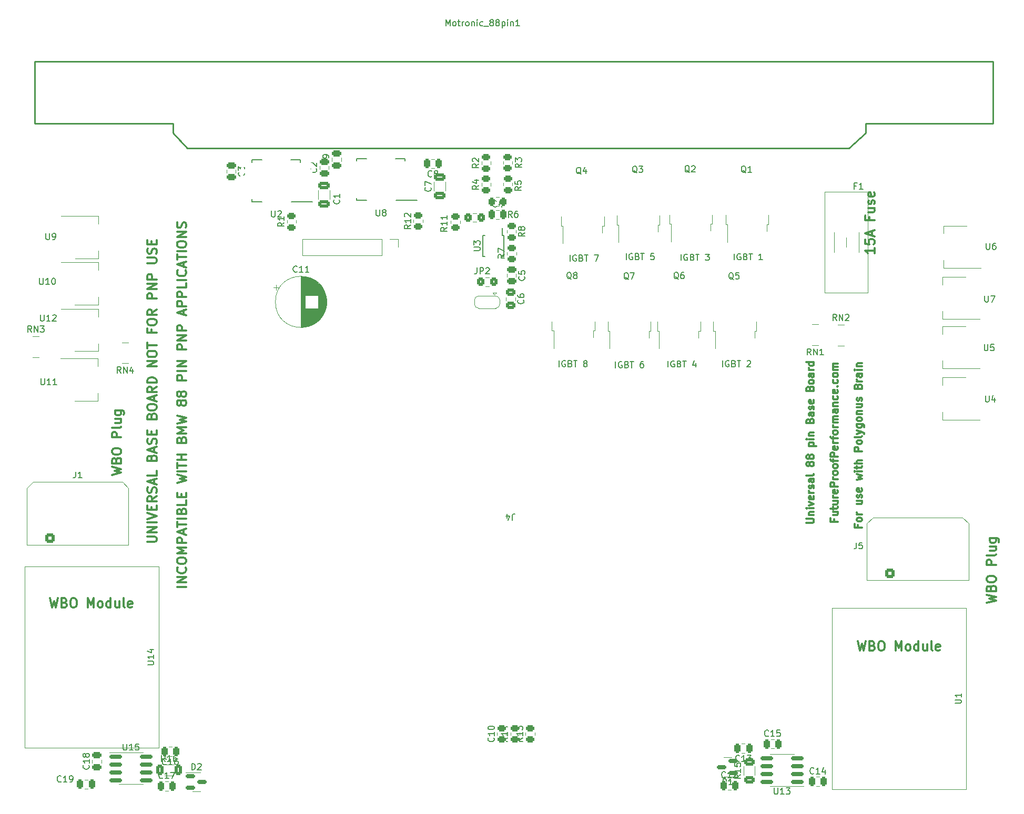
<source format=gbr>
%TF.GenerationSoftware,KiCad,Pcbnew,(6.0.1)*%
%TF.CreationDate,2023-10-23T01:26:03+01:00*%
%TF.ProjectId,Polygonus-Universal-Base,506f6c79-676f-46e7-9573-2d556e697665,rev?*%
%TF.SameCoordinates,Original*%
%TF.FileFunction,Legend,Top*%
%TF.FilePolarity,Positive*%
%FSLAX46Y46*%
G04 Gerber Fmt 4.6, Leading zero omitted, Abs format (unit mm)*
G04 Created by KiCad (PCBNEW (6.0.1)) date 2023-10-23 01:26:03*
%MOMM*%
%LPD*%
G01*
G04 APERTURE LIST*
G04 Aperture macros list*
%AMRoundRect*
0 Rectangle with rounded corners*
0 $1 Rounding radius*
0 $2 $3 $4 $5 $6 $7 $8 $9 X,Y pos of 4 corners*
0 Add a 4 corners polygon primitive as box body*
4,1,4,$2,$3,$4,$5,$6,$7,$8,$9,$2,$3,0*
0 Add four circle primitives for the rounded corners*
1,1,$1+$1,$2,$3*
1,1,$1+$1,$4,$5*
1,1,$1+$1,$6,$7*
1,1,$1+$1,$8,$9*
0 Add four rect primitives between the rounded corners*
20,1,$1+$1,$2,$3,$4,$5,0*
20,1,$1+$1,$4,$5,$6,$7,0*
20,1,$1+$1,$6,$7,$8,$9,0*
20,1,$1+$1,$8,$9,$2,$3,0*%
%AMFreePoly0*
4,1,22,0.550000,-0.750000,0.000000,-0.750000,0.000000,-0.745033,-0.079941,-0.743568,-0.215256,-0.701293,-0.333266,-0.622738,-0.424486,-0.514219,-0.481581,-0.384460,-0.499164,-0.250000,-0.500000,-0.250000,-0.500000,0.250000,-0.499164,0.250000,-0.499963,0.256109,-0.478152,0.396186,-0.417904,0.524511,-0.324060,0.630769,-0.204165,0.706417,-0.067858,0.745374,0.000000,0.744959,0.000000,0.750000,
0.550000,0.750000,0.550000,-0.750000,0.550000,-0.750000,$1*%
%AMFreePoly1*
4,1,20,0.000000,0.744959,0.073905,0.744508,0.209726,0.703889,0.328688,0.626782,0.421226,0.519385,0.479903,0.390333,0.500000,0.250000,0.500000,-0.250000,0.499851,-0.262216,0.476331,-0.402017,0.414519,-0.529596,0.319384,-0.634700,0.198574,-0.708877,0.061801,-0.746166,0.000000,-0.745033,0.000000,-0.750000,-0.550000,-0.750000,-0.550000,0.750000,0.000000,0.750000,0.000000,0.744959,
0.000000,0.744959,$1*%
G04 Aperture macros list end*
%ADD10C,0.300000*%
%ADD11C,0.150000*%
%ADD12C,0.120000*%
%ADD13C,0.249936*%
%ADD14RoundRect,0.250000X-0.475000X0.337500X-0.475000X-0.337500X0.475000X-0.337500X0.475000X0.337500X0*%
%ADD15C,1.524000*%
%ADD16R,0.800000X0.500000*%
%ADD17R,0.800000X0.400000*%
%ADD18R,1.200000X2.200000*%
%ADD19R,5.800000X6.400000*%
%ADD20R,2.000000X1.500000*%
%ADD21R,2.000000X3.800000*%
%ADD22R,1.600000X1.600000*%
%ADD23C,1.600000*%
%ADD24RoundRect,0.150000X-0.825000X-0.150000X0.825000X-0.150000X0.825000X0.150000X-0.825000X0.150000X0*%
%ADD25RoundRect,0.250000X0.450000X-0.262500X0.450000X0.262500X-0.450000X0.262500X-0.450000X-0.262500X0*%
%ADD26RoundRect,0.250000X0.250000X0.475000X-0.250000X0.475000X-0.250000X-0.475000X0.250000X-0.475000X0*%
%ADD27C,3.000000*%
%ADD28RoundRect,0.250001X-0.499999X-0.499999X0.499999X-0.499999X0.499999X0.499999X-0.499999X0.499999X0*%
%ADD29C,1.500000*%
%ADD30RoundRect,0.250000X-0.250000X-0.475000X0.250000X-0.475000X0.250000X0.475000X-0.250000X0.475000X0*%
%ADD31R,0.300000X1.400000*%
%ADD32R,2.000000X0.650000*%
%ADD33R,4.500000X8.100000*%
%ADD34RoundRect,0.250000X0.262500X0.450000X-0.262500X0.450000X-0.262500X-0.450000X0.262500X-0.450000X0*%
%ADD35RoundRect,0.250000X0.625000X-0.312500X0.625000X0.312500X-0.625000X0.312500X-0.625000X-0.312500X0*%
%ADD36RoundRect,0.249999X-0.325001X-0.450001X0.325001X-0.450001X0.325001X0.450001X-0.325001X0.450001X0*%
%ADD37C,2.780000*%
%ADD38RoundRect,0.250000X-0.312500X-0.625000X0.312500X-0.625000X0.312500X0.625000X-0.312500X0.625000X0*%
%ADD39RoundRect,0.250000X-0.475000X0.250000X-0.475000X-0.250000X0.475000X-0.250000X0.475000X0.250000X0*%
%ADD40RoundRect,0.150000X0.587500X0.150000X-0.587500X0.150000X-0.587500X-0.150000X0.587500X-0.150000X0*%
%ADD41RoundRect,0.150000X-0.587500X-0.150000X0.587500X-0.150000X0.587500X0.150000X-0.587500X0.150000X0*%
%ADD42RoundRect,0.250000X0.650000X-0.325000X0.650000X0.325000X-0.650000X0.325000X-0.650000X-0.325000X0*%
%ADD43RoundRect,0.250000X0.475000X-0.250000X0.475000X0.250000X-0.475000X0.250000X-0.475000X-0.250000X0*%
%ADD44C,6.000000*%
%ADD45RoundRect,0.150000X0.825000X0.150000X-0.825000X0.150000X-0.825000X-0.150000X0.825000X-0.150000X0*%
%ADD46FreePoly0,180.000000*%
%ADD47R,1.000000X1.500000*%
%ADD48FreePoly1,180.000000*%
%ADD49R,1.700000X1.700000*%
%ADD50O,1.700000X1.700000*%
%ADD51RoundRect,0.250000X-0.450000X0.262500X-0.450000X-0.262500X0.450000X-0.262500X0.450000X0.262500X0*%
G04 APERTURE END LIST*
D10*
X84404292Y-111028914D02*
X82904292Y-111028914D01*
X84404292Y-110314628D02*
X82904292Y-110314628D01*
X84404292Y-109457486D01*
X82904292Y-109457486D01*
X84261435Y-107886057D02*
X84332863Y-107957486D01*
X84404292Y-108171771D01*
X84404292Y-108314628D01*
X84332863Y-108528914D01*
X84190006Y-108671771D01*
X84047149Y-108743200D01*
X83761435Y-108814628D01*
X83547149Y-108814628D01*
X83261435Y-108743200D01*
X83118578Y-108671771D01*
X82975721Y-108528914D01*
X82904292Y-108314628D01*
X82904292Y-108171771D01*
X82975721Y-107957486D01*
X83047149Y-107886057D01*
X82904292Y-106957486D02*
X82904292Y-106671771D01*
X82975721Y-106528914D01*
X83118578Y-106386057D01*
X83404292Y-106314628D01*
X83904292Y-106314628D01*
X84190006Y-106386057D01*
X84332863Y-106528914D01*
X84404292Y-106671771D01*
X84404292Y-106957486D01*
X84332863Y-107100343D01*
X84190006Y-107243200D01*
X83904292Y-107314628D01*
X83404292Y-107314628D01*
X83118578Y-107243200D01*
X82975721Y-107100343D01*
X82904292Y-106957486D01*
X84404292Y-105671771D02*
X82904292Y-105671771D01*
X83975721Y-105171771D01*
X82904292Y-104671771D01*
X84404292Y-104671771D01*
X84404292Y-103957486D02*
X82904292Y-103957486D01*
X82904292Y-103386057D01*
X82975721Y-103243200D01*
X83047149Y-103171771D01*
X83190006Y-103100343D01*
X83404292Y-103100343D01*
X83547149Y-103171771D01*
X83618578Y-103243200D01*
X83690006Y-103386057D01*
X83690006Y-103957486D01*
X83975721Y-102528914D02*
X83975721Y-101814628D01*
X84404292Y-102671771D02*
X82904292Y-102171771D01*
X84404292Y-101671771D01*
X82904292Y-101386057D02*
X82904292Y-100528914D01*
X84404292Y-100957486D02*
X82904292Y-100957486D01*
X84404292Y-100028914D02*
X82904292Y-100028914D01*
X83618578Y-98814628D02*
X83690006Y-98600343D01*
X83761435Y-98528914D01*
X83904292Y-98457485D01*
X84118578Y-98457485D01*
X84261435Y-98528914D01*
X84332863Y-98600343D01*
X84404292Y-98743200D01*
X84404292Y-99314628D01*
X82904292Y-99314628D01*
X82904292Y-98814628D01*
X82975721Y-98671771D01*
X83047149Y-98600343D01*
X83190006Y-98528914D01*
X83332863Y-98528914D01*
X83475721Y-98600343D01*
X83547149Y-98671771D01*
X83618578Y-98814628D01*
X83618578Y-99314628D01*
X84404292Y-97100343D02*
X84404292Y-97814628D01*
X82904292Y-97814628D01*
X83618578Y-96600343D02*
X83618578Y-96100343D01*
X84404292Y-95886057D02*
X84404292Y-96600343D01*
X82904292Y-96600343D01*
X82904292Y-95886057D01*
X82904292Y-94243200D02*
X84404292Y-93886057D01*
X83332863Y-93600343D01*
X84404292Y-93314628D01*
X82904292Y-92957485D01*
X84404292Y-92386057D02*
X82904292Y-92386057D01*
X82904292Y-91886057D02*
X82904292Y-91028914D01*
X84404292Y-91457486D02*
X82904292Y-91457486D01*
X84404292Y-90528914D02*
X82904292Y-90528914D01*
X83618578Y-90528914D02*
X83618578Y-89671771D01*
X84404292Y-89671771D02*
X82904292Y-89671771D01*
X83618578Y-87314628D02*
X83690006Y-87100343D01*
X83761435Y-87028914D01*
X83904292Y-86957486D01*
X84118578Y-86957486D01*
X84261435Y-87028914D01*
X84332863Y-87100343D01*
X84404292Y-87243200D01*
X84404292Y-87814628D01*
X82904292Y-87814628D01*
X82904292Y-87314628D01*
X82975721Y-87171771D01*
X83047149Y-87100343D01*
X83190006Y-87028914D01*
X83332863Y-87028914D01*
X83475721Y-87100343D01*
X83547149Y-87171771D01*
X83618578Y-87314628D01*
X83618578Y-87814628D01*
X84404292Y-86314628D02*
X82904292Y-86314628D01*
X83975721Y-85814628D01*
X82904292Y-85314628D01*
X84404292Y-85314628D01*
X82904292Y-84743200D02*
X84404292Y-84386057D01*
X83332863Y-84100343D01*
X84404292Y-83814628D01*
X82904292Y-83457486D01*
X83547149Y-81528914D02*
X83475721Y-81671771D01*
X83404292Y-81743200D01*
X83261435Y-81814628D01*
X83190006Y-81814628D01*
X83047149Y-81743200D01*
X82975721Y-81671771D01*
X82904292Y-81528914D01*
X82904292Y-81243200D01*
X82975721Y-81100343D01*
X83047149Y-81028914D01*
X83190006Y-80957486D01*
X83261435Y-80957486D01*
X83404292Y-81028914D01*
X83475721Y-81100343D01*
X83547149Y-81243200D01*
X83547149Y-81528914D01*
X83618578Y-81671771D01*
X83690006Y-81743200D01*
X83832863Y-81814628D01*
X84118578Y-81814628D01*
X84261435Y-81743200D01*
X84332863Y-81671771D01*
X84404292Y-81528914D01*
X84404292Y-81243200D01*
X84332863Y-81100343D01*
X84261435Y-81028914D01*
X84118578Y-80957486D01*
X83832863Y-80957486D01*
X83690006Y-81028914D01*
X83618578Y-81100343D01*
X83547149Y-81243200D01*
X83547149Y-80100343D02*
X83475721Y-80243200D01*
X83404292Y-80314628D01*
X83261435Y-80386057D01*
X83190006Y-80386057D01*
X83047149Y-80314628D01*
X82975721Y-80243200D01*
X82904292Y-80100343D01*
X82904292Y-79814628D01*
X82975721Y-79671771D01*
X83047149Y-79600343D01*
X83190006Y-79528914D01*
X83261435Y-79528914D01*
X83404292Y-79600343D01*
X83475721Y-79671771D01*
X83547149Y-79814628D01*
X83547149Y-80100343D01*
X83618578Y-80243200D01*
X83690006Y-80314628D01*
X83832863Y-80386057D01*
X84118578Y-80386057D01*
X84261435Y-80314628D01*
X84332863Y-80243200D01*
X84404292Y-80100343D01*
X84404292Y-79814628D01*
X84332863Y-79671771D01*
X84261435Y-79600343D01*
X84118578Y-79528914D01*
X83832863Y-79528914D01*
X83690006Y-79600343D01*
X83618578Y-79671771D01*
X83547149Y-79814628D01*
X84404292Y-77743200D02*
X82904292Y-77743200D01*
X82904292Y-77171771D01*
X82975721Y-77028914D01*
X83047149Y-76957486D01*
X83190006Y-76886057D01*
X83404292Y-76886057D01*
X83547149Y-76957486D01*
X83618578Y-77028914D01*
X83690006Y-77171771D01*
X83690006Y-77743200D01*
X84404292Y-76243200D02*
X82904292Y-76243200D01*
X84404292Y-75528914D02*
X82904292Y-75528914D01*
X84404292Y-74671771D01*
X82904292Y-74671771D01*
X84404292Y-72814628D02*
X82904292Y-72814628D01*
X82904292Y-72243200D01*
X82975721Y-72100343D01*
X83047149Y-72028914D01*
X83190006Y-71957486D01*
X83404292Y-71957486D01*
X83547149Y-72028914D01*
X83618578Y-72100343D01*
X83690006Y-72243200D01*
X83690006Y-72814628D01*
X84404292Y-71314628D02*
X82904292Y-71314628D01*
X84404292Y-70457486D01*
X82904292Y-70457486D01*
X84404292Y-69743200D02*
X82904292Y-69743200D01*
X82904292Y-69171771D01*
X82975721Y-69028914D01*
X83047149Y-68957486D01*
X83190006Y-68886057D01*
X83404292Y-68886057D01*
X83547149Y-68957486D01*
X83618578Y-69028914D01*
X83690006Y-69171771D01*
X83690006Y-69743200D01*
X83975721Y-67171771D02*
X83975721Y-66457486D01*
X84404292Y-67314628D02*
X82904292Y-66814628D01*
X84404292Y-66314628D01*
X84404292Y-65814628D02*
X82904292Y-65814628D01*
X82904292Y-65243200D01*
X82975721Y-65100343D01*
X83047149Y-65028914D01*
X83190006Y-64957486D01*
X83404292Y-64957486D01*
X83547149Y-65028914D01*
X83618578Y-65100343D01*
X83690006Y-65243200D01*
X83690006Y-65814628D01*
X84404292Y-64314628D02*
X82904292Y-64314628D01*
X82904292Y-63743200D01*
X82975721Y-63600343D01*
X83047149Y-63528914D01*
X83190006Y-63457486D01*
X83404292Y-63457486D01*
X83547149Y-63528914D01*
X83618578Y-63600343D01*
X83690006Y-63743200D01*
X83690006Y-64314628D01*
X84404292Y-62100343D02*
X84404292Y-62814628D01*
X82904292Y-62814628D01*
X84404292Y-61600343D02*
X82904292Y-61600343D01*
X84261435Y-60028914D02*
X84332863Y-60100343D01*
X84404292Y-60314628D01*
X84404292Y-60457486D01*
X84332863Y-60671771D01*
X84190006Y-60814628D01*
X84047149Y-60886057D01*
X83761435Y-60957486D01*
X83547149Y-60957486D01*
X83261435Y-60886057D01*
X83118578Y-60814628D01*
X82975721Y-60671771D01*
X82904292Y-60457486D01*
X82904292Y-60314628D01*
X82975721Y-60100343D01*
X83047149Y-60028914D01*
X83975721Y-59457486D02*
X83975721Y-58743200D01*
X84404292Y-59600343D02*
X82904292Y-59100343D01*
X84404292Y-58600343D01*
X82904292Y-58314628D02*
X82904292Y-57457486D01*
X84404292Y-57886057D02*
X82904292Y-57886057D01*
X84404292Y-56957486D02*
X82904292Y-56957486D01*
X82904292Y-55957486D02*
X82904292Y-55671771D01*
X82975721Y-55528914D01*
X83118578Y-55386057D01*
X83404292Y-55314628D01*
X83904292Y-55314628D01*
X84190006Y-55386057D01*
X84332863Y-55528914D01*
X84404292Y-55671771D01*
X84404292Y-55957486D01*
X84332863Y-56100343D01*
X84190006Y-56243200D01*
X83904292Y-56314628D01*
X83404292Y-56314628D01*
X83118578Y-56243200D01*
X82975721Y-56100343D01*
X82904292Y-55957486D01*
X84404292Y-54671771D02*
X82904292Y-54671771D01*
X84404292Y-53814628D01*
X82904292Y-53814628D01*
X84332863Y-53171771D02*
X84404292Y-52957485D01*
X84404292Y-52600343D01*
X84332863Y-52457485D01*
X84261435Y-52386057D01*
X84118578Y-52314628D01*
X83975721Y-52314628D01*
X83832863Y-52386057D01*
X83761435Y-52457485D01*
X83690006Y-52600343D01*
X83618578Y-52886057D01*
X83547149Y-53028914D01*
X83475721Y-53100343D01*
X83332863Y-53171771D01*
X83190006Y-53171771D01*
X83047149Y-53100343D01*
X82975721Y-53028914D01*
X82904292Y-52886057D01*
X82904292Y-52528914D01*
X82975721Y-52314628D01*
D11*
X161956754Y-75613651D02*
X161956754Y-74613651D01*
X162956754Y-74661271D02*
X162861516Y-74613651D01*
X162718659Y-74613651D01*
X162575802Y-74661271D01*
X162480564Y-74756509D01*
X162432945Y-74851747D01*
X162385326Y-75042223D01*
X162385326Y-75185080D01*
X162432945Y-75375556D01*
X162480564Y-75470794D01*
X162575802Y-75566032D01*
X162718659Y-75613651D01*
X162813897Y-75613651D01*
X162956754Y-75566032D01*
X163004373Y-75518413D01*
X163004373Y-75185080D01*
X162813897Y-75185080D01*
X163766278Y-75089842D02*
X163909135Y-75137461D01*
X163956754Y-75185080D01*
X164004373Y-75280318D01*
X164004373Y-75423175D01*
X163956754Y-75518413D01*
X163909135Y-75566032D01*
X163813897Y-75613651D01*
X163432945Y-75613651D01*
X163432945Y-74613651D01*
X163766278Y-74613651D01*
X163861516Y-74661271D01*
X163909135Y-74708890D01*
X163956754Y-74804128D01*
X163956754Y-74899366D01*
X163909135Y-74994604D01*
X163861516Y-75042223D01*
X163766278Y-75089842D01*
X163432945Y-75089842D01*
X164290088Y-74613651D02*
X164861516Y-74613651D01*
X164575802Y-75613651D02*
X164575802Y-74613651D01*
X166385326Y-74946985D02*
X166385326Y-75613651D01*
X166147230Y-74566032D02*
X165909135Y-75280318D01*
X166528183Y-75280318D01*
D10*
X78102783Y-103784506D02*
X79317069Y-103784506D01*
X79459926Y-103713077D01*
X79531354Y-103641649D01*
X79602783Y-103498792D01*
X79602783Y-103213077D01*
X79531354Y-103070220D01*
X79459926Y-102998792D01*
X79317069Y-102927363D01*
X78102783Y-102927363D01*
X79602783Y-102213077D02*
X78102783Y-102213077D01*
X79602783Y-101355934D01*
X78102783Y-101355934D01*
X79602783Y-100641649D02*
X78102783Y-100641649D01*
X78102783Y-100141649D02*
X79602783Y-99641649D01*
X78102783Y-99141649D01*
X78817069Y-98641649D02*
X78817069Y-98141649D01*
X79602783Y-97927363D02*
X79602783Y-98641649D01*
X78102783Y-98641649D01*
X78102783Y-97927363D01*
X79602783Y-96427363D02*
X78888497Y-96927363D01*
X79602783Y-97284506D02*
X78102783Y-97284506D01*
X78102783Y-96713077D01*
X78174212Y-96570220D01*
X78245640Y-96498792D01*
X78388497Y-96427363D01*
X78602783Y-96427363D01*
X78745640Y-96498792D01*
X78817069Y-96570220D01*
X78888497Y-96713077D01*
X78888497Y-97284506D01*
X79531354Y-95855934D02*
X79602783Y-95641649D01*
X79602783Y-95284506D01*
X79531354Y-95141649D01*
X79459926Y-95070220D01*
X79317069Y-94998792D01*
X79174212Y-94998792D01*
X79031354Y-95070220D01*
X78959926Y-95141649D01*
X78888497Y-95284506D01*
X78817069Y-95570220D01*
X78745640Y-95713077D01*
X78674212Y-95784506D01*
X78531354Y-95855934D01*
X78388497Y-95855934D01*
X78245640Y-95784506D01*
X78174212Y-95713077D01*
X78102783Y-95570220D01*
X78102783Y-95213077D01*
X78174212Y-94998792D01*
X79174212Y-94427363D02*
X79174212Y-93713077D01*
X79602783Y-94570220D02*
X78102783Y-94070220D01*
X79602783Y-93570220D01*
X79602783Y-92355934D02*
X79602783Y-93070220D01*
X78102783Y-93070220D01*
X78817069Y-90213077D02*
X78888497Y-89998792D01*
X78959926Y-89927363D01*
X79102783Y-89855934D01*
X79317069Y-89855934D01*
X79459926Y-89927363D01*
X79531354Y-89998792D01*
X79602783Y-90141649D01*
X79602783Y-90713077D01*
X78102783Y-90713077D01*
X78102783Y-90213077D01*
X78174212Y-90070220D01*
X78245640Y-89998792D01*
X78388497Y-89927363D01*
X78531354Y-89927363D01*
X78674212Y-89998792D01*
X78745640Y-90070220D01*
X78817069Y-90213077D01*
X78817069Y-90713077D01*
X79174212Y-89284506D02*
X79174212Y-88570220D01*
X79602783Y-89427363D02*
X78102783Y-88927363D01*
X79602783Y-88427363D01*
X79531354Y-87998792D02*
X79602783Y-87784506D01*
X79602783Y-87427363D01*
X79531354Y-87284506D01*
X79459926Y-87213077D01*
X79317069Y-87141649D01*
X79174212Y-87141649D01*
X79031354Y-87213077D01*
X78959926Y-87284506D01*
X78888497Y-87427363D01*
X78817069Y-87713077D01*
X78745640Y-87855934D01*
X78674212Y-87927363D01*
X78531354Y-87998792D01*
X78388497Y-87998792D01*
X78245640Y-87927363D01*
X78174212Y-87855934D01*
X78102783Y-87713077D01*
X78102783Y-87355934D01*
X78174212Y-87141649D01*
X78817069Y-86498792D02*
X78817069Y-85998792D01*
X79602783Y-85784506D02*
X79602783Y-86498792D01*
X78102783Y-86498792D01*
X78102783Y-85784506D01*
X78817069Y-83498792D02*
X78888497Y-83284506D01*
X78959926Y-83213077D01*
X79102783Y-83141649D01*
X79317069Y-83141649D01*
X79459926Y-83213077D01*
X79531354Y-83284506D01*
X79602783Y-83427363D01*
X79602783Y-83998792D01*
X78102783Y-83998792D01*
X78102783Y-83498792D01*
X78174212Y-83355934D01*
X78245640Y-83284506D01*
X78388497Y-83213077D01*
X78531354Y-83213077D01*
X78674212Y-83284506D01*
X78745640Y-83355934D01*
X78817069Y-83498792D01*
X78817069Y-83998792D01*
X78102783Y-82213077D02*
X78102783Y-81927363D01*
X78174212Y-81784506D01*
X78317069Y-81641649D01*
X78602783Y-81570220D01*
X79102783Y-81570220D01*
X79388497Y-81641649D01*
X79531354Y-81784506D01*
X79602783Y-81927363D01*
X79602783Y-82213077D01*
X79531354Y-82355934D01*
X79388497Y-82498792D01*
X79102783Y-82570220D01*
X78602783Y-82570220D01*
X78317069Y-82498792D01*
X78174212Y-82355934D01*
X78102783Y-82213077D01*
X79174212Y-80998792D02*
X79174212Y-80284506D01*
X79602783Y-81141649D02*
X78102783Y-80641649D01*
X79602783Y-80141649D01*
X79602783Y-78784506D02*
X78888497Y-79284506D01*
X79602783Y-79641649D02*
X78102783Y-79641649D01*
X78102783Y-79070220D01*
X78174212Y-78927363D01*
X78245640Y-78855934D01*
X78388497Y-78784506D01*
X78602783Y-78784506D01*
X78745640Y-78855934D01*
X78817069Y-78927363D01*
X78888497Y-79070220D01*
X78888497Y-79641649D01*
X79602783Y-78141649D02*
X78102783Y-78141649D01*
X78102783Y-77784506D01*
X78174212Y-77570220D01*
X78317069Y-77427363D01*
X78459926Y-77355934D01*
X78745640Y-77284506D01*
X78959926Y-77284506D01*
X79245640Y-77355934D01*
X79388497Y-77427363D01*
X79531354Y-77570220D01*
X79602783Y-77784506D01*
X79602783Y-78141649D01*
X79602783Y-75498792D02*
X78102783Y-75498792D01*
X79602783Y-74641649D01*
X78102783Y-74641649D01*
X78102783Y-73641649D02*
X78102783Y-73355934D01*
X78174212Y-73213077D01*
X78317069Y-73070220D01*
X78602783Y-72998792D01*
X79102783Y-72998792D01*
X79388497Y-73070220D01*
X79531354Y-73213077D01*
X79602783Y-73355934D01*
X79602783Y-73641649D01*
X79531354Y-73784506D01*
X79388497Y-73927363D01*
X79102783Y-73998792D01*
X78602783Y-73998792D01*
X78317069Y-73927363D01*
X78174212Y-73784506D01*
X78102783Y-73641649D01*
X78102783Y-72570220D02*
X78102783Y-71713077D01*
X79602783Y-72141649D02*
X78102783Y-72141649D01*
X78817069Y-69570220D02*
X78817069Y-70070220D01*
X79602783Y-70070220D02*
X78102783Y-70070220D01*
X78102783Y-69355934D01*
X78102783Y-68498792D02*
X78102783Y-68213077D01*
X78174212Y-68070220D01*
X78317069Y-67927363D01*
X78602783Y-67855934D01*
X79102783Y-67855934D01*
X79388497Y-67927363D01*
X79531354Y-68070220D01*
X79602783Y-68213077D01*
X79602783Y-68498792D01*
X79531354Y-68641649D01*
X79388497Y-68784506D01*
X79102783Y-68855934D01*
X78602783Y-68855934D01*
X78317069Y-68784506D01*
X78174212Y-68641649D01*
X78102783Y-68498792D01*
X79602783Y-66355934D02*
X78888497Y-66855934D01*
X79602783Y-67213077D02*
X78102783Y-67213077D01*
X78102783Y-66641649D01*
X78174212Y-66498792D01*
X78245640Y-66427363D01*
X78388497Y-66355934D01*
X78602783Y-66355934D01*
X78745640Y-66427363D01*
X78817069Y-66498792D01*
X78888497Y-66641649D01*
X78888497Y-67213077D01*
X79602783Y-64570220D02*
X78102783Y-64570220D01*
X78102783Y-63998792D01*
X78174212Y-63855934D01*
X78245640Y-63784506D01*
X78388497Y-63713077D01*
X78602783Y-63713077D01*
X78745640Y-63784506D01*
X78817069Y-63855934D01*
X78888497Y-63998792D01*
X78888497Y-64570220D01*
X79602783Y-63070220D02*
X78102783Y-63070220D01*
X79602783Y-62213077D01*
X78102783Y-62213077D01*
X79602783Y-61498792D02*
X78102783Y-61498792D01*
X78102783Y-60927363D01*
X78174212Y-60784506D01*
X78245640Y-60713077D01*
X78388497Y-60641649D01*
X78602783Y-60641649D01*
X78745640Y-60713077D01*
X78817069Y-60784506D01*
X78888497Y-60927363D01*
X78888497Y-61498792D01*
X78102783Y-58855934D02*
X79317069Y-58855934D01*
X79459926Y-58784506D01*
X79531354Y-58713077D01*
X79602783Y-58570220D01*
X79602783Y-58284506D01*
X79531354Y-58141649D01*
X79459926Y-58070220D01*
X79317069Y-57998792D01*
X78102783Y-57998792D01*
X79531354Y-57355934D02*
X79602783Y-57141649D01*
X79602783Y-56784506D01*
X79531354Y-56641649D01*
X79459926Y-56570220D01*
X79317069Y-56498792D01*
X79174212Y-56498792D01*
X79031354Y-56570220D01*
X78959926Y-56641649D01*
X78888497Y-56784506D01*
X78817069Y-57070220D01*
X78745640Y-57213077D01*
X78674212Y-57284506D01*
X78531354Y-57355934D01*
X78388497Y-57355934D01*
X78245640Y-57284506D01*
X78174212Y-57213077D01*
X78102783Y-57070220D01*
X78102783Y-56713077D01*
X78174212Y-56498792D01*
X78817069Y-55855934D02*
X78817069Y-55355934D01*
X79602783Y-55141649D02*
X79602783Y-55855934D01*
X78102783Y-55855934D01*
X78102783Y-55141649D01*
D11*
X144408026Y-75559821D02*
X144408026Y-74559821D01*
X145408026Y-74607441D02*
X145312788Y-74559821D01*
X145169931Y-74559821D01*
X145027074Y-74607441D01*
X144931836Y-74702679D01*
X144884217Y-74797917D01*
X144836598Y-74988393D01*
X144836598Y-75131250D01*
X144884217Y-75321726D01*
X144931836Y-75416964D01*
X145027074Y-75512202D01*
X145169931Y-75559821D01*
X145265169Y-75559821D01*
X145408026Y-75512202D01*
X145455645Y-75464583D01*
X145455645Y-75131250D01*
X145265169Y-75131250D01*
X146217550Y-75036012D02*
X146360407Y-75083631D01*
X146408026Y-75131250D01*
X146455645Y-75226488D01*
X146455645Y-75369345D01*
X146408026Y-75464583D01*
X146360407Y-75512202D01*
X146265169Y-75559821D01*
X145884217Y-75559821D01*
X145884217Y-74559821D01*
X146217550Y-74559821D01*
X146312788Y-74607441D01*
X146360407Y-74655060D01*
X146408026Y-74750298D01*
X146408026Y-74845536D01*
X146360407Y-74940774D01*
X146312788Y-74988393D01*
X146217550Y-75036012D01*
X145884217Y-75036012D01*
X146741360Y-74559821D02*
X147312788Y-74559821D01*
X147027074Y-75559821D02*
X147027074Y-74559821D01*
X148550883Y-74988393D02*
X148455645Y-74940774D01*
X148408026Y-74893155D01*
X148360407Y-74797917D01*
X148360407Y-74750298D01*
X148408026Y-74655060D01*
X148455645Y-74607441D01*
X148550883Y-74559821D01*
X148741360Y-74559821D01*
X148836598Y-74607441D01*
X148884217Y-74655060D01*
X148931836Y-74750298D01*
X148931836Y-74797917D01*
X148884217Y-74893155D01*
X148836598Y-74940774D01*
X148741360Y-74988393D01*
X148550883Y-74988393D01*
X148455645Y-75036012D01*
X148408026Y-75083631D01*
X148360407Y-75178869D01*
X148360407Y-75369345D01*
X148408026Y-75464583D01*
X148455645Y-75512202D01*
X148550883Y-75559821D01*
X148741360Y-75559821D01*
X148836598Y-75512202D01*
X148884217Y-75464583D01*
X148931836Y-75369345D01*
X148931836Y-75178869D01*
X148884217Y-75083631D01*
X148836598Y-75036012D01*
X148741360Y-74988393D01*
D10*
X184221212Y-100715763D02*
X185192640Y-100715763D01*
X185306926Y-100658620D01*
X185364069Y-100601477D01*
X185421212Y-100487191D01*
X185421212Y-100258620D01*
X185364069Y-100144334D01*
X185306926Y-100087191D01*
X185192640Y-100030048D01*
X184221212Y-100030048D01*
X184621212Y-99458620D02*
X185421212Y-99458620D01*
X184735497Y-99458620D02*
X184678355Y-99401477D01*
X184621212Y-99287191D01*
X184621212Y-99115763D01*
X184678355Y-99001477D01*
X184792640Y-98944334D01*
X185421212Y-98944334D01*
X185421212Y-98372906D02*
X184621212Y-98372906D01*
X184221212Y-98372906D02*
X184278355Y-98430048D01*
X184335497Y-98372906D01*
X184278355Y-98315763D01*
X184221212Y-98372906D01*
X184335497Y-98372906D01*
X184621212Y-97915763D02*
X185421212Y-97630048D01*
X184621212Y-97344334D01*
X185364069Y-96430048D02*
X185421212Y-96544334D01*
X185421212Y-96772906D01*
X185364069Y-96887191D01*
X185249783Y-96944334D01*
X184792640Y-96944334D01*
X184678355Y-96887191D01*
X184621212Y-96772906D01*
X184621212Y-96544334D01*
X184678355Y-96430048D01*
X184792640Y-96372906D01*
X184906926Y-96372906D01*
X185021212Y-96944334D01*
X185421212Y-95858620D02*
X184621212Y-95858620D01*
X184849783Y-95858620D02*
X184735497Y-95801477D01*
X184678355Y-95744334D01*
X184621212Y-95630048D01*
X184621212Y-95515763D01*
X185364069Y-95172906D02*
X185421212Y-95058620D01*
X185421212Y-94830048D01*
X185364069Y-94715763D01*
X185249783Y-94658620D01*
X185192640Y-94658620D01*
X185078355Y-94715763D01*
X185021212Y-94830048D01*
X185021212Y-95001477D01*
X184964069Y-95115763D01*
X184849783Y-95172906D01*
X184792640Y-95172906D01*
X184678355Y-95115763D01*
X184621212Y-95001477D01*
X184621212Y-94830048D01*
X184678355Y-94715763D01*
X185421212Y-93630048D02*
X184792640Y-93630048D01*
X184678355Y-93687191D01*
X184621212Y-93801477D01*
X184621212Y-94030048D01*
X184678355Y-94144334D01*
X185364069Y-93630048D02*
X185421212Y-93744334D01*
X185421212Y-94030048D01*
X185364069Y-94144334D01*
X185249783Y-94201477D01*
X185135497Y-94201477D01*
X185021212Y-94144334D01*
X184964069Y-94030048D01*
X184964069Y-93744334D01*
X184906926Y-93630048D01*
X185421212Y-92887191D02*
X185364069Y-93001477D01*
X185249783Y-93058620D01*
X184221212Y-93058620D01*
X184735497Y-91344334D02*
X184678355Y-91458620D01*
X184621212Y-91515763D01*
X184506926Y-91572906D01*
X184449783Y-91572906D01*
X184335497Y-91515763D01*
X184278355Y-91458620D01*
X184221212Y-91344334D01*
X184221212Y-91115763D01*
X184278355Y-91001477D01*
X184335497Y-90944334D01*
X184449783Y-90887191D01*
X184506926Y-90887191D01*
X184621212Y-90944334D01*
X184678355Y-91001477D01*
X184735497Y-91115763D01*
X184735497Y-91344334D01*
X184792640Y-91458620D01*
X184849783Y-91515763D01*
X184964069Y-91572906D01*
X185192640Y-91572906D01*
X185306926Y-91515763D01*
X185364069Y-91458620D01*
X185421212Y-91344334D01*
X185421212Y-91115763D01*
X185364069Y-91001477D01*
X185306926Y-90944334D01*
X185192640Y-90887191D01*
X184964069Y-90887191D01*
X184849783Y-90944334D01*
X184792640Y-91001477D01*
X184735497Y-91115763D01*
X184735497Y-90201477D02*
X184678355Y-90315763D01*
X184621212Y-90372906D01*
X184506926Y-90430048D01*
X184449783Y-90430048D01*
X184335497Y-90372906D01*
X184278355Y-90315763D01*
X184221212Y-90201477D01*
X184221212Y-89972906D01*
X184278355Y-89858620D01*
X184335497Y-89801477D01*
X184449783Y-89744334D01*
X184506926Y-89744334D01*
X184621212Y-89801477D01*
X184678355Y-89858620D01*
X184735497Y-89972906D01*
X184735497Y-90201477D01*
X184792640Y-90315763D01*
X184849783Y-90372906D01*
X184964069Y-90430048D01*
X185192640Y-90430048D01*
X185306926Y-90372906D01*
X185364069Y-90315763D01*
X185421212Y-90201477D01*
X185421212Y-89972906D01*
X185364069Y-89858620D01*
X185306926Y-89801477D01*
X185192640Y-89744334D01*
X184964069Y-89744334D01*
X184849783Y-89801477D01*
X184792640Y-89858620D01*
X184735497Y-89972906D01*
X184621212Y-88315763D02*
X185821212Y-88315763D01*
X184678355Y-88315763D02*
X184621212Y-88201477D01*
X184621212Y-87972906D01*
X184678355Y-87858620D01*
X184735497Y-87801477D01*
X184849783Y-87744334D01*
X185192640Y-87744334D01*
X185306926Y-87801477D01*
X185364069Y-87858620D01*
X185421212Y-87972906D01*
X185421212Y-88201477D01*
X185364069Y-88315763D01*
X185421212Y-87230048D02*
X184621212Y-87230048D01*
X184221212Y-87230048D02*
X184278355Y-87287191D01*
X184335497Y-87230048D01*
X184278355Y-87172906D01*
X184221212Y-87230048D01*
X184335497Y-87230048D01*
X184621212Y-86658620D02*
X185421212Y-86658620D01*
X184735497Y-86658620D02*
X184678355Y-86601477D01*
X184621212Y-86487191D01*
X184621212Y-86315763D01*
X184678355Y-86201477D01*
X184792640Y-86144334D01*
X185421212Y-86144334D01*
X184792640Y-84258620D02*
X184849783Y-84087191D01*
X184906926Y-84030048D01*
X185021212Y-83972906D01*
X185192640Y-83972906D01*
X185306926Y-84030048D01*
X185364069Y-84087191D01*
X185421212Y-84201477D01*
X185421212Y-84658620D01*
X184221212Y-84658620D01*
X184221212Y-84258620D01*
X184278355Y-84144334D01*
X184335497Y-84087191D01*
X184449783Y-84030048D01*
X184564069Y-84030048D01*
X184678355Y-84087191D01*
X184735497Y-84144334D01*
X184792640Y-84258620D01*
X184792640Y-84658620D01*
X185421212Y-82944334D02*
X184792640Y-82944334D01*
X184678355Y-83001477D01*
X184621212Y-83115763D01*
X184621212Y-83344334D01*
X184678355Y-83458620D01*
X185364069Y-82944334D02*
X185421212Y-83058620D01*
X185421212Y-83344334D01*
X185364069Y-83458620D01*
X185249783Y-83515763D01*
X185135497Y-83515763D01*
X185021212Y-83458620D01*
X184964069Y-83344334D01*
X184964069Y-83058620D01*
X184906926Y-82944334D01*
X185364069Y-82430048D02*
X185421212Y-82315763D01*
X185421212Y-82087191D01*
X185364069Y-81972906D01*
X185249783Y-81915763D01*
X185192640Y-81915763D01*
X185078355Y-81972906D01*
X185021212Y-82087191D01*
X185021212Y-82258620D01*
X184964069Y-82372906D01*
X184849783Y-82430048D01*
X184792640Y-82430048D01*
X184678355Y-82372906D01*
X184621212Y-82258620D01*
X184621212Y-82087191D01*
X184678355Y-81972906D01*
X185364069Y-80944334D02*
X185421212Y-81058620D01*
X185421212Y-81287191D01*
X185364069Y-81401477D01*
X185249783Y-81458620D01*
X184792640Y-81458620D01*
X184678355Y-81401477D01*
X184621212Y-81287191D01*
X184621212Y-81058620D01*
X184678355Y-80944334D01*
X184792640Y-80887191D01*
X184906926Y-80887191D01*
X185021212Y-81458620D01*
X184792640Y-79058620D02*
X184849783Y-78887191D01*
X184906926Y-78830048D01*
X185021212Y-78772906D01*
X185192640Y-78772906D01*
X185306926Y-78830048D01*
X185364069Y-78887191D01*
X185421212Y-79001477D01*
X185421212Y-79458620D01*
X184221212Y-79458620D01*
X184221212Y-79058620D01*
X184278355Y-78944334D01*
X184335497Y-78887191D01*
X184449783Y-78830048D01*
X184564069Y-78830048D01*
X184678355Y-78887191D01*
X184735497Y-78944334D01*
X184792640Y-79058620D01*
X184792640Y-79458620D01*
X185421212Y-78087191D02*
X185364069Y-78201477D01*
X185306926Y-78258620D01*
X185192640Y-78315763D01*
X184849783Y-78315763D01*
X184735497Y-78258620D01*
X184678355Y-78201477D01*
X184621212Y-78087191D01*
X184621212Y-77915763D01*
X184678355Y-77801477D01*
X184735497Y-77744334D01*
X184849783Y-77687191D01*
X185192640Y-77687191D01*
X185306926Y-77744334D01*
X185364069Y-77801477D01*
X185421212Y-77915763D01*
X185421212Y-78087191D01*
X185421212Y-76658620D02*
X184792640Y-76658620D01*
X184678355Y-76715763D01*
X184621212Y-76830048D01*
X184621212Y-77058620D01*
X184678355Y-77172906D01*
X185364069Y-76658620D02*
X185421212Y-76772906D01*
X185421212Y-77058620D01*
X185364069Y-77172906D01*
X185249783Y-77230048D01*
X185135497Y-77230048D01*
X185021212Y-77172906D01*
X184964069Y-77058620D01*
X184964069Y-76772906D01*
X184906926Y-76658620D01*
X185421212Y-76087191D02*
X184621212Y-76087191D01*
X184849783Y-76087191D02*
X184735497Y-76030048D01*
X184678355Y-75972906D01*
X184621212Y-75858620D01*
X184621212Y-75744334D01*
X185421212Y-74830048D02*
X184221212Y-74830048D01*
X185364069Y-74830048D02*
X185421212Y-74944334D01*
X185421212Y-75172906D01*
X185364069Y-75287191D01*
X185306926Y-75344334D01*
X185192640Y-75401477D01*
X184849783Y-75401477D01*
X184735497Y-75344334D01*
X184678355Y-75287191D01*
X184621212Y-75172906D01*
X184621212Y-74944334D01*
X184678355Y-74830048D01*
X188656640Y-100115763D02*
X188656640Y-100515763D01*
X189285212Y-100515763D02*
X188085212Y-100515763D01*
X188085212Y-99944334D01*
X188485212Y-98972906D02*
X189285212Y-98972906D01*
X188485212Y-99487191D02*
X189113783Y-99487191D01*
X189228069Y-99430048D01*
X189285212Y-99315763D01*
X189285212Y-99144334D01*
X189228069Y-99030048D01*
X189170926Y-98972906D01*
X188485212Y-98572906D02*
X188485212Y-98115763D01*
X188085212Y-98401477D02*
X189113783Y-98401477D01*
X189228069Y-98344334D01*
X189285212Y-98230048D01*
X189285212Y-98115763D01*
X188485212Y-97201477D02*
X189285212Y-97201477D01*
X188485212Y-97715763D02*
X189113783Y-97715763D01*
X189228069Y-97658620D01*
X189285212Y-97544334D01*
X189285212Y-97372906D01*
X189228069Y-97258620D01*
X189170926Y-97201477D01*
X189285212Y-96630048D02*
X188485212Y-96630048D01*
X188713783Y-96630048D02*
X188599497Y-96572906D01*
X188542355Y-96515763D01*
X188485212Y-96401477D01*
X188485212Y-96287191D01*
X189228069Y-95430048D02*
X189285212Y-95544334D01*
X189285212Y-95772906D01*
X189228069Y-95887191D01*
X189113783Y-95944334D01*
X188656640Y-95944334D01*
X188542355Y-95887191D01*
X188485212Y-95772906D01*
X188485212Y-95544334D01*
X188542355Y-95430048D01*
X188656640Y-95372906D01*
X188770926Y-95372906D01*
X188885212Y-95944334D01*
X189285212Y-94858620D02*
X188085212Y-94858620D01*
X188085212Y-94401477D01*
X188142355Y-94287191D01*
X188199497Y-94230048D01*
X188313783Y-94172906D01*
X188485212Y-94172906D01*
X188599497Y-94230048D01*
X188656640Y-94287191D01*
X188713783Y-94401477D01*
X188713783Y-94858620D01*
X189285212Y-93658620D02*
X188485212Y-93658620D01*
X188713783Y-93658620D02*
X188599497Y-93601477D01*
X188542355Y-93544334D01*
X188485212Y-93430048D01*
X188485212Y-93315763D01*
X189285212Y-92744334D02*
X189228069Y-92858620D01*
X189170926Y-92915763D01*
X189056640Y-92972906D01*
X188713783Y-92972906D01*
X188599497Y-92915763D01*
X188542355Y-92858620D01*
X188485212Y-92744334D01*
X188485212Y-92572906D01*
X188542355Y-92458620D01*
X188599497Y-92401477D01*
X188713783Y-92344334D01*
X189056640Y-92344334D01*
X189170926Y-92401477D01*
X189228069Y-92458620D01*
X189285212Y-92572906D01*
X189285212Y-92744334D01*
X189285212Y-91658620D02*
X189228069Y-91772906D01*
X189170926Y-91830048D01*
X189056640Y-91887191D01*
X188713783Y-91887191D01*
X188599497Y-91830048D01*
X188542355Y-91772906D01*
X188485212Y-91658620D01*
X188485212Y-91487191D01*
X188542355Y-91372906D01*
X188599497Y-91315763D01*
X188713783Y-91258620D01*
X189056640Y-91258620D01*
X189170926Y-91315763D01*
X189228069Y-91372906D01*
X189285212Y-91487191D01*
X189285212Y-91658620D01*
X188485212Y-90915763D02*
X188485212Y-90458620D01*
X189285212Y-90744334D02*
X188256640Y-90744334D01*
X188142355Y-90687191D01*
X188085212Y-90572906D01*
X188085212Y-90458620D01*
X189285212Y-90058620D02*
X188085212Y-90058620D01*
X188085212Y-89601477D01*
X188142355Y-89487191D01*
X188199497Y-89430048D01*
X188313783Y-89372906D01*
X188485212Y-89372906D01*
X188599497Y-89430048D01*
X188656640Y-89487191D01*
X188713783Y-89601477D01*
X188713783Y-90058620D01*
X189228069Y-88401477D02*
X189285212Y-88515763D01*
X189285212Y-88744334D01*
X189228069Y-88858620D01*
X189113783Y-88915763D01*
X188656640Y-88915763D01*
X188542355Y-88858620D01*
X188485212Y-88744334D01*
X188485212Y-88515763D01*
X188542355Y-88401477D01*
X188656640Y-88344334D01*
X188770926Y-88344334D01*
X188885212Y-88915763D01*
X189285212Y-87830048D02*
X188485212Y-87830048D01*
X188713783Y-87830048D02*
X188599497Y-87772906D01*
X188542355Y-87715763D01*
X188485212Y-87601477D01*
X188485212Y-87487191D01*
X188485212Y-87258620D02*
X188485212Y-86801477D01*
X189285212Y-87087191D02*
X188256640Y-87087191D01*
X188142355Y-87030048D01*
X188085212Y-86915763D01*
X188085212Y-86801477D01*
X189285212Y-86230048D02*
X189228069Y-86344334D01*
X189170926Y-86401477D01*
X189056640Y-86458620D01*
X188713783Y-86458620D01*
X188599497Y-86401477D01*
X188542355Y-86344334D01*
X188485212Y-86230048D01*
X188485212Y-86058620D01*
X188542355Y-85944334D01*
X188599497Y-85887191D01*
X188713783Y-85830048D01*
X189056640Y-85830048D01*
X189170926Y-85887191D01*
X189228069Y-85944334D01*
X189285212Y-86058620D01*
X189285212Y-86230048D01*
X189285212Y-85315763D02*
X188485212Y-85315763D01*
X188713783Y-85315763D02*
X188599497Y-85258620D01*
X188542355Y-85201477D01*
X188485212Y-85087191D01*
X188485212Y-84972906D01*
X189285212Y-84572906D02*
X188485212Y-84572906D01*
X188599497Y-84572906D02*
X188542355Y-84515763D01*
X188485212Y-84401477D01*
X188485212Y-84230048D01*
X188542355Y-84115763D01*
X188656640Y-84058620D01*
X189285212Y-84058620D01*
X188656640Y-84058620D02*
X188542355Y-84001477D01*
X188485212Y-83887191D01*
X188485212Y-83715763D01*
X188542355Y-83601477D01*
X188656640Y-83544334D01*
X189285212Y-83544334D01*
X189285212Y-82458620D02*
X188656640Y-82458620D01*
X188542355Y-82515763D01*
X188485212Y-82630048D01*
X188485212Y-82858620D01*
X188542355Y-82972906D01*
X189228069Y-82458620D02*
X189285212Y-82572906D01*
X189285212Y-82858620D01*
X189228069Y-82972906D01*
X189113783Y-83030048D01*
X188999497Y-83030048D01*
X188885212Y-82972906D01*
X188828069Y-82858620D01*
X188828069Y-82572906D01*
X188770926Y-82458620D01*
X188485212Y-81887191D02*
X189285212Y-81887191D01*
X188599497Y-81887191D02*
X188542355Y-81830048D01*
X188485212Y-81715763D01*
X188485212Y-81544334D01*
X188542355Y-81430048D01*
X188656640Y-81372906D01*
X189285212Y-81372906D01*
X189228069Y-80287191D02*
X189285212Y-80401477D01*
X189285212Y-80630048D01*
X189228069Y-80744334D01*
X189170926Y-80801477D01*
X189056640Y-80858620D01*
X188713783Y-80858620D01*
X188599497Y-80801477D01*
X188542355Y-80744334D01*
X188485212Y-80630048D01*
X188485212Y-80401477D01*
X188542355Y-80287191D01*
X189228069Y-79315763D02*
X189285212Y-79430048D01*
X189285212Y-79658620D01*
X189228069Y-79772906D01*
X189113783Y-79830048D01*
X188656640Y-79830048D01*
X188542355Y-79772906D01*
X188485212Y-79658620D01*
X188485212Y-79430048D01*
X188542355Y-79315763D01*
X188656640Y-79258620D01*
X188770926Y-79258620D01*
X188885212Y-79830048D01*
X189170926Y-78744334D02*
X189228069Y-78687191D01*
X189285212Y-78744334D01*
X189228069Y-78801477D01*
X189170926Y-78744334D01*
X189285212Y-78744334D01*
X189228069Y-77658620D02*
X189285212Y-77772906D01*
X189285212Y-78001477D01*
X189228069Y-78115763D01*
X189170926Y-78172906D01*
X189056640Y-78230048D01*
X188713783Y-78230048D01*
X188599497Y-78172906D01*
X188542355Y-78115763D01*
X188485212Y-78001477D01*
X188485212Y-77772906D01*
X188542355Y-77658620D01*
X189285212Y-76972906D02*
X189228069Y-77087191D01*
X189170926Y-77144334D01*
X189056640Y-77201477D01*
X188713783Y-77201477D01*
X188599497Y-77144334D01*
X188542355Y-77087191D01*
X188485212Y-76972906D01*
X188485212Y-76801477D01*
X188542355Y-76687191D01*
X188599497Y-76630048D01*
X188713783Y-76572906D01*
X189056640Y-76572906D01*
X189170926Y-76630048D01*
X189228069Y-76687191D01*
X189285212Y-76801477D01*
X189285212Y-76972906D01*
X189285212Y-76058620D02*
X188485212Y-76058620D01*
X188599497Y-76058620D02*
X188542355Y-76001477D01*
X188485212Y-75887191D01*
X188485212Y-75715763D01*
X188542355Y-75601477D01*
X188656640Y-75544334D01*
X189285212Y-75544334D01*
X188656640Y-75544334D02*
X188542355Y-75487191D01*
X188485212Y-75372906D01*
X188485212Y-75201477D01*
X188542355Y-75087191D01*
X188656640Y-75030048D01*
X189285212Y-75030048D01*
X192520640Y-101058620D02*
X192520640Y-101458620D01*
X193149212Y-101458620D02*
X191949212Y-101458620D01*
X191949212Y-100887191D01*
X193149212Y-100258620D02*
X193092069Y-100372906D01*
X193034926Y-100430048D01*
X192920640Y-100487191D01*
X192577783Y-100487191D01*
X192463497Y-100430048D01*
X192406355Y-100372906D01*
X192349212Y-100258620D01*
X192349212Y-100087191D01*
X192406355Y-99972906D01*
X192463497Y-99915763D01*
X192577783Y-99858620D01*
X192920640Y-99858620D01*
X193034926Y-99915763D01*
X193092069Y-99972906D01*
X193149212Y-100087191D01*
X193149212Y-100258620D01*
X193149212Y-99344334D02*
X192349212Y-99344334D01*
X192577783Y-99344334D02*
X192463497Y-99287191D01*
X192406355Y-99230048D01*
X192349212Y-99115763D01*
X192349212Y-99001477D01*
X192349212Y-97172906D02*
X193149212Y-97172906D01*
X192349212Y-97687191D02*
X192977783Y-97687191D01*
X193092069Y-97630048D01*
X193149212Y-97515763D01*
X193149212Y-97344334D01*
X193092069Y-97230048D01*
X193034926Y-97172906D01*
X193092069Y-96658620D02*
X193149212Y-96544334D01*
X193149212Y-96315763D01*
X193092069Y-96201477D01*
X192977783Y-96144334D01*
X192920640Y-96144334D01*
X192806355Y-96201477D01*
X192749212Y-96315763D01*
X192749212Y-96487191D01*
X192692069Y-96601477D01*
X192577783Y-96658620D01*
X192520640Y-96658620D01*
X192406355Y-96601477D01*
X192349212Y-96487191D01*
X192349212Y-96315763D01*
X192406355Y-96201477D01*
X193092069Y-95172906D02*
X193149212Y-95287191D01*
X193149212Y-95515763D01*
X193092069Y-95630048D01*
X192977783Y-95687191D01*
X192520640Y-95687191D01*
X192406355Y-95630048D01*
X192349212Y-95515763D01*
X192349212Y-95287191D01*
X192406355Y-95172906D01*
X192520640Y-95115763D01*
X192634926Y-95115763D01*
X192749212Y-95687191D01*
X192349212Y-93801477D02*
X193149212Y-93572906D01*
X192577783Y-93344334D01*
X193149212Y-93115763D01*
X192349212Y-92887191D01*
X193149212Y-92430048D02*
X192349212Y-92430048D01*
X191949212Y-92430048D02*
X192006355Y-92487191D01*
X192063497Y-92430048D01*
X192006355Y-92372906D01*
X191949212Y-92430048D01*
X192063497Y-92430048D01*
X192349212Y-92030048D02*
X192349212Y-91572906D01*
X191949212Y-91858620D02*
X192977783Y-91858620D01*
X193092069Y-91801477D01*
X193149212Y-91687191D01*
X193149212Y-91572906D01*
X193149212Y-91172906D02*
X191949212Y-91172906D01*
X193149212Y-90658620D02*
X192520640Y-90658620D01*
X192406355Y-90715763D01*
X192349212Y-90830048D01*
X192349212Y-91001477D01*
X192406355Y-91115763D01*
X192463497Y-91172906D01*
X193149212Y-89172906D02*
X191949212Y-89172906D01*
X191949212Y-88715763D01*
X192006355Y-88601477D01*
X192063497Y-88544334D01*
X192177783Y-88487191D01*
X192349212Y-88487191D01*
X192463497Y-88544334D01*
X192520640Y-88601477D01*
X192577783Y-88715763D01*
X192577783Y-89172906D01*
X193149212Y-87801477D02*
X193092069Y-87915763D01*
X193034926Y-87972906D01*
X192920640Y-88030048D01*
X192577783Y-88030048D01*
X192463497Y-87972906D01*
X192406355Y-87915763D01*
X192349212Y-87801477D01*
X192349212Y-87630048D01*
X192406355Y-87515763D01*
X192463497Y-87458620D01*
X192577783Y-87401477D01*
X192920640Y-87401477D01*
X193034926Y-87458620D01*
X193092069Y-87515763D01*
X193149212Y-87630048D01*
X193149212Y-87801477D01*
X193149212Y-86715763D02*
X193092069Y-86830048D01*
X192977783Y-86887191D01*
X191949212Y-86887191D01*
X192349212Y-86372906D02*
X193149212Y-86087191D01*
X192349212Y-85801477D02*
X193149212Y-86087191D01*
X193434926Y-86201477D01*
X193492069Y-86258620D01*
X193549212Y-86372906D01*
X192349212Y-84830048D02*
X193320640Y-84830048D01*
X193434926Y-84887191D01*
X193492069Y-84944334D01*
X193549212Y-85058620D01*
X193549212Y-85230048D01*
X193492069Y-85344334D01*
X193092069Y-84830048D02*
X193149212Y-84944334D01*
X193149212Y-85172906D01*
X193092069Y-85287191D01*
X193034926Y-85344334D01*
X192920640Y-85401477D01*
X192577783Y-85401477D01*
X192463497Y-85344334D01*
X192406355Y-85287191D01*
X192349212Y-85172906D01*
X192349212Y-84944334D01*
X192406355Y-84830048D01*
X193149212Y-84087191D02*
X193092069Y-84201477D01*
X193034926Y-84258620D01*
X192920640Y-84315763D01*
X192577783Y-84315763D01*
X192463497Y-84258620D01*
X192406355Y-84201477D01*
X192349212Y-84087191D01*
X192349212Y-83915763D01*
X192406355Y-83801477D01*
X192463497Y-83744334D01*
X192577783Y-83687191D01*
X192920640Y-83687191D01*
X193034926Y-83744334D01*
X193092069Y-83801477D01*
X193149212Y-83915763D01*
X193149212Y-84087191D01*
X192349212Y-83172906D02*
X193149212Y-83172906D01*
X192463497Y-83172906D02*
X192406355Y-83115763D01*
X192349212Y-83001477D01*
X192349212Y-82830048D01*
X192406355Y-82715763D01*
X192520640Y-82658620D01*
X193149212Y-82658620D01*
X192349212Y-81572906D02*
X193149212Y-81572906D01*
X192349212Y-82087191D02*
X192977783Y-82087191D01*
X193092069Y-82030048D01*
X193149212Y-81915763D01*
X193149212Y-81744334D01*
X193092069Y-81630048D01*
X193034926Y-81572906D01*
X193092069Y-81058620D02*
X193149212Y-80944334D01*
X193149212Y-80715763D01*
X193092069Y-80601477D01*
X192977783Y-80544334D01*
X192920640Y-80544334D01*
X192806355Y-80601477D01*
X192749212Y-80715763D01*
X192749212Y-80887191D01*
X192692069Y-81001477D01*
X192577783Y-81058620D01*
X192520640Y-81058620D01*
X192406355Y-81001477D01*
X192349212Y-80887191D01*
X192349212Y-80715763D01*
X192406355Y-80601477D01*
X192520640Y-78715763D02*
X192577783Y-78544334D01*
X192634926Y-78487191D01*
X192749212Y-78430048D01*
X192920640Y-78430048D01*
X193034926Y-78487191D01*
X193092069Y-78544334D01*
X193149212Y-78658620D01*
X193149212Y-79115763D01*
X191949212Y-79115763D01*
X191949212Y-78715763D01*
X192006355Y-78601477D01*
X192063497Y-78544334D01*
X192177783Y-78487191D01*
X192292069Y-78487191D01*
X192406355Y-78544334D01*
X192463497Y-78601477D01*
X192520640Y-78715763D01*
X192520640Y-79115763D01*
X193149212Y-77915763D02*
X192349212Y-77915763D01*
X192577783Y-77915763D02*
X192463497Y-77858620D01*
X192406355Y-77801477D01*
X192349212Y-77687191D01*
X192349212Y-77572906D01*
X193149212Y-76658620D02*
X192520640Y-76658620D01*
X192406355Y-76715763D01*
X192349212Y-76830048D01*
X192349212Y-77058620D01*
X192406355Y-77172906D01*
X193092069Y-76658620D02*
X193149212Y-76772906D01*
X193149212Y-77058620D01*
X193092069Y-77172906D01*
X192977783Y-77230048D01*
X192863497Y-77230048D01*
X192749212Y-77172906D01*
X192692069Y-77058620D01*
X192692069Y-76772906D01*
X192634926Y-76658620D01*
X193149212Y-76087191D02*
X192349212Y-76087191D01*
X191949212Y-76087191D02*
X192006355Y-76144334D01*
X192063497Y-76087191D01*
X192006355Y-76030048D01*
X191949212Y-76087191D01*
X192063497Y-76087191D01*
X192349212Y-75515763D02*
X193149212Y-75515763D01*
X192463497Y-75515763D02*
X192406355Y-75458620D01*
X192349212Y-75344334D01*
X192349212Y-75172906D01*
X192406355Y-75058620D01*
X192520640Y-75001477D01*
X193149212Y-75001477D01*
X72410489Y-92986637D02*
X73910489Y-92629494D01*
X72839060Y-92343779D01*
X73910489Y-92058065D01*
X72410489Y-91700922D01*
X73124775Y-90629494D02*
X73196203Y-90415208D01*
X73267632Y-90343779D01*
X73410489Y-90272351D01*
X73624775Y-90272351D01*
X73767632Y-90343779D01*
X73839060Y-90415208D01*
X73910489Y-90558065D01*
X73910489Y-91129494D01*
X72410489Y-91129494D01*
X72410489Y-90629494D01*
X72481918Y-90486637D01*
X72553346Y-90415208D01*
X72696203Y-90343779D01*
X72839060Y-90343779D01*
X72981918Y-90415208D01*
X73053346Y-90486637D01*
X73124775Y-90629494D01*
X73124775Y-91129494D01*
X72410489Y-89343779D02*
X72410489Y-89058065D01*
X72481918Y-88915208D01*
X72624775Y-88772351D01*
X72910489Y-88700922D01*
X73410489Y-88700922D01*
X73696203Y-88772351D01*
X73839060Y-88915208D01*
X73910489Y-89058065D01*
X73910489Y-89343779D01*
X73839060Y-89486637D01*
X73696203Y-89629494D01*
X73410489Y-89700922D01*
X72910489Y-89700922D01*
X72624775Y-89629494D01*
X72481918Y-89486637D01*
X72410489Y-89343779D01*
X73910489Y-86915208D02*
X72410489Y-86915208D01*
X72410489Y-86343779D01*
X72481918Y-86200922D01*
X72553346Y-86129494D01*
X72696203Y-86058065D01*
X72910489Y-86058065D01*
X73053346Y-86129494D01*
X73124775Y-86200922D01*
X73196203Y-86343779D01*
X73196203Y-86915208D01*
X73910489Y-85200922D02*
X73839060Y-85343779D01*
X73696203Y-85415208D01*
X72410489Y-85415208D01*
X72910489Y-83986637D02*
X73910489Y-83986637D01*
X72910489Y-84629494D02*
X73696203Y-84629494D01*
X73839060Y-84558065D01*
X73910489Y-84415208D01*
X73910489Y-84200922D01*
X73839060Y-84058065D01*
X73767632Y-83986637D01*
X72910489Y-82629494D02*
X74124775Y-82629494D01*
X74267632Y-82700922D01*
X74339060Y-82772351D01*
X74410489Y-82915208D01*
X74410489Y-83129494D01*
X74339060Y-83272351D01*
X73839060Y-82629494D02*
X73910489Y-82772351D01*
X73910489Y-83058065D01*
X73839060Y-83200922D01*
X73767632Y-83272351D01*
X73624775Y-83343779D01*
X73196203Y-83343779D01*
X73053346Y-83272351D01*
X72981918Y-83200922D01*
X72910489Y-83058065D01*
X72910489Y-82772351D01*
X72981918Y-82629494D01*
D11*
X164056142Y-58414821D02*
X164056142Y-57414821D01*
X165056142Y-57462441D02*
X164960904Y-57414821D01*
X164818047Y-57414821D01*
X164675190Y-57462441D01*
X164579952Y-57557679D01*
X164532333Y-57652917D01*
X164484714Y-57843393D01*
X164484714Y-57986250D01*
X164532333Y-58176726D01*
X164579952Y-58271964D01*
X164675190Y-58367202D01*
X164818047Y-58414821D01*
X164913285Y-58414821D01*
X165056142Y-58367202D01*
X165103761Y-58319583D01*
X165103761Y-57986250D01*
X164913285Y-57986250D01*
X165865666Y-57891012D02*
X166008523Y-57938631D01*
X166056142Y-57986250D01*
X166103761Y-58081488D01*
X166103761Y-58224345D01*
X166056142Y-58319583D01*
X166008523Y-58367202D01*
X165913285Y-58414821D01*
X165532333Y-58414821D01*
X165532333Y-57414821D01*
X165865666Y-57414821D01*
X165960904Y-57462441D01*
X166008523Y-57510060D01*
X166056142Y-57605298D01*
X166056142Y-57700536D01*
X166008523Y-57795774D01*
X165960904Y-57843393D01*
X165865666Y-57891012D01*
X165532333Y-57891012D01*
X166389476Y-57414821D02*
X166960904Y-57414821D01*
X166675190Y-58414821D02*
X166675190Y-57414821D01*
X167960904Y-57414821D02*
X168579952Y-57414821D01*
X168246618Y-57795774D01*
X168389476Y-57795774D01*
X168484714Y-57843393D01*
X168532333Y-57891012D01*
X168579952Y-57986250D01*
X168579952Y-58224345D01*
X168532333Y-58319583D01*
X168484714Y-58367202D01*
X168389476Y-58414821D01*
X168103761Y-58414821D01*
X168008523Y-58367202D01*
X167960904Y-58319583D01*
D10*
X192488131Y-119800658D02*
X192845274Y-121300658D01*
X193130988Y-120229229D01*
X193416703Y-121300658D01*
X193773845Y-119800658D01*
X194845274Y-120514944D02*
X195059560Y-120586372D01*
X195130988Y-120657801D01*
X195202417Y-120800658D01*
X195202417Y-121014944D01*
X195130988Y-121157801D01*
X195059560Y-121229229D01*
X194916703Y-121300658D01*
X194345274Y-121300658D01*
X194345274Y-119800658D01*
X194845274Y-119800658D01*
X194988131Y-119872087D01*
X195059560Y-119943515D01*
X195130988Y-120086372D01*
X195130988Y-120229229D01*
X195059560Y-120372087D01*
X194988131Y-120443515D01*
X194845274Y-120514944D01*
X194345274Y-120514944D01*
X196130988Y-119800658D02*
X196416703Y-119800658D01*
X196559560Y-119872087D01*
X196702417Y-120014944D01*
X196773845Y-120300658D01*
X196773845Y-120800658D01*
X196702417Y-121086372D01*
X196559560Y-121229229D01*
X196416703Y-121300658D01*
X196130988Y-121300658D01*
X195988131Y-121229229D01*
X195845274Y-121086372D01*
X195773845Y-120800658D01*
X195773845Y-120300658D01*
X195845274Y-120014944D01*
X195988131Y-119872087D01*
X196130988Y-119800658D01*
X198559560Y-121300658D02*
X198559560Y-119800658D01*
X199059560Y-120872087D01*
X199559560Y-119800658D01*
X199559560Y-121300658D01*
X200488131Y-121300658D02*
X200345274Y-121229229D01*
X200273845Y-121157801D01*
X200202417Y-121014944D01*
X200202417Y-120586372D01*
X200273845Y-120443515D01*
X200345274Y-120372087D01*
X200488131Y-120300658D01*
X200702417Y-120300658D01*
X200845274Y-120372087D01*
X200916703Y-120443515D01*
X200988131Y-120586372D01*
X200988131Y-121014944D01*
X200916703Y-121157801D01*
X200845274Y-121229229D01*
X200702417Y-121300658D01*
X200488131Y-121300658D01*
X202273845Y-121300658D02*
X202273845Y-119800658D01*
X202273845Y-121229229D02*
X202130988Y-121300658D01*
X201845274Y-121300658D01*
X201702417Y-121229229D01*
X201630988Y-121157801D01*
X201559560Y-121014944D01*
X201559560Y-120586372D01*
X201630988Y-120443515D01*
X201702417Y-120372087D01*
X201845274Y-120300658D01*
X202130988Y-120300658D01*
X202273845Y-120372087D01*
X203630988Y-120300658D02*
X203630988Y-121300658D01*
X202988131Y-120300658D02*
X202988131Y-121086372D01*
X203059560Y-121229229D01*
X203202417Y-121300658D01*
X203416703Y-121300658D01*
X203559560Y-121229229D01*
X203630988Y-121157801D01*
X204559560Y-121300658D02*
X204416703Y-121229229D01*
X204345274Y-121086372D01*
X204345274Y-119800658D01*
X205702417Y-121229229D02*
X205559560Y-121300658D01*
X205273845Y-121300658D01*
X205130988Y-121229229D01*
X205059560Y-121086372D01*
X205059560Y-120514944D01*
X205130988Y-120372087D01*
X205273845Y-120300658D01*
X205559560Y-120300658D01*
X205702417Y-120372087D01*
X205773845Y-120514944D01*
X205773845Y-120657801D01*
X205059560Y-120800658D01*
D11*
X153505373Y-75721312D02*
X153505373Y-74721312D01*
X154505373Y-74768932D02*
X154410135Y-74721312D01*
X154267278Y-74721312D01*
X154124421Y-74768932D01*
X154029183Y-74864170D01*
X153981564Y-74959408D01*
X153933945Y-75149884D01*
X153933945Y-75292741D01*
X153981564Y-75483217D01*
X154029183Y-75578455D01*
X154124421Y-75673693D01*
X154267278Y-75721312D01*
X154362516Y-75721312D01*
X154505373Y-75673693D01*
X154552992Y-75626074D01*
X154552992Y-75292741D01*
X154362516Y-75292741D01*
X155314897Y-75197503D02*
X155457754Y-75245122D01*
X155505373Y-75292741D01*
X155552992Y-75387979D01*
X155552992Y-75530836D01*
X155505373Y-75626074D01*
X155457754Y-75673693D01*
X155362516Y-75721312D01*
X154981564Y-75721312D01*
X154981564Y-74721312D01*
X155314897Y-74721312D01*
X155410135Y-74768932D01*
X155457754Y-74816551D01*
X155505373Y-74911789D01*
X155505373Y-75007027D01*
X155457754Y-75102265D01*
X155410135Y-75149884D01*
X155314897Y-75197503D01*
X154981564Y-75197503D01*
X155838707Y-74721312D02*
X156410135Y-74721312D01*
X156124421Y-75721312D02*
X156124421Y-74721312D01*
X157933945Y-74721312D02*
X157743469Y-74721312D01*
X157648230Y-74768932D01*
X157600611Y-74816551D01*
X157505373Y-74959408D01*
X157457754Y-75149884D01*
X157457754Y-75530836D01*
X157505373Y-75626074D01*
X157552992Y-75673693D01*
X157648230Y-75721312D01*
X157838707Y-75721312D01*
X157933945Y-75673693D01*
X157981564Y-75626074D01*
X158029183Y-75530836D01*
X158029183Y-75292741D01*
X157981564Y-75197503D01*
X157933945Y-75149884D01*
X157838707Y-75102265D01*
X157648230Y-75102265D01*
X157552992Y-75149884D01*
X157505373Y-75197503D01*
X157457754Y-75292741D01*
D10*
X195168411Y-56433305D02*
X195168411Y-57290448D01*
X195168411Y-56861877D02*
X193668411Y-56861877D01*
X193882697Y-57004734D01*
X194025554Y-57147591D01*
X194096982Y-57290448D01*
X193668411Y-55076162D02*
X193668411Y-55790448D01*
X194382697Y-55861877D01*
X194311268Y-55790448D01*
X194239840Y-55647591D01*
X194239840Y-55290448D01*
X194311268Y-55147591D01*
X194382697Y-55076162D01*
X194525554Y-55004734D01*
X194882697Y-55004734D01*
X195025554Y-55076162D01*
X195096982Y-55147591D01*
X195168411Y-55290448D01*
X195168411Y-55647591D01*
X195096982Y-55790448D01*
X195025554Y-55861877D01*
X194739840Y-54433305D02*
X194739840Y-53719019D01*
X195168411Y-54576162D02*
X193668411Y-54076162D01*
X195168411Y-53576162D01*
X194382697Y-51433305D02*
X194382697Y-51933305D01*
X195168411Y-51933305D02*
X193668411Y-51933305D01*
X193668411Y-51219019D01*
X194168411Y-50004734D02*
X195168411Y-50004734D01*
X194168411Y-50647591D02*
X194954125Y-50647591D01*
X195096982Y-50576162D01*
X195168411Y-50433305D01*
X195168411Y-50219019D01*
X195096982Y-50076162D01*
X195025554Y-50004734D01*
X195096982Y-49361877D02*
X195168411Y-49219019D01*
X195168411Y-48933305D01*
X195096982Y-48790448D01*
X194954125Y-48719019D01*
X194882697Y-48719019D01*
X194739840Y-48790448D01*
X194668411Y-48933305D01*
X194668411Y-49147591D01*
X194596982Y-49290448D01*
X194454125Y-49361877D01*
X194382697Y-49361877D01*
X194239840Y-49290448D01*
X194168411Y-49147591D01*
X194168411Y-48933305D01*
X194239840Y-48790448D01*
X195096982Y-47504734D02*
X195168411Y-47647591D01*
X195168411Y-47933305D01*
X195096982Y-48076162D01*
X194954125Y-48147591D01*
X194382697Y-48147591D01*
X194239840Y-48076162D01*
X194168411Y-47933305D01*
X194168411Y-47647591D01*
X194239840Y-47504734D01*
X194382697Y-47433305D01*
X194525554Y-47433305D01*
X194668411Y-48147591D01*
D11*
X170731119Y-75559821D02*
X170731119Y-74559821D01*
X171731119Y-74607441D02*
X171635881Y-74559821D01*
X171493024Y-74559821D01*
X171350167Y-74607441D01*
X171254929Y-74702679D01*
X171207310Y-74797917D01*
X171159691Y-74988393D01*
X171159691Y-75131250D01*
X171207310Y-75321726D01*
X171254929Y-75416964D01*
X171350167Y-75512202D01*
X171493024Y-75559821D01*
X171588262Y-75559821D01*
X171731119Y-75512202D01*
X171778738Y-75464583D01*
X171778738Y-75131250D01*
X171588262Y-75131250D01*
X172540643Y-75036012D02*
X172683500Y-75083631D01*
X172731119Y-75131250D01*
X172778738Y-75226488D01*
X172778738Y-75369345D01*
X172731119Y-75464583D01*
X172683500Y-75512202D01*
X172588262Y-75559821D01*
X172207310Y-75559821D01*
X172207310Y-74559821D01*
X172540643Y-74559821D01*
X172635881Y-74607441D01*
X172683500Y-74655060D01*
X172731119Y-74750298D01*
X172731119Y-74845536D01*
X172683500Y-74940774D01*
X172635881Y-74988393D01*
X172540643Y-75036012D01*
X172207310Y-75036012D01*
X173064453Y-74559821D02*
X173635881Y-74559821D01*
X173350167Y-75559821D02*
X173350167Y-74559821D01*
X174683500Y-74655060D02*
X174731119Y-74607441D01*
X174826357Y-74559821D01*
X175064453Y-74559821D01*
X175159691Y-74607441D01*
X175207310Y-74655060D01*
X175254929Y-74750298D01*
X175254929Y-74845536D01*
X175207310Y-74988393D01*
X174635881Y-75559821D01*
X175254929Y-75559821D01*
X146157516Y-58549397D02*
X146157516Y-57549397D01*
X147157516Y-57597017D02*
X147062278Y-57549397D01*
X146919421Y-57549397D01*
X146776564Y-57597017D01*
X146681326Y-57692255D01*
X146633707Y-57787493D01*
X146586088Y-57977969D01*
X146586088Y-58120826D01*
X146633707Y-58311302D01*
X146681326Y-58406540D01*
X146776564Y-58501778D01*
X146919421Y-58549397D01*
X147014659Y-58549397D01*
X147157516Y-58501778D01*
X147205135Y-58454159D01*
X147205135Y-58120826D01*
X147014659Y-58120826D01*
X147967040Y-58025588D02*
X148109897Y-58073207D01*
X148157516Y-58120826D01*
X148205135Y-58216064D01*
X148205135Y-58358921D01*
X148157516Y-58454159D01*
X148109897Y-58501778D01*
X148014659Y-58549397D01*
X147633707Y-58549397D01*
X147633707Y-57549397D01*
X147967040Y-57549397D01*
X148062278Y-57597017D01*
X148109897Y-57644636D01*
X148157516Y-57739874D01*
X148157516Y-57835112D01*
X148109897Y-57930350D01*
X148062278Y-57977969D01*
X147967040Y-58025588D01*
X147633707Y-58025588D01*
X148490850Y-57549397D02*
X149062278Y-57549397D01*
X148776564Y-58549397D02*
X148776564Y-57549397D01*
X150062278Y-57549397D02*
X150728945Y-57549397D01*
X150300373Y-58549397D01*
X155201032Y-58307160D02*
X155201032Y-57307160D01*
X156201032Y-57354780D02*
X156105794Y-57307160D01*
X155962937Y-57307160D01*
X155820080Y-57354780D01*
X155724842Y-57450018D01*
X155677223Y-57545256D01*
X155629604Y-57735732D01*
X155629604Y-57878589D01*
X155677223Y-58069065D01*
X155724842Y-58164303D01*
X155820080Y-58259541D01*
X155962937Y-58307160D01*
X156058175Y-58307160D01*
X156201032Y-58259541D01*
X156248651Y-58211922D01*
X156248651Y-57878589D01*
X156058175Y-57878589D01*
X157010556Y-57783351D02*
X157153413Y-57830970D01*
X157201032Y-57878589D01*
X157248651Y-57973827D01*
X157248651Y-58116684D01*
X157201032Y-58211922D01*
X157153413Y-58259541D01*
X157058175Y-58307160D01*
X156677223Y-58307160D01*
X156677223Y-57307160D01*
X157010556Y-57307160D01*
X157105794Y-57354780D01*
X157153413Y-57402399D01*
X157201032Y-57497637D01*
X157201032Y-57592875D01*
X157153413Y-57688113D01*
X157105794Y-57735732D01*
X157010556Y-57783351D01*
X156677223Y-57783351D01*
X157534366Y-57307160D02*
X158105794Y-57307160D01*
X157820080Y-58307160D02*
X157820080Y-57307160D01*
X159677223Y-57307160D02*
X159201032Y-57307160D01*
X159153413Y-57783351D01*
X159201032Y-57735732D01*
X159296270Y-57688113D01*
X159534366Y-57688113D01*
X159629604Y-57735732D01*
X159677223Y-57783351D01*
X159724842Y-57878589D01*
X159724842Y-58116684D01*
X159677223Y-58211922D01*
X159629604Y-58259541D01*
X159534366Y-58307160D01*
X159296270Y-58307160D01*
X159201032Y-58259541D01*
X159153413Y-58211922D01*
D10*
X62439483Y-112865181D02*
X62796626Y-114365181D01*
X63082340Y-113293752D01*
X63368055Y-114365181D01*
X63725197Y-112865181D01*
X64796626Y-113579467D02*
X65010912Y-113650895D01*
X65082340Y-113722324D01*
X65153769Y-113865181D01*
X65153769Y-114079467D01*
X65082340Y-114222324D01*
X65010912Y-114293752D01*
X64868055Y-114365181D01*
X64296626Y-114365181D01*
X64296626Y-112865181D01*
X64796626Y-112865181D01*
X64939483Y-112936610D01*
X65010912Y-113008038D01*
X65082340Y-113150895D01*
X65082340Y-113293752D01*
X65010912Y-113436610D01*
X64939483Y-113508038D01*
X64796626Y-113579467D01*
X64296626Y-113579467D01*
X66082340Y-112865181D02*
X66368055Y-112865181D01*
X66510912Y-112936610D01*
X66653769Y-113079467D01*
X66725197Y-113365181D01*
X66725197Y-113865181D01*
X66653769Y-114150895D01*
X66510912Y-114293752D01*
X66368055Y-114365181D01*
X66082340Y-114365181D01*
X65939483Y-114293752D01*
X65796626Y-114150895D01*
X65725197Y-113865181D01*
X65725197Y-113365181D01*
X65796626Y-113079467D01*
X65939483Y-112936610D01*
X66082340Y-112865181D01*
X68510912Y-114365181D02*
X68510912Y-112865181D01*
X69010912Y-113936610D01*
X69510912Y-112865181D01*
X69510912Y-114365181D01*
X70439483Y-114365181D02*
X70296626Y-114293752D01*
X70225197Y-114222324D01*
X70153769Y-114079467D01*
X70153769Y-113650895D01*
X70225197Y-113508038D01*
X70296626Y-113436610D01*
X70439483Y-113365181D01*
X70653769Y-113365181D01*
X70796626Y-113436610D01*
X70868055Y-113508038D01*
X70939483Y-113650895D01*
X70939483Y-114079467D01*
X70868055Y-114222324D01*
X70796626Y-114293752D01*
X70653769Y-114365181D01*
X70439483Y-114365181D01*
X72225197Y-114365181D02*
X72225197Y-112865181D01*
X72225197Y-114293752D02*
X72082340Y-114365181D01*
X71796626Y-114365181D01*
X71653769Y-114293752D01*
X71582340Y-114222324D01*
X71510912Y-114079467D01*
X71510912Y-113650895D01*
X71582340Y-113508038D01*
X71653769Y-113436610D01*
X71796626Y-113365181D01*
X72082340Y-113365181D01*
X72225197Y-113436610D01*
X73582340Y-113365181D02*
X73582340Y-114365181D01*
X72939483Y-113365181D02*
X72939483Y-114150895D01*
X73010912Y-114293752D01*
X73153769Y-114365181D01*
X73368055Y-114365181D01*
X73510912Y-114293752D01*
X73582340Y-114222324D01*
X74510912Y-114365181D02*
X74368055Y-114293752D01*
X74296626Y-114150895D01*
X74296626Y-112865181D01*
X75653769Y-114293752D02*
X75510912Y-114365181D01*
X75225197Y-114365181D01*
X75082340Y-114293752D01*
X75010912Y-114150895D01*
X75010912Y-113579467D01*
X75082340Y-113436610D01*
X75225197Y-113365181D01*
X75510912Y-113365181D01*
X75653769Y-113436610D01*
X75725197Y-113579467D01*
X75725197Y-113722324D01*
X75010912Y-113865181D01*
X213221244Y-113566888D02*
X214721244Y-113209745D01*
X213649815Y-112924030D01*
X214721244Y-112638316D01*
X213221244Y-112281173D01*
X213935530Y-111209745D02*
X214006958Y-110995459D01*
X214078387Y-110924030D01*
X214221244Y-110852602D01*
X214435530Y-110852602D01*
X214578387Y-110924030D01*
X214649815Y-110995459D01*
X214721244Y-111138316D01*
X214721244Y-111709745D01*
X213221244Y-111709745D01*
X213221244Y-111209745D01*
X213292673Y-111066888D01*
X213364101Y-110995459D01*
X213506958Y-110924030D01*
X213649815Y-110924030D01*
X213792673Y-110995459D01*
X213864101Y-111066888D01*
X213935530Y-111209745D01*
X213935530Y-111709745D01*
X213221244Y-109924030D02*
X213221244Y-109638316D01*
X213292673Y-109495459D01*
X213435530Y-109352602D01*
X213721244Y-109281173D01*
X214221244Y-109281173D01*
X214506958Y-109352602D01*
X214649815Y-109495459D01*
X214721244Y-109638316D01*
X214721244Y-109924030D01*
X214649815Y-110066888D01*
X214506958Y-110209745D01*
X214221244Y-110281173D01*
X213721244Y-110281173D01*
X213435530Y-110209745D01*
X213292673Y-110066888D01*
X213221244Y-109924030D01*
X214721244Y-107495459D02*
X213221244Y-107495459D01*
X213221244Y-106924030D01*
X213292673Y-106781173D01*
X213364101Y-106709745D01*
X213506958Y-106638316D01*
X213721244Y-106638316D01*
X213864101Y-106709745D01*
X213935530Y-106781173D01*
X214006958Y-106924030D01*
X214006958Y-107495459D01*
X214721244Y-105781173D02*
X214649815Y-105924030D01*
X214506958Y-105995459D01*
X213221244Y-105995459D01*
X213721244Y-104566888D02*
X214721244Y-104566888D01*
X213721244Y-105209745D02*
X214506958Y-105209745D01*
X214649815Y-105138316D01*
X214721244Y-104995459D01*
X214721244Y-104781173D01*
X214649815Y-104638316D01*
X214578387Y-104566888D01*
X213721244Y-103209745D02*
X214935530Y-103209745D01*
X215078387Y-103281173D01*
X215149815Y-103352602D01*
X215221244Y-103495459D01*
X215221244Y-103709745D01*
X215149815Y-103852602D01*
X214649815Y-103209745D02*
X214721244Y-103352602D01*
X214721244Y-103638316D01*
X214649815Y-103781173D01*
X214578387Y-103852602D01*
X214435530Y-103924030D01*
X214006958Y-103924030D01*
X213864101Y-103852602D01*
X213792673Y-103781173D01*
X213721244Y-103638316D01*
X213721244Y-103352602D01*
X213792673Y-103209745D01*
D11*
X172621789Y-58329215D02*
X172621789Y-57329215D01*
X173621789Y-57376835D02*
X173526551Y-57329215D01*
X173383694Y-57329215D01*
X173240837Y-57376835D01*
X173145599Y-57472073D01*
X173097980Y-57567311D01*
X173050361Y-57757787D01*
X173050361Y-57900644D01*
X173097980Y-58091120D01*
X173145599Y-58186358D01*
X173240837Y-58281596D01*
X173383694Y-58329215D01*
X173478932Y-58329215D01*
X173621789Y-58281596D01*
X173669408Y-58233977D01*
X173669408Y-57900644D01*
X173478932Y-57900644D01*
X174431313Y-57805406D02*
X174574170Y-57853025D01*
X174621789Y-57900644D01*
X174669408Y-57995882D01*
X174669408Y-58138739D01*
X174621789Y-58233977D01*
X174574170Y-58281596D01*
X174478932Y-58329215D01*
X174097980Y-58329215D01*
X174097980Y-57329215D01*
X174431313Y-57329215D01*
X174526551Y-57376835D01*
X174574170Y-57424454D01*
X174621789Y-57519692D01*
X174621789Y-57614930D01*
X174574170Y-57710168D01*
X174526551Y-57757787D01*
X174431313Y-57805406D01*
X174097980Y-57805406D01*
X174955123Y-57329215D02*
X175526551Y-57329215D01*
X175240837Y-58329215D02*
X175240837Y-57329215D01*
X177145599Y-58329215D02*
X176574170Y-58329215D01*
X176859885Y-58329215D02*
X176859885Y-57329215D01*
X176764646Y-57472073D01*
X176669408Y-57567311D01*
X176574170Y-57614930D01*
%TO.C,C6*%
X138641616Y-64791617D02*
X138689235Y-64839236D01*
X138736854Y-64982093D01*
X138736854Y-65077331D01*
X138689235Y-65220189D01*
X138593997Y-65315427D01*
X138498759Y-65363046D01*
X138308283Y-65410665D01*
X138165426Y-65410665D01*
X137974950Y-65363046D01*
X137879712Y-65315427D01*
X137784474Y-65220189D01*
X137736854Y-65077331D01*
X137736854Y-64982093D01*
X137784474Y-64839236D01*
X137832093Y-64791617D01*
X137736854Y-63934474D02*
X137736854Y-64124951D01*
X137784474Y-64220189D01*
X137832093Y-64267808D01*
X137974950Y-64363046D01*
X138165426Y-64410665D01*
X138546378Y-64410665D01*
X138641616Y-64363046D01*
X138689235Y-64315427D01*
X138736854Y-64220189D01*
X138736854Y-64029712D01*
X138689235Y-63934474D01*
X138641616Y-63886855D01*
X138546378Y-63839236D01*
X138308283Y-63839236D01*
X138213045Y-63886855D01*
X138165426Y-63934474D01*
X138117807Y-64029712D01*
X138117807Y-64220189D01*
X138165426Y-64315427D01*
X138213045Y-64363046D01*
X138308283Y-64410665D01*
%TO.C,U14*%
X78162563Y-123578095D02*
X78972087Y-123578095D01*
X79067325Y-123530476D01*
X79114944Y-123482857D01*
X79162563Y-123387619D01*
X79162563Y-123197142D01*
X79114944Y-123101904D01*
X79067325Y-123054285D01*
X78972087Y-123006666D01*
X78162563Y-123006666D01*
X79162563Y-122006666D02*
X79162563Y-122578095D01*
X79162563Y-122292380D02*
X78162563Y-122292380D01*
X78305421Y-122387619D01*
X78400659Y-122482857D01*
X78448278Y-122578095D01*
X78495897Y-121149523D02*
X79162563Y-121149523D01*
X78114944Y-121387619D02*
X78829230Y-121625714D01*
X78829230Y-121006666D01*
%TO.C,RN3*%
X59494484Y-69980233D02*
X59161151Y-69504043D01*
X58923056Y-69980233D02*
X58923056Y-68980233D01*
X59304008Y-68980233D01*
X59399246Y-69027853D01*
X59446865Y-69075472D01*
X59494484Y-69170710D01*
X59494484Y-69313567D01*
X59446865Y-69408805D01*
X59399246Y-69456424D01*
X59304008Y-69504043D01*
X58923056Y-69504043D01*
X59923056Y-69980233D02*
X59923056Y-68980233D01*
X60494484Y-69980233D01*
X60494484Y-68980233D01*
X60875437Y-68980233D02*
X61494484Y-68980233D01*
X61161151Y-69361186D01*
X61304008Y-69361186D01*
X61399246Y-69408805D01*
X61446865Y-69456424D01*
X61494484Y-69551662D01*
X61494484Y-69789757D01*
X61446865Y-69884995D01*
X61399246Y-69932614D01*
X61304008Y-69980233D01*
X61018294Y-69980233D01*
X60923056Y-69932614D01*
X60875437Y-69884995D01*
%TO.C,Q2*%
X165405728Y-44279033D02*
X165310490Y-44231414D01*
X165215252Y-44136175D01*
X165072395Y-43993318D01*
X164977157Y-43945699D01*
X164881919Y-43945699D01*
X164929538Y-44183794D02*
X164834300Y-44136175D01*
X164739062Y-44040937D01*
X164691443Y-43850461D01*
X164691443Y-43517128D01*
X164739062Y-43326652D01*
X164834300Y-43231414D01*
X164929538Y-43183794D01*
X165120014Y-43183794D01*
X165215252Y-43231414D01*
X165310490Y-43326652D01*
X165358109Y-43517128D01*
X165358109Y-43850461D01*
X165310490Y-44040937D01*
X165215252Y-44136175D01*
X165120014Y-44183794D01*
X164929538Y-44183794D01*
X165739062Y-43279033D02*
X165786681Y-43231414D01*
X165881919Y-43183794D01*
X166120014Y-43183794D01*
X166215252Y-43231414D01*
X166262871Y-43279033D01*
X166310490Y-43374271D01*
X166310490Y-43469509D01*
X166262871Y-43612366D01*
X165691443Y-44183794D01*
X166310490Y-44183794D01*
%TO.C,U10*%
X60783481Y-61290668D02*
X60783481Y-62100192D01*
X60831100Y-62195430D01*
X60878719Y-62243049D01*
X60973957Y-62290668D01*
X61164434Y-62290668D01*
X61259672Y-62243049D01*
X61307291Y-62195430D01*
X61354910Y-62100192D01*
X61354910Y-61290668D01*
X62354910Y-62290668D02*
X61783481Y-62290668D01*
X62069196Y-62290668D02*
X62069196Y-61290668D01*
X61973957Y-61433526D01*
X61878719Y-61528764D01*
X61783481Y-61576383D01*
X62973957Y-61290668D02*
X63069196Y-61290668D01*
X63164434Y-61338288D01*
X63212053Y-61385907D01*
X63259672Y-61481145D01*
X63307291Y-61671621D01*
X63307291Y-61909716D01*
X63259672Y-62100192D01*
X63212053Y-62195430D01*
X63164434Y-62243049D01*
X63069196Y-62290668D01*
X62973957Y-62290668D01*
X62878719Y-62243049D01*
X62831100Y-62195430D01*
X62783481Y-62100192D01*
X62735862Y-61909716D01*
X62735862Y-61671621D01*
X62783481Y-61481145D01*
X62831100Y-61385907D01*
X62878719Y-61338288D01*
X62973957Y-61290668D01*
%TO.C,C11*%
X102219194Y-60217249D02*
X102171575Y-60264868D01*
X102028718Y-60312487D01*
X101933480Y-60312487D01*
X101790623Y-60264868D01*
X101695385Y-60169630D01*
X101647766Y-60074392D01*
X101600147Y-59883916D01*
X101600147Y-59741059D01*
X101647766Y-59550583D01*
X101695385Y-59455345D01*
X101790623Y-59360107D01*
X101933480Y-59312487D01*
X102028718Y-59312487D01*
X102171575Y-59360107D01*
X102219194Y-59407726D01*
X103171575Y-60312487D02*
X102600147Y-60312487D01*
X102885861Y-60312487D02*
X102885861Y-59312487D01*
X102790623Y-59455345D01*
X102695385Y-59550583D01*
X102600147Y-59598202D01*
X104123956Y-60312487D02*
X103552528Y-60312487D01*
X103838242Y-60312487D02*
X103838242Y-59312487D01*
X103743004Y-59455345D01*
X103647766Y-59550583D01*
X103552528Y-59598202D01*
%TO.C,U15*%
X74243528Y-136323925D02*
X74243528Y-137133449D01*
X74291147Y-137228687D01*
X74338766Y-137276306D01*
X74434004Y-137323925D01*
X74624481Y-137323925D01*
X74719719Y-137276306D01*
X74767338Y-137228687D01*
X74814957Y-137133449D01*
X74814957Y-136323925D01*
X75814957Y-137323925D02*
X75243528Y-137323925D01*
X75529243Y-137323925D02*
X75529243Y-136323925D01*
X75434004Y-136466783D01*
X75338766Y-136562021D01*
X75243528Y-136609640D01*
X76719719Y-136323925D02*
X76243528Y-136323925D01*
X76195909Y-136800116D01*
X76243528Y-136752497D01*
X76338766Y-136704878D01*
X76576862Y-136704878D01*
X76672100Y-136752497D01*
X76719719Y-136800116D01*
X76767338Y-136895354D01*
X76767338Y-137133449D01*
X76719719Y-137228687D01*
X76672100Y-137276306D01*
X76576862Y-137323925D01*
X76338766Y-137323925D01*
X76243528Y-137276306D01*
X76195909Y-137228687D01*
%TO.C,RN2*%
X189072067Y-68126193D02*
X188738734Y-67650003D01*
X188500639Y-68126193D02*
X188500639Y-67126193D01*
X188881591Y-67126193D01*
X188976829Y-67173813D01*
X189024448Y-67221432D01*
X189072067Y-67316670D01*
X189072067Y-67459527D01*
X189024448Y-67554765D01*
X188976829Y-67602384D01*
X188881591Y-67650003D01*
X188500639Y-67650003D01*
X189500639Y-68126193D02*
X189500639Y-67126193D01*
X190072067Y-68126193D01*
X190072067Y-67126193D01*
X190500639Y-67221432D02*
X190548258Y-67173813D01*
X190643496Y-67126193D01*
X190881591Y-67126193D01*
X190976829Y-67173813D01*
X191024448Y-67221432D01*
X191072067Y-67316670D01*
X191072067Y-67411908D01*
X191024448Y-67554765D01*
X190453020Y-68126193D01*
X191072067Y-68126193D01*
%TO.C,R12*%
X120506065Y-52726878D02*
X120029875Y-53060211D01*
X120506065Y-53298306D02*
X119506065Y-53298306D01*
X119506065Y-52917354D01*
X119553685Y-52822116D01*
X119601304Y-52774497D01*
X119696542Y-52726878D01*
X119839399Y-52726878D01*
X119934637Y-52774497D01*
X119982256Y-52822116D01*
X120029875Y-52917354D01*
X120029875Y-53298306D01*
X120506065Y-51774497D02*
X120506065Y-52345925D01*
X120506065Y-52060211D02*
X119506065Y-52060211D01*
X119648923Y-52155449D01*
X119744161Y-52250687D01*
X119791780Y-52345925D01*
X119601304Y-51393544D02*
X119553685Y-51345925D01*
X119506065Y-51250687D01*
X119506065Y-51012592D01*
X119553685Y-50917354D01*
X119601304Y-50869735D01*
X119696542Y-50822116D01*
X119791780Y-50822116D01*
X119934637Y-50869735D01*
X120506065Y-51441163D01*
X120506065Y-50822116D01*
%TO.C,U9*%
X61809770Y-54063508D02*
X61809770Y-54873032D01*
X61857389Y-54968270D01*
X61905008Y-55015889D01*
X62000246Y-55063508D01*
X62190722Y-55063508D01*
X62285960Y-55015889D01*
X62333579Y-54968270D01*
X62381198Y-54873032D01*
X62381198Y-54063508D01*
X62905008Y-55063508D02*
X63095484Y-55063508D01*
X63190722Y-55015889D01*
X63238341Y-54968270D01*
X63333579Y-54825413D01*
X63381198Y-54634937D01*
X63381198Y-54253985D01*
X63333579Y-54158747D01*
X63285960Y-54111128D01*
X63190722Y-54063508D01*
X63000246Y-54063508D01*
X62905008Y-54111128D01*
X62857389Y-54158747D01*
X62809770Y-54253985D01*
X62809770Y-54492080D01*
X62857389Y-54587318D01*
X62905008Y-54634937D01*
X63000246Y-54682556D01*
X63190722Y-54682556D01*
X63285960Y-54634937D01*
X63333579Y-54587318D01*
X63381198Y-54492080D01*
%TO.C,C19*%
X64232568Y-142374393D02*
X64184949Y-142422012D01*
X64042092Y-142469631D01*
X63946854Y-142469631D01*
X63803997Y-142422012D01*
X63708759Y-142326774D01*
X63661140Y-142231536D01*
X63613521Y-142041060D01*
X63613521Y-141898203D01*
X63661140Y-141707727D01*
X63708759Y-141612489D01*
X63803997Y-141517251D01*
X63946854Y-141469631D01*
X64042092Y-141469631D01*
X64184949Y-141517251D01*
X64232568Y-141564870D01*
X65184949Y-142469631D02*
X64613521Y-142469631D01*
X64899235Y-142469631D02*
X64899235Y-141469631D01*
X64803997Y-141612489D01*
X64708759Y-141707727D01*
X64613521Y-141755346D01*
X65661140Y-142469631D02*
X65851616Y-142469631D01*
X65946854Y-142422012D01*
X65994473Y-142374393D01*
X66089711Y-142231536D01*
X66137330Y-142041060D01*
X66137330Y-141660108D01*
X66089711Y-141564870D01*
X66042092Y-141517251D01*
X65946854Y-141469631D01*
X65756378Y-141469631D01*
X65661140Y-141517251D01*
X65613521Y-141564870D01*
X65565902Y-141660108D01*
X65565902Y-141898203D01*
X65613521Y-141993441D01*
X65661140Y-142041060D01*
X65756378Y-142088679D01*
X65946854Y-142088679D01*
X66042092Y-142041060D01*
X66089711Y-141993441D01*
X66137330Y-141898203D01*
%TO.C,J5*%
X192247350Y-103897037D02*
X192247350Y-104611323D01*
X192199731Y-104754180D01*
X192104493Y-104849418D01*
X191961636Y-104897037D01*
X191866398Y-104897037D01*
X193199731Y-103897037D02*
X192723541Y-103897037D01*
X192675922Y-104373228D01*
X192723541Y-104325609D01*
X192818779Y-104277990D01*
X193056874Y-104277990D01*
X193152112Y-104325609D01*
X193199731Y-104373228D01*
X193247350Y-104468466D01*
X193247350Y-104706561D01*
X193199731Y-104801799D01*
X193152112Y-104849418D01*
X193056874Y-104897037D01*
X192818779Y-104897037D01*
X192723541Y-104849418D01*
X192675922Y-104801799D01*
%TO.C,U6*%
X213161865Y-55657898D02*
X213161865Y-56467422D01*
X213209484Y-56562660D01*
X213257103Y-56610279D01*
X213352341Y-56657898D01*
X213542817Y-56657898D01*
X213638055Y-56610279D01*
X213685674Y-56562660D01*
X213733293Y-56467422D01*
X213733293Y-55657898D01*
X214638055Y-55657898D02*
X214447579Y-55657898D01*
X214352341Y-55705518D01*
X214304722Y-55753137D01*
X214209484Y-55895994D01*
X214161865Y-56086470D01*
X214161865Y-56467422D01*
X214209484Y-56562660D01*
X214257103Y-56610279D01*
X214352341Y-56657898D01*
X214542817Y-56657898D01*
X214638055Y-56610279D01*
X214685674Y-56562660D01*
X214733293Y-56467422D01*
X214733293Y-56229327D01*
X214685674Y-56134089D01*
X214638055Y-56086470D01*
X214542817Y-56038851D01*
X214352341Y-56038851D01*
X214257103Y-56086470D01*
X214209484Y-56134089D01*
X214161865Y-56229327D01*
%TO.C,C8*%
X123915994Y-44872769D02*
X123868375Y-44920388D01*
X123725518Y-44968007D01*
X123630280Y-44968007D01*
X123487422Y-44920388D01*
X123392184Y-44825150D01*
X123344565Y-44729912D01*
X123296946Y-44539436D01*
X123296946Y-44396579D01*
X123344565Y-44206103D01*
X123392184Y-44110865D01*
X123487422Y-44015627D01*
X123630280Y-43968007D01*
X123725518Y-43968007D01*
X123868375Y-44015627D01*
X123915994Y-44063246D01*
X124487422Y-44396579D02*
X124392184Y-44348960D01*
X124344565Y-44301341D01*
X124296946Y-44206103D01*
X124296946Y-44158484D01*
X124344565Y-44063246D01*
X124392184Y-44015627D01*
X124487422Y-43968007D01*
X124677899Y-43968007D01*
X124773137Y-44015627D01*
X124820756Y-44063246D01*
X124868375Y-44158484D01*
X124868375Y-44206103D01*
X124820756Y-44301341D01*
X124773137Y-44348960D01*
X124677899Y-44396579D01*
X124487422Y-44396579D01*
X124392184Y-44444198D01*
X124344565Y-44491817D01*
X124296946Y-44587055D01*
X124296946Y-44777531D01*
X124344565Y-44872769D01*
X124392184Y-44920388D01*
X124487422Y-44968007D01*
X124677899Y-44968007D01*
X124773137Y-44920388D01*
X124820756Y-44872769D01*
X124868375Y-44777531D01*
X124868375Y-44587055D01*
X124820756Y-44491817D01*
X124773137Y-44444198D01*
X124677899Y-44396579D01*
%TO.C,C15*%
X178112668Y-135017142D02*
X178065049Y-135064761D01*
X177922192Y-135112380D01*
X177826954Y-135112380D01*
X177684097Y-135064761D01*
X177588859Y-134969523D01*
X177541240Y-134874285D01*
X177493621Y-134683809D01*
X177493621Y-134540952D01*
X177541240Y-134350476D01*
X177588859Y-134255238D01*
X177684097Y-134160000D01*
X177826954Y-134112380D01*
X177922192Y-134112380D01*
X178065049Y-134160000D01*
X178112668Y-134207619D01*
X179065049Y-135112380D02*
X178493621Y-135112380D01*
X178779335Y-135112380D02*
X178779335Y-134112380D01*
X178684097Y-134255238D01*
X178588859Y-134350476D01*
X178493621Y-134398095D01*
X179969811Y-134112380D02*
X179493621Y-134112380D01*
X179446002Y-134588571D01*
X179493621Y-134540952D01*
X179588859Y-134493333D01*
X179826954Y-134493333D01*
X179922192Y-134540952D01*
X179969811Y-134588571D01*
X180017430Y-134683809D01*
X180017430Y-134921904D01*
X179969811Y-135017142D01*
X179922192Y-135064761D01*
X179826954Y-135112380D01*
X179588859Y-135112380D01*
X179493621Y-135064761D01*
X179446002Y-135017142D01*
%TO.C,U7*%
X212934238Y-64118038D02*
X212934238Y-64927562D01*
X212981857Y-65022800D01*
X213029476Y-65070419D01*
X213124714Y-65118038D01*
X213315190Y-65118038D01*
X213410428Y-65070419D01*
X213458047Y-65022800D01*
X213505666Y-64927562D01*
X213505666Y-64118038D01*
X213886619Y-64118038D02*
X214553285Y-64118038D01*
X214124714Y-65118038D01*
%TO.C,C16*%
X81175309Y-139600981D02*
X81127690Y-139648600D01*
X80984833Y-139696219D01*
X80889595Y-139696219D01*
X80746738Y-139648600D01*
X80651500Y-139553362D01*
X80603881Y-139458124D01*
X80556262Y-139267648D01*
X80556262Y-139124791D01*
X80603881Y-138934315D01*
X80651500Y-138839077D01*
X80746738Y-138743839D01*
X80889595Y-138696219D01*
X80984833Y-138696219D01*
X81127690Y-138743839D01*
X81175309Y-138791458D01*
X82127690Y-139696219D02*
X81556262Y-139696219D01*
X81841976Y-139696219D02*
X81841976Y-138696219D01*
X81746738Y-138839077D01*
X81651500Y-138934315D01*
X81556262Y-138981934D01*
X82984833Y-138696219D02*
X82794357Y-138696219D01*
X82699119Y-138743839D01*
X82651500Y-138791458D01*
X82556262Y-138934315D01*
X82508643Y-139124791D01*
X82508643Y-139505743D01*
X82556262Y-139600981D01*
X82603881Y-139648600D01*
X82699119Y-139696219D01*
X82889595Y-139696219D01*
X82984833Y-139648600D01*
X83032452Y-139600981D01*
X83080071Y-139505743D01*
X83080071Y-139267648D01*
X83032452Y-139172410D01*
X82984833Y-139124791D01*
X82889595Y-139077172D01*
X82699119Y-139077172D01*
X82603881Y-139124791D01*
X82556262Y-139172410D01*
X82508643Y-139267648D01*
%TO.C,U12*%
X60916263Y-67190004D02*
X60916263Y-67999528D01*
X60963882Y-68094766D01*
X61011501Y-68142385D01*
X61106739Y-68190004D01*
X61297216Y-68190004D01*
X61392454Y-68142385D01*
X61440073Y-68094766D01*
X61487692Y-67999528D01*
X61487692Y-67190004D01*
X62487692Y-68190004D02*
X61916263Y-68190004D01*
X62201978Y-68190004D02*
X62201978Y-67190004D01*
X62106739Y-67332862D01*
X62011501Y-67428100D01*
X61916263Y-67475719D01*
X62868644Y-67285243D02*
X62916263Y-67237624D01*
X63011501Y-67190004D01*
X63249597Y-67190004D01*
X63344835Y-67237624D01*
X63392454Y-67285243D01*
X63440073Y-67380481D01*
X63440073Y-67475719D01*
X63392454Y-67618576D01*
X62821025Y-68190004D01*
X63440073Y-68190004D01*
%TO.C,R5*%
X138308642Y-46568038D02*
X137832452Y-46901372D01*
X138308642Y-47139467D02*
X137308642Y-47139467D01*
X137308642Y-46758514D01*
X137356262Y-46663276D01*
X137403881Y-46615657D01*
X137499119Y-46568038D01*
X137641976Y-46568038D01*
X137737214Y-46615657D01*
X137784833Y-46663276D01*
X137832452Y-46758514D01*
X137832452Y-47139467D01*
X137308642Y-45663276D02*
X137308642Y-46139467D01*
X137784833Y-46187086D01*
X137737214Y-46139467D01*
X137689595Y-46044229D01*
X137689595Y-45806133D01*
X137737214Y-45710895D01*
X137784833Y-45663276D01*
X137880071Y-45615657D01*
X138118166Y-45615657D01*
X138213404Y-45663276D01*
X138261023Y-45710895D01*
X138308642Y-45806133D01*
X138308642Y-46044229D01*
X138261023Y-46139467D01*
X138213404Y-46187086D01*
%TO.C,C13*%
X173429603Y-139075733D02*
X173381984Y-139123352D01*
X173239127Y-139170971D01*
X173143889Y-139170971D01*
X173001032Y-139123352D01*
X172905794Y-139028114D01*
X172858175Y-138932876D01*
X172810556Y-138742400D01*
X172810556Y-138599543D01*
X172858175Y-138409067D01*
X172905794Y-138313829D01*
X173001032Y-138218591D01*
X173143889Y-138170971D01*
X173239127Y-138170971D01*
X173381984Y-138218591D01*
X173429603Y-138266210D01*
X174381984Y-139170971D02*
X173810556Y-139170971D01*
X174096270Y-139170971D02*
X174096270Y-138170971D01*
X174001032Y-138313829D01*
X173905794Y-138409067D01*
X173810556Y-138456686D01*
X174715318Y-138170971D02*
X175334365Y-138170971D01*
X175001032Y-138551924D01*
X175143889Y-138551924D01*
X175239127Y-138599543D01*
X175286746Y-138647162D01*
X175334365Y-138742400D01*
X175334365Y-138980495D01*
X175286746Y-139075733D01*
X175239127Y-139123352D01*
X175143889Y-139170971D01*
X174858175Y-139170971D01*
X174762937Y-139123352D01*
X174715318Y-139075733D01*
%TO.C,Q7*%
X155589698Y-61512097D02*
X155494460Y-61464478D01*
X155399222Y-61369239D01*
X155256365Y-61226382D01*
X155161127Y-61178763D01*
X155065889Y-61178763D01*
X155113508Y-61416858D02*
X155018270Y-61369239D01*
X154923032Y-61274001D01*
X154875413Y-61083525D01*
X154875413Y-60750192D01*
X154923032Y-60559716D01*
X155018270Y-60464478D01*
X155113508Y-60416858D01*
X155303984Y-60416858D01*
X155399222Y-60464478D01*
X155494460Y-60559716D01*
X155542079Y-60750192D01*
X155542079Y-61083525D01*
X155494460Y-61274001D01*
X155399222Y-61369239D01*
X155303984Y-61416858D01*
X155113508Y-61416858D01*
X155875413Y-60416858D02*
X156542079Y-60416858D01*
X156113508Y-61416858D01*
%TO.C,C17*%
X80591873Y-141808971D02*
X80544254Y-141856590D01*
X80401397Y-141904209D01*
X80306159Y-141904209D01*
X80163302Y-141856590D01*
X80068064Y-141761352D01*
X80020445Y-141666114D01*
X79972826Y-141475638D01*
X79972826Y-141332781D01*
X80020445Y-141142305D01*
X80068064Y-141047067D01*
X80163302Y-140951829D01*
X80306159Y-140904209D01*
X80401397Y-140904209D01*
X80544254Y-140951829D01*
X80591873Y-140999448D01*
X81544254Y-141904209D02*
X80972826Y-141904209D01*
X81258540Y-141904209D02*
X81258540Y-140904209D01*
X81163302Y-141047067D01*
X81068064Y-141142305D01*
X80972826Y-141189924D01*
X81877588Y-140904209D02*
X82544254Y-140904209D01*
X82115683Y-141904209D01*
%TO.C,C12*%
X171184938Y-141708187D02*
X171137319Y-141755806D01*
X170994462Y-141803425D01*
X170899224Y-141803425D01*
X170756367Y-141755806D01*
X170661129Y-141660568D01*
X170613510Y-141565330D01*
X170565891Y-141374854D01*
X170565891Y-141231997D01*
X170613510Y-141041521D01*
X170661129Y-140946283D01*
X170756367Y-140851045D01*
X170899224Y-140803425D01*
X170994462Y-140803425D01*
X171137319Y-140851045D01*
X171184938Y-140898664D01*
X172137319Y-141803425D02*
X171565891Y-141803425D01*
X171851605Y-141803425D02*
X171851605Y-140803425D01*
X171756367Y-140946283D01*
X171661129Y-141041521D01*
X171565891Y-141089140D01*
X172518272Y-140898664D02*
X172565891Y-140851045D01*
X172661129Y-140803425D01*
X172899224Y-140803425D01*
X172994462Y-140851045D01*
X173042081Y-140898664D01*
X173089700Y-140993902D01*
X173089700Y-141089140D01*
X173042081Y-141231997D01*
X172470653Y-141803425D01*
X173089700Y-141803425D01*
%TO.C,U3*%
X130673929Y-56842900D02*
X131483453Y-56842900D01*
X131578691Y-56795281D01*
X131626310Y-56747662D01*
X131673929Y-56652424D01*
X131673929Y-56461948D01*
X131626310Y-56366710D01*
X131578691Y-56319091D01*
X131483453Y-56271472D01*
X130673929Y-56271472D01*
X130673929Y-55890519D02*
X130673929Y-55271472D01*
X131054882Y-55604805D01*
X131054882Y-55461948D01*
X131102501Y-55366710D01*
X131150120Y-55319091D01*
X131245358Y-55271472D01*
X131483453Y-55271472D01*
X131578691Y-55319091D01*
X131626310Y-55366710D01*
X131673929Y-55461948D01*
X131673929Y-55747662D01*
X131626310Y-55842900D01*
X131578691Y-55890519D01*
%TO.C,R4*%
X131467966Y-46365558D02*
X130991776Y-46698892D01*
X131467966Y-46936987D02*
X130467966Y-46936987D01*
X130467966Y-46556034D01*
X130515586Y-46460796D01*
X130563205Y-46413177D01*
X130658443Y-46365558D01*
X130801300Y-46365558D01*
X130896538Y-46413177D01*
X130944157Y-46460796D01*
X130991776Y-46556034D01*
X130991776Y-46936987D01*
X130801300Y-45508415D02*
X131467966Y-45508415D01*
X130420347Y-45746511D02*
X131134633Y-45984606D01*
X131134633Y-45365558D01*
%TO.C,U4*%
X213048052Y-80222656D02*
X213048052Y-81032180D01*
X213095671Y-81127418D01*
X213143290Y-81175037D01*
X213238528Y-81222656D01*
X213429004Y-81222656D01*
X213524242Y-81175037D01*
X213571861Y-81127418D01*
X213619480Y-81032180D01*
X213619480Y-80222656D01*
X214524242Y-80555990D02*
X214524242Y-81222656D01*
X214286147Y-80175037D02*
X214048052Y-80889323D01*
X214667099Y-80889323D01*
%TO.C,RN4*%
X73867837Y-76591385D02*
X73534504Y-76115195D01*
X73296409Y-76591385D02*
X73296409Y-75591385D01*
X73677361Y-75591385D01*
X73772599Y-75639005D01*
X73820218Y-75686624D01*
X73867837Y-75781862D01*
X73867837Y-75924719D01*
X73820218Y-76019957D01*
X73772599Y-76067576D01*
X73677361Y-76115195D01*
X73296409Y-76115195D01*
X74296409Y-76591385D02*
X74296409Y-75591385D01*
X74867837Y-76591385D01*
X74867837Y-75591385D01*
X75772599Y-75924719D02*
X75772599Y-76591385D01*
X75534504Y-75543766D02*
X75296409Y-76258052D01*
X75915456Y-76258052D01*
%TO.C,U8*%
X114976001Y-50260984D02*
X114976001Y-51070508D01*
X115023620Y-51165746D01*
X115071239Y-51213365D01*
X115166477Y-51260984D01*
X115356953Y-51260984D01*
X115452191Y-51213365D01*
X115499810Y-51165746D01*
X115547429Y-51070508D01*
X115547429Y-50260984D01*
X116166477Y-50689556D02*
X116071239Y-50641937D01*
X116023620Y-50594318D01*
X115976001Y-50499080D01*
X115976001Y-50451461D01*
X116023620Y-50356223D01*
X116071239Y-50308604D01*
X116166477Y-50260984D01*
X116356953Y-50260984D01*
X116452191Y-50308604D01*
X116499810Y-50356223D01*
X116547429Y-50451461D01*
X116547429Y-50499080D01*
X116499810Y-50594318D01*
X116452191Y-50641937D01*
X116356953Y-50689556D01*
X116166477Y-50689556D01*
X116071239Y-50737175D01*
X116023620Y-50784794D01*
X115976001Y-50880032D01*
X115976001Y-51070508D01*
X116023620Y-51165746D01*
X116071239Y-51213365D01*
X116166477Y-51260984D01*
X116356953Y-51260984D01*
X116452191Y-51213365D01*
X116499810Y-51165746D01*
X116547429Y-51070508D01*
X116547429Y-50880032D01*
X116499810Y-50784794D01*
X116452191Y-50737175D01*
X116356953Y-50689556D01*
%TO.C,R6*%
X136832294Y-51489161D02*
X136498961Y-51012971D01*
X136260865Y-51489161D02*
X136260865Y-50489161D01*
X136641818Y-50489161D01*
X136737056Y-50536781D01*
X136784675Y-50584400D01*
X136832294Y-50679638D01*
X136832294Y-50822495D01*
X136784675Y-50917733D01*
X136737056Y-50965352D01*
X136641818Y-51012971D01*
X136260865Y-51012971D01*
X137689437Y-50489161D02*
X137498961Y-50489161D01*
X137403722Y-50536781D01*
X137356103Y-50584400D01*
X137260865Y-50727257D01*
X137213246Y-50917733D01*
X137213246Y-51298685D01*
X137260865Y-51393923D01*
X137308484Y-51441542D01*
X137403722Y-51489161D01*
X137594199Y-51489161D01*
X137689437Y-51441542D01*
X137737056Y-51393923D01*
X137784675Y-51298685D01*
X137784675Y-51060590D01*
X137737056Y-50965352D01*
X137689437Y-50917733D01*
X137594199Y-50870114D01*
X137403722Y-50870114D01*
X137308484Y-50917733D01*
X137260865Y-50965352D01*
X137213246Y-51060590D01*
%TO.C,U11*%
X60996800Y-77475850D02*
X60996800Y-78285374D01*
X61044419Y-78380612D01*
X61092038Y-78428231D01*
X61187276Y-78475850D01*
X61377753Y-78475850D01*
X61472991Y-78428231D01*
X61520610Y-78380612D01*
X61568229Y-78285374D01*
X61568229Y-77475850D01*
X62568229Y-78475850D02*
X61996800Y-78475850D01*
X62282515Y-78475850D02*
X62282515Y-77475850D01*
X62187276Y-77618708D01*
X62092038Y-77713946D01*
X61996800Y-77761565D01*
X63520610Y-78475850D02*
X62949181Y-78475850D01*
X63234896Y-78475850D02*
X63234896Y-77475850D01*
X63139657Y-77618708D01*
X63044419Y-77713946D01*
X62949181Y-77761565D01*
%TO.C,R15*%
X173646798Y-141308987D02*
X173170608Y-141642320D01*
X173646798Y-141880415D02*
X172646798Y-141880415D01*
X172646798Y-141499463D01*
X172694418Y-141404225D01*
X172742037Y-141356606D01*
X172837275Y-141308987D01*
X172980132Y-141308987D01*
X173075370Y-141356606D01*
X173122989Y-141404225D01*
X173170608Y-141499463D01*
X173170608Y-141880415D01*
X173646798Y-140356606D02*
X173646798Y-140928034D01*
X173646798Y-140642320D02*
X172646798Y-140642320D01*
X172789656Y-140737558D01*
X172884894Y-140832796D01*
X172932513Y-140928034D01*
X172646798Y-139451844D02*
X172646798Y-139928034D01*
X173122989Y-139975653D01*
X173075370Y-139928034D01*
X173027751Y-139832796D01*
X173027751Y-139594701D01*
X173075370Y-139499463D01*
X173122989Y-139451844D01*
X173218227Y-139404225D01*
X173456322Y-139404225D01*
X173551560Y-139451844D01*
X173599179Y-139499463D01*
X173646798Y-139594701D01*
X173646798Y-139832796D01*
X173599179Y-139928034D01*
X173551560Y-139975653D01*
%TO.C,J1*%
X66585041Y-92477446D02*
X66585041Y-93191732D01*
X66537422Y-93334589D01*
X66442184Y-93429827D01*
X66299327Y-93477446D01*
X66204089Y-93477446D01*
X67585041Y-93477446D02*
X67013613Y-93477446D01*
X67299327Y-93477446D02*
X67299327Y-92477446D01*
X67204089Y-92620304D01*
X67108851Y-92715542D01*
X67013613Y-92763161D01*
%TO.C,Q8*%
X146389696Y-61457194D02*
X146294458Y-61409575D01*
X146199220Y-61314336D01*
X146056363Y-61171479D01*
X145961125Y-61123860D01*
X145865887Y-61123860D01*
X145913506Y-61361955D02*
X145818268Y-61314336D01*
X145723030Y-61219098D01*
X145675411Y-61028622D01*
X145675411Y-60695289D01*
X145723030Y-60504813D01*
X145818268Y-60409575D01*
X145913506Y-60361955D01*
X146103982Y-60361955D01*
X146199220Y-60409575D01*
X146294458Y-60504813D01*
X146342077Y-60695289D01*
X146342077Y-61028622D01*
X146294458Y-61219098D01*
X146199220Y-61314336D01*
X146103982Y-61361955D01*
X145913506Y-61361955D01*
X146913506Y-60790527D02*
X146818268Y-60742908D01*
X146770649Y-60695289D01*
X146723030Y-60600051D01*
X146723030Y-60552432D01*
X146770649Y-60457194D01*
X146818268Y-60409575D01*
X146913506Y-60361955D01*
X147103982Y-60361955D01*
X147199220Y-60409575D01*
X147246839Y-60457194D01*
X147294458Y-60552432D01*
X147294458Y-60600051D01*
X147246839Y-60695289D01*
X147199220Y-60742908D01*
X147103982Y-60790527D01*
X146913506Y-60790527D01*
X146818268Y-60838146D01*
X146770649Y-60885765D01*
X146723030Y-60981003D01*
X146723030Y-61171479D01*
X146770649Y-61266717D01*
X146818268Y-61314336D01*
X146913506Y-61361955D01*
X147103982Y-61361955D01*
X147199220Y-61314336D01*
X147246839Y-61266717D01*
X147294458Y-61171479D01*
X147294458Y-60981003D01*
X147246839Y-60885765D01*
X147199220Y-60838146D01*
X147103982Y-60790527D01*
%TO.C,F1*%
X192256764Y-46418918D02*
X191923431Y-46418918D01*
X191923431Y-46942727D02*
X191923431Y-45942727D01*
X192399621Y-45942727D01*
X193304383Y-46942727D02*
X192732955Y-46942727D01*
X193018669Y-46942727D02*
X193018669Y-45942727D01*
X192923431Y-46085585D01*
X192828193Y-46180823D01*
X192732955Y-46228442D01*
%TO.C,R1*%
X100142893Y-52349006D02*
X99666703Y-52682340D01*
X100142893Y-52920435D02*
X99142893Y-52920435D01*
X99142893Y-52539482D01*
X99190513Y-52444244D01*
X99238132Y-52396625D01*
X99333370Y-52349006D01*
X99476227Y-52349006D01*
X99571465Y-52396625D01*
X99619084Y-52444244D01*
X99666703Y-52539482D01*
X99666703Y-52920435D01*
X100142893Y-51396625D02*
X100142893Y-51968054D01*
X100142893Y-51682340D02*
X99142893Y-51682340D01*
X99285751Y-51777578D01*
X99380989Y-51872816D01*
X99428608Y-51968054D01*
%TO.C,U5*%
X212858362Y-71971173D02*
X212858362Y-72780697D01*
X212905981Y-72875935D01*
X212953600Y-72923554D01*
X213048838Y-72971173D01*
X213239314Y-72971173D01*
X213334552Y-72923554D01*
X213382171Y-72875935D01*
X213429790Y-72780697D01*
X213429790Y-71971173D01*
X214382171Y-71971173D02*
X213905981Y-71971173D01*
X213858362Y-72447364D01*
X213905981Y-72399745D01*
X214001219Y-72352126D01*
X214239314Y-72352126D01*
X214334552Y-72399745D01*
X214382171Y-72447364D01*
X214429790Y-72542602D01*
X214429790Y-72780697D01*
X214382171Y-72875935D01*
X214334552Y-72923554D01*
X214239314Y-72971173D01*
X214001219Y-72971173D01*
X213905981Y-72923554D01*
X213858362Y-72875935D01*
%TO.C,R14*%
X136118725Y-135366977D02*
X135642535Y-135700310D01*
X136118725Y-135938405D02*
X135118725Y-135938405D01*
X135118725Y-135557453D01*
X135166345Y-135462215D01*
X135213964Y-135414596D01*
X135309202Y-135366977D01*
X135452059Y-135366977D01*
X135547297Y-135414596D01*
X135594916Y-135462215D01*
X135642535Y-135557453D01*
X135642535Y-135938405D01*
X136118725Y-134414596D02*
X136118725Y-134986024D01*
X136118725Y-134700310D02*
X135118725Y-134700310D01*
X135261583Y-134795548D01*
X135356821Y-134890786D01*
X135404440Y-134986024D01*
X135452059Y-133557453D02*
X136118725Y-133557453D01*
X135071106Y-133795548D02*
X135785392Y-134033643D01*
X135785392Y-133414596D01*
%TO.C,R16*%
X80974892Y-139182425D02*
X80641559Y-138706235D01*
X80403464Y-139182425D02*
X80403464Y-138182425D01*
X80784416Y-138182425D01*
X80879654Y-138230045D01*
X80927273Y-138277664D01*
X80974892Y-138372902D01*
X80974892Y-138515759D01*
X80927273Y-138610997D01*
X80879654Y-138658616D01*
X80784416Y-138706235D01*
X80403464Y-138706235D01*
X81927273Y-139182425D02*
X81355845Y-139182425D01*
X81641559Y-139182425D02*
X81641559Y-138182425D01*
X81546321Y-138325283D01*
X81451083Y-138420521D01*
X81355845Y-138468140D01*
X82784416Y-138182425D02*
X82593940Y-138182425D01*
X82498702Y-138230045D01*
X82451083Y-138277664D01*
X82355845Y-138420521D01*
X82308226Y-138610997D01*
X82308226Y-138991949D01*
X82355845Y-139087187D01*
X82403464Y-139134806D01*
X82498702Y-139182425D01*
X82689178Y-139182425D01*
X82784416Y-139134806D01*
X82832035Y-139087187D01*
X82879654Y-138991949D01*
X82879654Y-138753854D01*
X82832035Y-138658616D01*
X82784416Y-138610997D01*
X82689178Y-138563378D01*
X82498702Y-138563378D01*
X82403464Y-138610997D01*
X82355845Y-138658616D01*
X82308226Y-138753854D01*
%TO.C,C5*%
X138796198Y-61027762D02*
X138843817Y-61075381D01*
X138891436Y-61218238D01*
X138891436Y-61313476D01*
X138843817Y-61456334D01*
X138748579Y-61551572D01*
X138653341Y-61599191D01*
X138462865Y-61646810D01*
X138320008Y-61646810D01*
X138129532Y-61599191D01*
X138034294Y-61551572D01*
X137939056Y-61456334D01*
X137891436Y-61313476D01*
X137891436Y-61218238D01*
X137939056Y-61075381D01*
X137986675Y-61027762D01*
X137891436Y-60123000D02*
X137891436Y-60599191D01*
X138367627Y-60646810D01*
X138320008Y-60599191D01*
X138272389Y-60503953D01*
X138272389Y-60265857D01*
X138320008Y-60170619D01*
X138367627Y-60123000D01*
X138462865Y-60075381D01*
X138700960Y-60075381D01*
X138796198Y-60123000D01*
X138843817Y-60170619D01*
X138891436Y-60265857D01*
X138891436Y-60503953D01*
X138843817Y-60599191D01*
X138796198Y-60646810D01*
%TO.C,D1*%
X170789075Y-142917260D02*
X170789075Y-141917260D01*
X171027171Y-141917260D01*
X171170028Y-141964880D01*
X171265266Y-142060118D01*
X171312885Y-142155356D01*
X171360504Y-142345832D01*
X171360504Y-142488689D01*
X171312885Y-142679165D01*
X171265266Y-142774403D01*
X171170028Y-142869641D01*
X171027171Y-142917260D01*
X170789075Y-142917260D01*
X172312885Y-142917260D02*
X171741456Y-142917260D01*
X172027171Y-142917260D02*
X172027171Y-141917260D01*
X171931932Y-142060118D01*
X171836694Y-142155356D01*
X171741456Y-142202975D01*
%TO.C,R7*%
X135579537Y-57480022D02*
X135103347Y-57813356D01*
X135579537Y-58051451D02*
X134579537Y-58051451D01*
X134579537Y-57670498D01*
X134627157Y-57575260D01*
X134674776Y-57527641D01*
X134770014Y-57480022D01*
X134912871Y-57480022D01*
X135008109Y-57527641D01*
X135055728Y-57575260D01*
X135103347Y-57670498D01*
X135103347Y-58051451D01*
X134579537Y-57146689D02*
X134579537Y-56480022D01*
X135579537Y-56908594D01*
%TO.C,C3*%
X93660490Y-44250559D02*
X93708109Y-44298178D01*
X93755728Y-44441035D01*
X93755728Y-44536273D01*
X93708109Y-44679131D01*
X93612871Y-44774369D01*
X93517633Y-44821988D01*
X93327157Y-44869607D01*
X93184300Y-44869607D01*
X92993824Y-44821988D01*
X92898586Y-44774369D01*
X92803348Y-44679131D01*
X92755728Y-44536273D01*
X92755728Y-44441035D01*
X92803348Y-44298178D01*
X92850967Y-44250559D01*
X92755728Y-43917226D02*
X92755728Y-43298178D01*
X93136681Y-43631512D01*
X93136681Y-43488654D01*
X93184300Y-43393416D01*
X93231919Y-43345797D01*
X93327157Y-43298178D01*
X93565252Y-43298178D01*
X93660490Y-43345797D01*
X93708109Y-43393416D01*
X93755728Y-43488654D01*
X93755728Y-43774369D01*
X93708109Y-43869607D01*
X93660490Y-43917226D01*
%TO.C,D2*%
X85268776Y-140506382D02*
X85268776Y-139506382D01*
X85506872Y-139506382D01*
X85649729Y-139554002D01*
X85744967Y-139649240D01*
X85792586Y-139744478D01*
X85840205Y-139934954D01*
X85840205Y-140077811D01*
X85792586Y-140268287D01*
X85744967Y-140363525D01*
X85649729Y-140458763D01*
X85506872Y-140506382D01*
X85268776Y-140506382D01*
X86221157Y-139601621D02*
X86268776Y-139554002D01*
X86364014Y-139506382D01*
X86602110Y-139506382D01*
X86697348Y-139554002D01*
X86744967Y-139601621D01*
X86792586Y-139696859D01*
X86792586Y-139792097D01*
X86744967Y-139934954D01*
X86173538Y-140506382D01*
X86792586Y-140506382D01*
%TO.C,C1*%
X108995751Y-48685693D02*
X109043370Y-48733312D01*
X109090989Y-48876169D01*
X109090989Y-48971407D01*
X109043370Y-49114265D01*
X108948132Y-49209503D01*
X108852894Y-49257122D01*
X108662418Y-49304741D01*
X108519561Y-49304741D01*
X108329085Y-49257122D01*
X108233847Y-49209503D01*
X108138609Y-49114265D01*
X108090989Y-48971407D01*
X108090989Y-48876169D01*
X108138609Y-48733312D01*
X108186228Y-48685693D01*
X109090989Y-47733312D02*
X109090989Y-48304741D01*
X109090989Y-48019027D02*
X108090989Y-48019027D01*
X108233847Y-48114265D01*
X108329085Y-48209503D01*
X108376704Y-48304741D01*
%TO.C,Q5*%
X172480673Y-61497925D02*
X172385435Y-61450306D01*
X172290197Y-61355067D01*
X172147340Y-61212210D01*
X172052102Y-61164591D01*
X171956864Y-61164591D01*
X172004483Y-61402686D02*
X171909245Y-61355067D01*
X171814007Y-61259829D01*
X171766388Y-61069353D01*
X171766388Y-60736020D01*
X171814007Y-60545544D01*
X171909245Y-60450306D01*
X172004483Y-60402686D01*
X172194959Y-60402686D01*
X172290197Y-60450306D01*
X172385435Y-60545544D01*
X172433054Y-60736020D01*
X172433054Y-61069353D01*
X172385435Y-61259829D01*
X172290197Y-61355067D01*
X172194959Y-61402686D01*
X172004483Y-61402686D01*
X173337816Y-60402686D02*
X172861626Y-60402686D01*
X172814007Y-60878877D01*
X172861626Y-60831258D01*
X172956864Y-60783639D01*
X173194959Y-60783639D01*
X173290197Y-60831258D01*
X173337816Y-60878877D01*
X173385435Y-60974115D01*
X173385435Y-61212210D01*
X173337816Y-61307448D01*
X173290197Y-61355067D01*
X173194959Y-61402686D01*
X172956864Y-61402686D01*
X172861626Y-61355067D01*
X172814007Y-61307448D01*
%TO.C,C18*%
X68670344Y-139773431D02*
X68717963Y-139821050D01*
X68765582Y-139963907D01*
X68765582Y-140059145D01*
X68717963Y-140202002D01*
X68622725Y-140297240D01*
X68527487Y-140344859D01*
X68337011Y-140392478D01*
X68194154Y-140392478D01*
X68003678Y-140344859D01*
X67908440Y-140297240D01*
X67813202Y-140202002D01*
X67765582Y-140059145D01*
X67765582Y-139963907D01*
X67813202Y-139821050D01*
X67860821Y-139773431D01*
X68765582Y-138821050D02*
X68765582Y-139392478D01*
X68765582Y-139106764D02*
X67765582Y-139106764D01*
X67908440Y-139202002D01*
X68003678Y-139297240D01*
X68051297Y-139392478D01*
X68194154Y-138249621D02*
X68146535Y-138344859D01*
X68098916Y-138392478D01*
X68003678Y-138440097D01*
X67956059Y-138440097D01*
X67860821Y-138392478D01*
X67813202Y-138344859D01*
X67765582Y-138249621D01*
X67765582Y-138059145D01*
X67813202Y-137963907D01*
X67860821Y-137916288D01*
X67956059Y-137868669D01*
X68003678Y-137868669D01*
X68098916Y-137916288D01*
X68146535Y-137963907D01*
X68194154Y-138059145D01*
X68194154Y-138249621D01*
X68241773Y-138344859D01*
X68289392Y-138392478D01*
X68384630Y-138440097D01*
X68575106Y-138440097D01*
X68670344Y-138392478D01*
X68717963Y-138344859D01*
X68765582Y-138249621D01*
X68765582Y-138059145D01*
X68717963Y-137963907D01*
X68670344Y-137916288D01*
X68575106Y-137868669D01*
X68384630Y-137868669D01*
X68289392Y-137916288D01*
X68241773Y-137963907D01*
X68194154Y-138059145D01*
%TO.C,Motronic_88pin1*%
X126175238Y-20644896D02*
X126175238Y-19644896D01*
X126508571Y-20359182D01*
X126841904Y-19644896D01*
X126841904Y-20644896D01*
X127460952Y-20644896D02*
X127365714Y-20597277D01*
X127318095Y-20549658D01*
X127270476Y-20454420D01*
X127270476Y-20168706D01*
X127318095Y-20073468D01*
X127365714Y-20025849D01*
X127460952Y-19978230D01*
X127603809Y-19978230D01*
X127699047Y-20025849D01*
X127746666Y-20073468D01*
X127794285Y-20168706D01*
X127794285Y-20454420D01*
X127746666Y-20549658D01*
X127699047Y-20597277D01*
X127603809Y-20644896D01*
X127460952Y-20644896D01*
X128080000Y-19978230D02*
X128460952Y-19978230D01*
X128222857Y-19644896D02*
X128222857Y-20502039D01*
X128270476Y-20597277D01*
X128365714Y-20644896D01*
X128460952Y-20644896D01*
X128794285Y-20644896D02*
X128794285Y-19978230D01*
X128794285Y-20168706D02*
X128841904Y-20073468D01*
X128889523Y-20025849D01*
X128984761Y-19978230D01*
X129080000Y-19978230D01*
X129556190Y-20644896D02*
X129460952Y-20597277D01*
X129413333Y-20549658D01*
X129365714Y-20454420D01*
X129365714Y-20168706D01*
X129413333Y-20073468D01*
X129460952Y-20025849D01*
X129556190Y-19978230D01*
X129699047Y-19978230D01*
X129794285Y-20025849D01*
X129841904Y-20073468D01*
X129889523Y-20168706D01*
X129889523Y-20454420D01*
X129841904Y-20549658D01*
X129794285Y-20597277D01*
X129699047Y-20644896D01*
X129556190Y-20644896D01*
X130318095Y-19978230D02*
X130318095Y-20644896D01*
X130318095Y-20073468D02*
X130365714Y-20025849D01*
X130460952Y-19978230D01*
X130603809Y-19978230D01*
X130699047Y-20025849D01*
X130746666Y-20121087D01*
X130746666Y-20644896D01*
X131222857Y-20644896D02*
X131222857Y-19978230D01*
X131222857Y-19644896D02*
X131175238Y-19692516D01*
X131222857Y-19740135D01*
X131270476Y-19692516D01*
X131222857Y-19644896D01*
X131222857Y-19740135D01*
X132127619Y-20597277D02*
X132032380Y-20644896D01*
X131841904Y-20644896D01*
X131746666Y-20597277D01*
X131699047Y-20549658D01*
X131651428Y-20454420D01*
X131651428Y-20168706D01*
X131699047Y-20073468D01*
X131746666Y-20025849D01*
X131841904Y-19978230D01*
X132032380Y-19978230D01*
X132127619Y-20025849D01*
X132318095Y-20740135D02*
X133080000Y-20740135D01*
X133460952Y-20073468D02*
X133365714Y-20025849D01*
X133318095Y-19978230D01*
X133270476Y-19882992D01*
X133270476Y-19835373D01*
X133318095Y-19740135D01*
X133365714Y-19692516D01*
X133460952Y-19644896D01*
X133651428Y-19644896D01*
X133746666Y-19692516D01*
X133794285Y-19740135D01*
X133841904Y-19835373D01*
X133841904Y-19882992D01*
X133794285Y-19978230D01*
X133746666Y-20025849D01*
X133651428Y-20073468D01*
X133460952Y-20073468D01*
X133365714Y-20121087D01*
X133318095Y-20168706D01*
X133270476Y-20263944D01*
X133270476Y-20454420D01*
X133318095Y-20549658D01*
X133365714Y-20597277D01*
X133460952Y-20644896D01*
X133651428Y-20644896D01*
X133746666Y-20597277D01*
X133794285Y-20549658D01*
X133841904Y-20454420D01*
X133841904Y-20263944D01*
X133794285Y-20168706D01*
X133746666Y-20121087D01*
X133651428Y-20073468D01*
X134413333Y-20073468D02*
X134318095Y-20025849D01*
X134270476Y-19978230D01*
X134222857Y-19882992D01*
X134222857Y-19835373D01*
X134270476Y-19740135D01*
X134318095Y-19692516D01*
X134413333Y-19644896D01*
X134603809Y-19644896D01*
X134699047Y-19692516D01*
X134746666Y-19740135D01*
X134794285Y-19835373D01*
X134794285Y-19882992D01*
X134746666Y-19978230D01*
X134699047Y-20025849D01*
X134603809Y-20073468D01*
X134413333Y-20073468D01*
X134318095Y-20121087D01*
X134270476Y-20168706D01*
X134222857Y-20263944D01*
X134222857Y-20454420D01*
X134270476Y-20549658D01*
X134318095Y-20597277D01*
X134413333Y-20644896D01*
X134603809Y-20644896D01*
X134699047Y-20597277D01*
X134746666Y-20549658D01*
X134794285Y-20454420D01*
X134794285Y-20263944D01*
X134746666Y-20168706D01*
X134699047Y-20121087D01*
X134603809Y-20073468D01*
X135222857Y-19978230D02*
X135222857Y-20978230D01*
X135222857Y-20025849D02*
X135318095Y-19978230D01*
X135508571Y-19978230D01*
X135603809Y-20025849D01*
X135651428Y-20073468D01*
X135699047Y-20168706D01*
X135699047Y-20454420D01*
X135651428Y-20549658D01*
X135603809Y-20597277D01*
X135508571Y-20644896D01*
X135318095Y-20644896D01*
X135222857Y-20597277D01*
X136127619Y-20644896D02*
X136127619Y-19978230D01*
X136127619Y-19644896D02*
X136080000Y-19692516D01*
X136127619Y-19740135D01*
X136175238Y-19692516D01*
X136127619Y-19644896D01*
X136127619Y-19740135D01*
X136603809Y-19978230D02*
X136603809Y-20644896D01*
X136603809Y-20073468D02*
X136651428Y-20025849D01*
X136746666Y-19978230D01*
X136889523Y-19978230D01*
X136984761Y-20025849D01*
X137032380Y-20121087D01*
X137032380Y-20644896D01*
X138032380Y-20644896D02*
X137460952Y-20644896D01*
X137746666Y-20644896D02*
X137746666Y-19644896D01*
X137651428Y-19787754D01*
X137556190Y-19882992D01*
X137460952Y-19930611D01*
%TO.C,U13*%
X179047497Y-143425826D02*
X179047497Y-144235350D01*
X179095116Y-144330588D01*
X179142735Y-144378207D01*
X179237973Y-144425826D01*
X179428450Y-144425826D01*
X179523688Y-144378207D01*
X179571307Y-144330588D01*
X179618926Y-144235350D01*
X179618926Y-143425826D01*
X180618926Y-144425826D02*
X180047497Y-144425826D01*
X180333212Y-144425826D02*
X180333212Y-143425826D01*
X180237973Y-143568684D01*
X180142735Y-143663922D01*
X180047497Y-143711541D01*
X180952259Y-143425826D02*
X181571307Y-143425826D01*
X181237973Y-143806779D01*
X181380831Y-143806779D01*
X181476069Y-143854398D01*
X181523688Y-143902017D01*
X181571307Y-143997255D01*
X181571307Y-144235350D01*
X181523688Y-144330588D01*
X181476069Y-144378207D01*
X181380831Y-144425826D01*
X181095116Y-144425826D01*
X180999878Y-144378207D01*
X180952259Y-144330588D01*
%TO.C,Q6*%
X163638336Y-61457694D02*
X163543098Y-61410075D01*
X163447860Y-61314836D01*
X163305003Y-61171979D01*
X163209765Y-61124360D01*
X163114527Y-61124360D01*
X163162146Y-61362455D02*
X163066908Y-61314836D01*
X162971670Y-61219598D01*
X162924051Y-61029122D01*
X162924051Y-60695789D01*
X162971670Y-60505313D01*
X163066908Y-60410075D01*
X163162146Y-60362455D01*
X163352622Y-60362455D01*
X163447860Y-60410075D01*
X163543098Y-60505313D01*
X163590717Y-60695789D01*
X163590717Y-61029122D01*
X163543098Y-61219598D01*
X163447860Y-61314836D01*
X163352622Y-61362455D01*
X163162146Y-61362455D01*
X164447860Y-60362455D02*
X164257384Y-60362455D01*
X164162146Y-60410075D01*
X164114527Y-60457694D01*
X164019289Y-60600551D01*
X163971670Y-60791027D01*
X163971670Y-61171979D01*
X164019289Y-61267217D01*
X164066908Y-61314836D01*
X164162146Y-61362455D01*
X164352622Y-61362455D01*
X164447860Y-61314836D01*
X164495479Y-61267217D01*
X164543098Y-61171979D01*
X164543098Y-60933884D01*
X164495479Y-60838646D01*
X164447860Y-60791027D01*
X164352622Y-60743408D01*
X164162146Y-60743408D01*
X164066908Y-60791027D01*
X164019289Y-60838646D01*
X163971670Y-60933884D01*
%TO.C,Q4*%
X147954697Y-44538263D02*
X147859459Y-44490644D01*
X147764221Y-44395405D01*
X147621364Y-44252548D01*
X147526126Y-44204929D01*
X147430888Y-44204929D01*
X147478507Y-44443024D02*
X147383269Y-44395405D01*
X147288031Y-44300167D01*
X147240412Y-44109691D01*
X147240412Y-43776358D01*
X147288031Y-43585882D01*
X147383269Y-43490644D01*
X147478507Y-43443024D01*
X147668983Y-43443024D01*
X147764221Y-43490644D01*
X147859459Y-43585882D01*
X147907078Y-43776358D01*
X147907078Y-44109691D01*
X147859459Y-44300167D01*
X147764221Y-44395405D01*
X147668983Y-44443024D01*
X147478507Y-44443024D01*
X148764221Y-43776358D02*
X148764221Y-44443024D01*
X148526126Y-43395405D02*
X148288031Y-44109691D01*
X148907078Y-44109691D01*
%TO.C,R2*%
X131467966Y-42874656D02*
X130991776Y-43207990D01*
X131467966Y-43446085D02*
X130467966Y-43446085D01*
X130467966Y-43065132D01*
X130515586Y-42969894D01*
X130563205Y-42922275D01*
X130658443Y-42874656D01*
X130801300Y-42874656D01*
X130896538Y-42922275D01*
X130944157Y-42969894D01*
X130991776Y-43065132D01*
X130991776Y-43446085D01*
X130563205Y-42493704D02*
X130515586Y-42446085D01*
X130467966Y-42350847D01*
X130467966Y-42112751D01*
X130515586Y-42017513D01*
X130563205Y-41969894D01*
X130658443Y-41922275D01*
X130753681Y-41922275D01*
X130896538Y-41969894D01*
X131467966Y-42541323D01*
X131467966Y-41922275D01*
%TO.C,C14*%
X185414510Y-141066854D02*
X185366891Y-141114473D01*
X185224034Y-141162092D01*
X185128796Y-141162092D01*
X184985939Y-141114473D01*
X184890701Y-141019235D01*
X184843082Y-140923997D01*
X184795463Y-140733521D01*
X184795463Y-140590664D01*
X184843082Y-140400188D01*
X184890701Y-140304950D01*
X184985939Y-140209712D01*
X185128796Y-140162092D01*
X185224034Y-140162092D01*
X185366891Y-140209712D01*
X185414510Y-140257331D01*
X186366891Y-141162092D02*
X185795463Y-141162092D01*
X186081177Y-141162092D02*
X186081177Y-140162092D01*
X185985939Y-140304950D01*
X185890701Y-140400188D01*
X185795463Y-140447807D01*
X187224034Y-140495426D02*
X187224034Y-141162092D01*
X186985939Y-140114473D02*
X186747844Y-140828759D01*
X187366891Y-140828759D01*
%TO.C,R13*%
X138551490Y-135366977D02*
X138075300Y-135700310D01*
X138551490Y-135938405D02*
X137551490Y-135938405D01*
X137551490Y-135557453D01*
X137599110Y-135462215D01*
X137646729Y-135414596D01*
X137741967Y-135366977D01*
X137884824Y-135366977D01*
X137980062Y-135414596D01*
X138027681Y-135462215D01*
X138075300Y-135557453D01*
X138075300Y-135938405D01*
X138551490Y-134414596D02*
X138551490Y-134986024D01*
X138551490Y-134700310D02*
X137551490Y-134700310D01*
X137694348Y-134795548D01*
X137789586Y-134890786D01*
X137837205Y-134986024D01*
X137551490Y-134081262D02*
X137551490Y-133462215D01*
X137932443Y-133795548D01*
X137932443Y-133652691D01*
X137980062Y-133557453D01*
X138027681Y-133509834D01*
X138122919Y-133462215D01*
X138361014Y-133462215D01*
X138456252Y-133509834D01*
X138503871Y-133557453D01*
X138551490Y-133652691D01*
X138551490Y-133938405D01*
X138503871Y-134033643D01*
X138456252Y-134081262D01*
%TO.C,C9*%
X107256800Y-42335601D02*
X107304419Y-42383220D01*
X107352038Y-42526077D01*
X107352038Y-42621315D01*
X107304419Y-42764173D01*
X107209181Y-42859411D01*
X107113943Y-42907030D01*
X106923467Y-42954649D01*
X106780610Y-42954649D01*
X106590134Y-42907030D01*
X106494896Y-42859411D01*
X106399658Y-42764173D01*
X106352038Y-42621315D01*
X106352038Y-42526077D01*
X106399658Y-42383220D01*
X106447277Y-42335601D01*
X107352038Y-41859411D02*
X107352038Y-41668935D01*
X107304419Y-41573696D01*
X107256800Y-41526077D01*
X107113943Y-41430839D01*
X106923467Y-41383220D01*
X106542515Y-41383220D01*
X106447277Y-41430839D01*
X106399658Y-41478458D01*
X106352038Y-41573696D01*
X106352038Y-41764173D01*
X106399658Y-41859411D01*
X106447277Y-41907030D01*
X106542515Y-41954649D01*
X106780610Y-41954649D01*
X106875848Y-41907030D01*
X106923467Y-41859411D01*
X106971086Y-41764173D01*
X106971086Y-41573696D01*
X106923467Y-41478458D01*
X106875848Y-41430839D01*
X106780610Y-41383220D01*
%TO.C,RN1*%
X184960573Y-73655305D02*
X184627240Y-73179115D01*
X184389145Y-73655305D02*
X184389145Y-72655305D01*
X184770097Y-72655305D01*
X184865335Y-72702925D01*
X184912954Y-72750544D01*
X184960573Y-72845782D01*
X184960573Y-72988639D01*
X184912954Y-73083877D01*
X184865335Y-73131496D01*
X184770097Y-73179115D01*
X184389145Y-73179115D01*
X185389145Y-73655305D02*
X185389145Y-72655305D01*
X185960573Y-73655305D01*
X185960573Y-72655305D01*
X186960573Y-73655305D02*
X186389145Y-73655305D01*
X186674859Y-73655305D02*
X186674859Y-72655305D01*
X186579621Y-72798163D01*
X186484383Y-72893401D01*
X186389145Y-72941020D01*
%TO.C,U1*%
X208134507Y-129786309D02*
X208944031Y-129786309D01*
X209039269Y-129738690D01*
X209086888Y-129691071D01*
X209134507Y-129595833D01*
X209134507Y-129405357D01*
X209086888Y-129310119D01*
X209039269Y-129262500D01*
X208944031Y-129214881D01*
X208134507Y-129214881D01*
X209134507Y-128214881D02*
X209134507Y-128786309D01*
X209134507Y-128500595D02*
X208134507Y-128500595D01*
X208277365Y-128595833D01*
X208372603Y-128691071D01*
X208420222Y-128786309D01*
%TO.C,Q3*%
X156957151Y-44330273D02*
X156861913Y-44282654D01*
X156766675Y-44187415D01*
X156623818Y-44044558D01*
X156528580Y-43996939D01*
X156433342Y-43996939D01*
X156480961Y-44235034D02*
X156385723Y-44187415D01*
X156290485Y-44092177D01*
X156242866Y-43901701D01*
X156242866Y-43568368D01*
X156290485Y-43377892D01*
X156385723Y-43282654D01*
X156480961Y-43235034D01*
X156671437Y-43235034D01*
X156766675Y-43282654D01*
X156861913Y-43377892D01*
X156909532Y-43568368D01*
X156909532Y-43901701D01*
X156861913Y-44092177D01*
X156766675Y-44187415D01*
X156671437Y-44235034D01*
X156480961Y-44235034D01*
X157242866Y-43235034D02*
X157861913Y-43235034D01*
X157528580Y-43615987D01*
X157671437Y-43615987D01*
X157766675Y-43663606D01*
X157814294Y-43711225D01*
X157861913Y-43806463D01*
X157861913Y-44044558D01*
X157814294Y-44139796D01*
X157766675Y-44187415D01*
X157671437Y-44235034D01*
X157385723Y-44235034D01*
X157290485Y-44187415D01*
X157242866Y-44139796D01*
%TO.C,U2*%
X98115632Y-50448547D02*
X98115632Y-51258071D01*
X98163251Y-51353309D01*
X98210870Y-51400928D01*
X98306108Y-51448547D01*
X98496584Y-51448547D01*
X98591822Y-51400928D01*
X98639441Y-51353309D01*
X98687060Y-51258071D01*
X98687060Y-50448547D01*
X99115632Y-50543786D02*
X99163251Y-50496167D01*
X99258489Y-50448547D01*
X99496584Y-50448547D01*
X99591822Y-50496167D01*
X99639441Y-50543786D01*
X99687060Y-50639024D01*
X99687060Y-50734262D01*
X99639441Y-50877119D01*
X99068013Y-51448547D01*
X99687060Y-51448547D01*
%TO.C,C10*%
X133864336Y-135358990D02*
X133911955Y-135406609D01*
X133959574Y-135549466D01*
X133959574Y-135644704D01*
X133911955Y-135787561D01*
X133816717Y-135882799D01*
X133721479Y-135930418D01*
X133531003Y-135978037D01*
X133388146Y-135978037D01*
X133197670Y-135930418D01*
X133102432Y-135882799D01*
X133007194Y-135787561D01*
X132959574Y-135644704D01*
X132959574Y-135549466D01*
X133007194Y-135406609D01*
X133054813Y-135358990D01*
X133959574Y-134406609D02*
X133959574Y-134978037D01*
X133959574Y-134692323D02*
X132959574Y-134692323D01*
X133102432Y-134787561D01*
X133197670Y-134882799D01*
X133245289Y-134978037D01*
X132959574Y-133787561D02*
X132959574Y-133692323D01*
X133007194Y-133597085D01*
X133054813Y-133549466D01*
X133150051Y-133501847D01*
X133340527Y-133454228D01*
X133578622Y-133454228D01*
X133769098Y-133501847D01*
X133864336Y-133549466D01*
X133911955Y-133597085D01*
X133959574Y-133692323D01*
X133959574Y-133787561D01*
X133911955Y-133882799D01*
X133864336Y-133930418D01*
X133769098Y-133978037D01*
X133578622Y-134025656D01*
X133340527Y-134025656D01*
X133150051Y-133978037D01*
X133054813Y-133930418D01*
X133007194Y-133882799D01*
X132959574Y-133787561D01*
%TO.C,JP2*%
X131191396Y-59605944D02*
X131191396Y-60320230D01*
X131143777Y-60463087D01*
X131048539Y-60558325D01*
X130905682Y-60605944D01*
X130810444Y-60605944D01*
X131667587Y-60605944D02*
X131667587Y-59605944D01*
X132048539Y-59605944D01*
X132143777Y-59653564D01*
X132191396Y-59701183D01*
X132239015Y-59796421D01*
X132239015Y-59939278D01*
X132191396Y-60034516D01*
X132143777Y-60082135D01*
X132048539Y-60129754D01*
X131667587Y-60129754D01*
X132619968Y-59701183D02*
X132667587Y-59653564D01*
X132762825Y-59605944D01*
X133000920Y-59605944D01*
X133096158Y-59653564D01*
X133143777Y-59701183D01*
X133191396Y-59796421D01*
X133191396Y-59891659D01*
X133143777Y-60034516D01*
X132572349Y-60605944D01*
X133191396Y-60605944D01*
%TO.C,R3*%
X138364904Y-42856777D02*
X137888714Y-43190111D01*
X138364904Y-43428206D02*
X137364904Y-43428206D01*
X137364904Y-43047253D01*
X137412524Y-42952015D01*
X137460143Y-42904396D01*
X137555381Y-42856777D01*
X137698238Y-42856777D01*
X137793476Y-42904396D01*
X137841095Y-42952015D01*
X137888714Y-43047253D01*
X137888714Y-43428206D01*
X137364904Y-42523444D02*
X137364904Y-41904396D01*
X137745857Y-42237730D01*
X137745857Y-42094872D01*
X137793476Y-41999634D01*
X137841095Y-41952015D01*
X137936333Y-41904396D01*
X138174428Y-41904396D01*
X138269666Y-41952015D01*
X138317285Y-41999634D01*
X138364904Y-42094872D01*
X138364904Y-42380587D01*
X138317285Y-42475825D01*
X138269666Y-42523444D01*
%TO.C,C4*%
X134342705Y-49719046D02*
X134295086Y-49766665D01*
X134152229Y-49814284D01*
X134056991Y-49814284D01*
X133914133Y-49766665D01*
X133818895Y-49671427D01*
X133771276Y-49576189D01*
X133723657Y-49385713D01*
X133723657Y-49242856D01*
X133771276Y-49052380D01*
X133818895Y-48957142D01*
X133914133Y-48861904D01*
X134056991Y-48814284D01*
X134152229Y-48814284D01*
X134295086Y-48861904D01*
X134342705Y-48909523D01*
X135199848Y-49147618D02*
X135199848Y-49814284D01*
X134961752Y-48766665D02*
X134723657Y-49480951D01*
X135342705Y-49480951D01*
%TO.C,C2*%
X105289737Y-43633134D02*
X105337356Y-43680753D01*
X105384975Y-43823610D01*
X105384975Y-43918848D01*
X105337356Y-44061706D01*
X105242118Y-44156944D01*
X105146880Y-44204563D01*
X104956404Y-44252182D01*
X104813547Y-44252182D01*
X104623071Y-44204563D01*
X104527833Y-44156944D01*
X104432595Y-44061706D01*
X104384975Y-43918848D01*
X104384975Y-43823610D01*
X104432595Y-43680753D01*
X104480214Y-43633134D01*
X104480214Y-43252182D02*
X104432595Y-43204563D01*
X104384975Y-43109325D01*
X104384975Y-42871229D01*
X104432595Y-42775991D01*
X104480214Y-42728372D01*
X104575452Y-42680753D01*
X104670690Y-42680753D01*
X104813547Y-42728372D01*
X105384975Y-43299801D01*
X105384975Y-42680753D01*
%TO.C,J4*%
X136899204Y-100259141D02*
X136899204Y-99544855D01*
X136946823Y-99401998D01*
X137042061Y-99306760D01*
X137184918Y-99259141D01*
X137280156Y-99259141D01*
X135994442Y-99925807D02*
X135994442Y-99259141D01*
X136232537Y-100306760D02*
X136470632Y-99592474D01*
X135851585Y-99592474D01*
%TO.C,R8*%
X138870215Y-53961633D02*
X138394025Y-54294967D01*
X138870215Y-54533062D02*
X137870215Y-54533062D01*
X137870215Y-54152109D01*
X137917835Y-54056871D01*
X137965454Y-54009252D01*
X138060692Y-53961633D01*
X138203549Y-53961633D01*
X138298787Y-54009252D01*
X138346406Y-54056871D01*
X138394025Y-54152109D01*
X138394025Y-54533062D01*
X138298787Y-53390205D02*
X138251168Y-53485443D01*
X138203549Y-53533062D01*
X138108311Y-53580681D01*
X138060692Y-53580681D01*
X137965454Y-53533062D01*
X137917835Y-53485443D01*
X137870215Y-53390205D01*
X137870215Y-53199728D01*
X137917835Y-53104490D01*
X137965454Y-53056871D01*
X138060692Y-53009252D01*
X138108311Y-53009252D01*
X138203549Y-53056871D01*
X138251168Y-53104490D01*
X138298787Y-53199728D01*
X138298787Y-53390205D01*
X138346406Y-53485443D01*
X138394025Y-53533062D01*
X138489263Y-53580681D01*
X138679739Y-53580681D01*
X138774977Y-53533062D01*
X138822596Y-53485443D01*
X138870215Y-53390205D01*
X138870215Y-53199728D01*
X138822596Y-53104490D01*
X138774977Y-53056871D01*
X138679739Y-53009252D01*
X138489263Y-53009252D01*
X138394025Y-53056871D01*
X138346406Y-53104490D01*
X138298787Y-53199728D01*
%TO.C,C7*%
X123707149Y-46660688D02*
X123754768Y-46708307D01*
X123802387Y-46851164D01*
X123802387Y-46946402D01*
X123754768Y-47089260D01*
X123659530Y-47184498D01*
X123564292Y-47232117D01*
X123373816Y-47279736D01*
X123230959Y-47279736D01*
X123040483Y-47232117D01*
X122945245Y-47184498D01*
X122850007Y-47089260D01*
X122802387Y-46946402D01*
X122802387Y-46851164D01*
X122850007Y-46708307D01*
X122897626Y-46660688D01*
X122802387Y-46327355D02*
X122802387Y-45660688D01*
X123802387Y-46089260D01*
%TO.C,R11*%
X126351540Y-53124573D02*
X125875350Y-53457906D01*
X126351540Y-53696001D02*
X125351540Y-53696001D01*
X125351540Y-53315049D01*
X125399160Y-53219811D01*
X125446779Y-53172192D01*
X125542017Y-53124573D01*
X125684874Y-53124573D01*
X125780112Y-53172192D01*
X125827731Y-53219811D01*
X125875350Y-53315049D01*
X125875350Y-53696001D01*
X126351540Y-52172192D02*
X126351540Y-52743620D01*
X126351540Y-52457906D02*
X125351540Y-52457906D01*
X125494398Y-52553144D01*
X125589636Y-52648382D01*
X125637255Y-52743620D01*
X126351540Y-51219811D02*
X126351540Y-51791239D01*
X126351540Y-51505525D02*
X125351540Y-51505525D01*
X125494398Y-51600763D01*
X125589636Y-51696001D01*
X125637255Y-51791239D01*
%TO.C,Q1*%
X174490035Y-44317946D02*
X174394797Y-44270327D01*
X174299559Y-44175088D01*
X174156702Y-44032231D01*
X174061464Y-43984612D01*
X173966226Y-43984612D01*
X174013845Y-44222707D02*
X173918607Y-44175088D01*
X173823369Y-44079850D01*
X173775750Y-43889374D01*
X173775750Y-43556041D01*
X173823369Y-43365565D01*
X173918607Y-43270327D01*
X174013845Y-43222707D01*
X174204321Y-43222707D01*
X174299559Y-43270327D01*
X174394797Y-43365565D01*
X174442416Y-43556041D01*
X174442416Y-43889374D01*
X174394797Y-44079850D01*
X174299559Y-44175088D01*
X174204321Y-44222707D01*
X174013845Y-44222707D01*
X175394797Y-44222707D02*
X174823369Y-44222707D01*
X175109083Y-44222707D02*
X175109083Y-43222707D01*
X175013845Y-43365565D01*
X174918607Y-43460803D01*
X174823369Y-43508422D01*
D12*
%TO.C,C6*%
X135869474Y-64363699D02*
X135869474Y-64886203D01*
X137339474Y-64363699D02*
X137339474Y-64886203D01*
%TO.C,U14*%
X58390183Y-136945000D02*
X79980183Y-136945000D01*
X79980183Y-136945000D02*
X79980183Y-107735000D01*
X79980183Y-107735000D02*
X58390183Y-107735000D01*
X58390183Y-107735000D02*
X58390183Y-136945000D01*
%TO.C,RN3*%
X60684961Y-70647853D02*
X59684961Y-70647853D01*
X60684961Y-74007853D02*
X59684961Y-74007853D01*
%TO.C,Q2*%
X168797124Y-52570737D02*
X168797124Y-53670737D01*
X169067124Y-51070737D02*
X169067124Y-52570737D01*
X162167124Y-51070737D02*
X162167124Y-52570737D01*
X169067124Y-52570737D02*
X168797124Y-52570737D01*
X162437124Y-52570737D02*
X162437124Y-55400737D01*
X162167124Y-52570737D02*
X162437124Y-52570737D01*
%TO.C,U10*%
X66454476Y-65541561D02*
X70214476Y-65541561D01*
X64204476Y-58721561D02*
X70214476Y-58721561D01*
X70214476Y-65541561D02*
X70214476Y-64281561D01*
X70214476Y-58721561D02*
X70214476Y-59981561D01*
%TO.C,C11*%
X104103052Y-66150107D02*
X104103052Y-68999107D01*
X103743052Y-61125107D02*
X103743052Y-64070107D01*
X105903052Y-62369107D02*
X105903052Y-67851107D01*
X105703052Y-62165107D02*
X105703052Y-68055107D01*
X104343052Y-61305107D02*
X104343052Y-64070107D01*
X105423052Y-66150107D02*
X105423052Y-68299107D01*
X106223052Y-62765107D02*
X106223052Y-67455107D01*
X104823052Y-66150107D02*
X104823052Y-68694107D01*
X105183052Y-66150107D02*
X105183052Y-68475107D01*
X104143052Y-61233107D02*
X104143052Y-64070107D01*
X105463052Y-66150107D02*
X105463052Y-68266107D01*
X104303052Y-66150107D02*
X104303052Y-68931107D01*
X98852354Y-62395107D02*
X98852354Y-63195107D01*
X106423052Y-63076107D02*
X106423052Y-67144107D01*
X103823052Y-66150107D02*
X103823052Y-69077107D01*
X106303052Y-62882107D02*
X106303052Y-67338107D01*
X105343052Y-61860107D02*
X105343052Y-64070107D01*
X104423052Y-66150107D02*
X104423052Y-68884107D01*
X103182052Y-61042107D02*
X103182052Y-69178107D01*
X104503052Y-66150107D02*
X104503052Y-68850107D01*
X106943052Y-64577107D02*
X106943052Y-65643107D01*
X105303052Y-61830107D02*
X105303052Y-64070107D01*
X106143052Y-62656107D02*
X106143052Y-67564107D01*
X103983052Y-66150107D02*
X103983052Y-69035107D01*
X104943052Y-61593107D02*
X104943052Y-64070107D01*
X103903052Y-61163107D02*
X103903052Y-64070107D01*
X105583052Y-62055107D02*
X105583052Y-64070107D01*
X105023052Y-66150107D02*
X105023052Y-68579107D01*
X104743052Y-66150107D02*
X104743052Y-68737107D01*
X104783052Y-61504107D02*
X104783052Y-64070107D01*
X103583052Y-61093107D02*
X103583052Y-64070107D01*
X105543052Y-62020107D02*
X105543052Y-64070107D01*
X105863052Y-62326107D02*
X105863052Y-67894107D01*
X104223052Y-61260107D02*
X104223052Y-64070107D01*
X98452354Y-62795107D02*
X99252354Y-62795107D01*
X105143052Y-61718107D02*
X105143052Y-64070107D01*
X105103052Y-66150107D02*
X105103052Y-68528107D01*
X103022052Y-61033107D02*
X103022052Y-69187107D01*
X104983052Y-61617107D02*
X104983052Y-64070107D01*
X105223052Y-61772107D02*
X105223052Y-64070107D01*
X105183052Y-61745107D02*
X105183052Y-64070107D01*
X104263052Y-66150107D02*
X104263052Y-68945107D01*
X103623052Y-61100107D02*
X103623052Y-64070107D01*
X103062052Y-61034107D02*
X103062052Y-69186107D01*
X103703052Y-66150107D02*
X103703052Y-69104107D01*
X104743052Y-61483107D02*
X104743052Y-64070107D01*
X104143052Y-66150107D02*
X104143052Y-68987107D01*
X104303052Y-61289107D02*
X104303052Y-64070107D01*
X104903052Y-61570107D02*
X104903052Y-64070107D01*
X103583052Y-66150107D02*
X103583052Y-69127107D01*
X106863052Y-64162107D02*
X106863052Y-66058107D01*
X106743052Y-63764107D02*
X106743052Y-66456107D01*
X104023052Y-61196107D02*
X104023052Y-64070107D01*
X105663052Y-62127107D02*
X105663052Y-68093107D01*
X104543052Y-66150107D02*
X104543052Y-68832107D01*
X106463052Y-63146107D02*
X106463052Y-67074107D01*
X105263052Y-66150107D02*
X105263052Y-68419107D01*
X105463052Y-61954107D02*
X105463052Y-64070107D01*
X104223052Y-66150107D02*
X104223052Y-68960107D01*
X104063052Y-61208107D02*
X104063052Y-64070107D01*
X105543052Y-66150107D02*
X105543052Y-68200107D01*
X105423052Y-61921107D02*
X105423052Y-64070107D01*
X105343052Y-66150107D02*
X105343052Y-68360107D01*
X104343052Y-66150107D02*
X104343052Y-68915107D01*
X104943052Y-66150107D02*
X104943052Y-68627107D01*
X106903052Y-64342107D02*
X106903052Y-65878107D01*
X103102052Y-61036107D02*
X103102052Y-69184107D01*
X103302052Y-61053107D02*
X103302052Y-69167107D01*
X102982052Y-61031107D02*
X102982052Y-69189107D01*
X103222052Y-61045107D02*
X103222052Y-69175107D01*
X105783052Y-62243107D02*
X105783052Y-67977107D01*
X102862052Y-61030107D02*
X102862052Y-69190107D01*
X104663052Y-66150107D02*
X104663052Y-68776107D01*
X105583052Y-66150107D02*
X105583052Y-68165107D01*
X104863052Y-61548107D02*
X104863052Y-64070107D01*
X105223052Y-66150107D02*
X105223052Y-68448107D01*
X105383052Y-66150107D02*
X105383052Y-68330107D01*
X104263052Y-61275107D02*
X104263052Y-64070107D01*
X102942052Y-61030107D02*
X102942052Y-69190107D01*
X103462052Y-61073107D02*
X103462052Y-69147107D01*
X103863052Y-66150107D02*
X103863052Y-69067107D01*
X103502052Y-61080107D02*
X103502052Y-69140107D01*
X105383052Y-61890107D02*
X105383052Y-64070107D01*
X106103052Y-62605107D02*
X106103052Y-67615107D01*
X106023052Y-62506107D02*
X106023052Y-67714107D01*
X104623052Y-61424107D02*
X104623052Y-64070107D01*
X104183052Y-61247107D02*
X104183052Y-64070107D01*
X103623052Y-66150107D02*
X103623052Y-69120107D01*
X103262052Y-61049107D02*
X103262052Y-69171107D01*
X104463052Y-66150107D02*
X104463052Y-68867107D01*
X104383052Y-66150107D02*
X104383052Y-68900107D01*
X104583052Y-61406107D02*
X104583052Y-64070107D01*
X106063052Y-62554107D02*
X106063052Y-67666107D01*
X104103052Y-61221107D02*
X104103052Y-64070107D01*
X103422052Y-61068107D02*
X103422052Y-69152107D01*
X105983052Y-62459107D02*
X105983052Y-67761107D01*
X106663052Y-63558107D02*
X106663052Y-66662107D01*
X105943052Y-62413107D02*
X105943052Y-67807107D01*
X104463052Y-61353107D02*
X104463052Y-64070107D01*
X106383052Y-63008107D02*
X106383052Y-67212107D01*
X104903052Y-66150107D02*
X104903052Y-68650107D01*
X103743052Y-66150107D02*
X103743052Y-69095107D01*
X105303052Y-66150107D02*
X105303052Y-68390107D01*
X103142052Y-61039107D02*
X103142052Y-69181107D01*
X106823052Y-64012107D02*
X106823052Y-66208107D01*
X103663052Y-66150107D02*
X103663052Y-69112107D01*
X105263052Y-61801107D02*
X105263052Y-64070107D01*
X105063052Y-61666107D02*
X105063052Y-64070107D01*
X103943052Y-66150107D02*
X103943052Y-69046107D01*
X104063052Y-66150107D02*
X104063052Y-69012107D01*
X104703052Y-66150107D02*
X104703052Y-68757107D01*
X104623052Y-66150107D02*
X104623052Y-68796107D01*
X104543052Y-61388107D02*
X104543052Y-64070107D01*
X105623052Y-62091107D02*
X105623052Y-64070107D01*
X104503052Y-61370107D02*
X104503052Y-64070107D01*
X105823052Y-62284107D02*
X105823052Y-67936107D01*
X103663052Y-61108107D02*
X103663052Y-64070107D01*
X103943052Y-61174107D02*
X103943052Y-64070107D01*
X105503052Y-66150107D02*
X105503052Y-68234107D01*
X102902052Y-61030107D02*
X102902052Y-69190107D01*
X106183052Y-62710107D02*
X106183052Y-67510107D01*
X104023052Y-66150107D02*
X104023052Y-69024107D01*
X106263052Y-62823107D02*
X106263052Y-67397107D01*
X103783052Y-61134107D02*
X103783052Y-64070107D01*
X105743052Y-62203107D02*
X105743052Y-68017107D01*
X104423052Y-61336107D02*
X104423052Y-64070107D01*
X103863052Y-61153107D02*
X103863052Y-64070107D01*
X105143052Y-66150107D02*
X105143052Y-68502107D01*
X104863052Y-66150107D02*
X104863052Y-68672107D01*
X104663052Y-61444107D02*
X104663052Y-64070107D01*
X105023052Y-61641107D02*
X105023052Y-64070107D01*
X103823052Y-61143107D02*
X103823052Y-64070107D01*
X104983052Y-66150107D02*
X104983052Y-68603107D01*
X106583052Y-63379107D02*
X106583052Y-66841107D01*
X105103052Y-61692107D02*
X105103052Y-64070107D01*
X104583052Y-66150107D02*
X104583052Y-68814107D01*
X104383052Y-61320107D02*
X104383052Y-64070107D01*
X106343052Y-62944107D02*
X106343052Y-67276107D01*
X106703052Y-63657107D02*
X106703052Y-66563107D01*
X104703052Y-61463107D02*
X104703052Y-64070107D01*
X104783052Y-66150107D02*
X104783052Y-68716107D01*
X103983052Y-61185107D02*
X103983052Y-64070107D01*
X106503052Y-63220107D02*
X106503052Y-67000107D01*
X103382052Y-61062107D02*
X103382052Y-69158107D01*
X105063052Y-66150107D02*
X105063052Y-68554107D01*
X103783052Y-66150107D02*
X103783052Y-69086107D01*
X103542052Y-61086107D02*
X103542052Y-69134107D01*
X105503052Y-61986107D02*
X105503052Y-64070107D01*
X103903052Y-66150107D02*
X103903052Y-69057107D01*
X104823052Y-61526107D02*
X104823052Y-64070107D01*
X103703052Y-61116107D02*
X103703052Y-64070107D01*
X105623052Y-66150107D02*
X105623052Y-68129107D01*
X103342052Y-61058107D02*
X103342052Y-69162107D01*
X106783052Y-63881107D02*
X106783052Y-66339107D01*
X104183052Y-66150107D02*
X104183052Y-68973107D01*
X106543052Y-63297107D02*
X106543052Y-66923107D01*
X106623052Y-63465107D02*
X106623052Y-66755107D01*
X106982052Y-65110107D02*
G75*
G03*
X106982052Y-65110107I-4120000J0D01*
G01*
%TO.C,U15*%
X75481624Y-142831545D02*
X77431624Y-142831545D01*
X75481624Y-137711545D02*
X77431624Y-137711545D01*
X75481624Y-137711545D02*
X72031624Y-137711545D01*
X75481624Y-142831545D02*
X73531624Y-142831545D01*
%TO.C,RN2*%
X190262544Y-72153813D02*
X189262544Y-72153813D01*
X190262544Y-68793813D02*
X189262544Y-68793813D01*
%TO.C,R12*%
X120968685Y-52311085D02*
X120968685Y-51856957D01*
X122438685Y-52311085D02*
X122438685Y-51856957D01*
%TO.C,U9*%
X70251189Y-58115741D02*
X70251189Y-56855741D01*
X64241189Y-51295741D02*
X70251189Y-51295741D01*
X70251189Y-51295741D02*
X70251189Y-52555741D01*
X66491189Y-58115741D02*
X70251189Y-58115741D01*
%TO.C,C19*%
X68523717Y-142103958D02*
X68001213Y-142103958D01*
X68523717Y-143573958D02*
X68001213Y-143573958D01*
%TO.C,J5*%
X209331976Y-99836217D02*
X210331976Y-100836217D01*
X193961976Y-109966217D02*
X193961976Y-100836217D01*
X194961976Y-99836217D02*
X209331976Y-99836217D01*
X193961976Y-100836217D02*
X194961976Y-99836217D01*
X210331976Y-100836217D02*
X210331976Y-109966217D01*
X210331976Y-109966217D02*
X193961976Y-109966217D01*
%TO.C,U6*%
X210038488Y-52840546D02*
X206278488Y-52840546D01*
X206278488Y-59660546D02*
X206278488Y-58400546D01*
X206278488Y-52840546D02*
X206278488Y-54100546D01*
X212288488Y-59660546D02*
X206278488Y-59660546D01*
%TO.C,C8*%
X124343913Y-42100627D02*
X123821409Y-42100627D01*
X124343913Y-43570627D02*
X123821409Y-43570627D01*
%TO.C,C15*%
X178494274Y-137075000D02*
X179016778Y-137075000D01*
X178494274Y-135605000D02*
X179016778Y-135605000D01*
%TO.C,U7*%
X206095466Y-67896559D02*
X206095466Y-66636559D01*
X206095466Y-61076559D02*
X206095466Y-62336559D01*
X209855466Y-61076559D02*
X206095466Y-61076559D01*
X212105466Y-67896559D02*
X206095466Y-67896559D01*
%TO.C,C16*%
X82079419Y-138298839D02*
X81556915Y-138298839D01*
X82079419Y-136828839D02*
X81556915Y-136828839D01*
%TO.C,U12*%
X64204476Y-66245819D02*
X70214476Y-66245819D01*
X70214476Y-73065819D02*
X70214476Y-71805819D01*
X70214476Y-66245819D02*
X70214476Y-67505819D01*
X66454476Y-73065819D02*
X70214476Y-73065819D01*
%TO.C,R5*%
X135421488Y-46401372D02*
X135421488Y-45947244D01*
X136891488Y-46401372D02*
X136891488Y-45947244D01*
%TO.C,C13*%
X174333713Y-137773591D02*
X173811209Y-137773591D01*
X174333713Y-136303591D02*
X173811209Y-136303591D01*
%TO.C,Q7*%
X159150000Y-68310000D02*
X159150000Y-69810000D01*
X152250000Y-68310000D02*
X152250000Y-69810000D01*
X158880000Y-69810000D02*
X158880000Y-70910000D01*
X159150000Y-69810000D02*
X158880000Y-69810000D01*
X152250000Y-69810000D02*
X152520000Y-69810000D01*
X152520000Y-69810000D02*
X152520000Y-72640000D01*
%TO.C,C17*%
X80973479Y-143866829D02*
X81495983Y-143866829D01*
X80973479Y-142396829D02*
X81495983Y-142396829D01*
%TO.C,C12*%
X171566544Y-143766045D02*
X172089048Y-143766045D01*
X171566544Y-142296045D02*
X172089048Y-142296045D01*
D11*
%TO.C,U3*%
X132136353Y-54405996D02*
X132436353Y-54405996D01*
X135486353Y-54405996D02*
X135486353Y-57755996D01*
X135486353Y-57755996D02*
X135186353Y-57755996D01*
X132136353Y-54405996D02*
X132136353Y-57755996D01*
X135486353Y-54405996D02*
X135261353Y-54405996D01*
X132136353Y-57755996D02*
X132436353Y-57755996D01*
X135261353Y-54405996D02*
X135261353Y-53180996D01*
D12*
%TO.C,R4*%
X131930586Y-46425956D02*
X131930586Y-45971828D01*
X133400586Y-46425956D02*
X133400586Y-45971828D01*
%TO.C,U4*%
X209855466Y-77274051D02*
X206095466Y-77274051D01*
X206095466Y-84094051D02*
X206095466Y-82834051D01*
X212105466Y-84094051D02*
X206095466Y-84094051D01*
X206095466Y-77274051D02*
X206095466Y-78534051D01*
%TO.C,RN4*%
X74058314Y-75019005D02*
X75058314Y-75019005D01*
X74058314Y-71659005D02*
X75058314Y-71659005D01*
D11*
%TO.C,U8*%
X111837906Y-48408604D02*
X111837906Y-48758604D01*
X121537906Y-48758604D02*
X118137906Y-48758604D01*
X119637906Y-42408604D02*
X119637906Y-42058604D01*
X111837906Y-42058604D02*
X113387906Y-42058604D01*
X119637906Y-42058604D02*
X118087906Y-42058604D01*
X111837906Y-48758604D02*
X113387906Y-48758604D01*
X111837906Y-42408604D02*
X111837906Y-42058604D01*
D12*
%TO.C,R6*%
X134736436Y-48229572D02*
X134282308Y-48229572D01*
X134736436Y-49699572D02*
X134282308Y-49699572D01*
%TO.C,U11*%
X64177619Y-74222820D02*
X70187619Y-74222820D01*
X70187619Y-74222820D02*
X70187619Y-75482820D01*
X70187619Y-81042820D02*
X70187619Y-79782820D01*
X66427619Y-81042820D02*
X70187619Y-81042820D01*
%TO.C,R15*%
X175924418Y-141393194D02*
X175924418Y-139939066D01*
X174104418Y-141393194D02*
X174104418Y-139939066D01*
%TO.C,J1*%
X59733375Y-94115066D02*
X74103375Y-94115066D01*
X74103375Y-94115066D02*
X75103375Y-95115066D01*
X58733375Y-95115066D02*
X59733375Y-94115066D01*
X58733375Y-104245066D02*
X58733375Y-95115066D01*
X75103375Y-104245066D02*
X58733375Y-104245066D01*
X75103375Y-95115066D02*
X75103375Y-104245066D01*
%TO.C,R9*%
X130548452Y-52230545D02*
X131070956Y-52230545D01*
X130548452Y-50810545D02*
X131070956Y-50810545D01*
%TO.C,Q8*%
X143520000Y-69772005D02*
X143520000Y-72602005D01*
X149880000Y-69772005D02*
X149880000Y-70872005D01*
X143250000Y-69772005D02*
X143520000Y-69772005D01*
X143250000Y-68272005D02*
X143250000Y-69772005D01*
X150150000Y-68272005D02*
X150150000Y-69772005D01*
X150150000Y-69772005D02*
X149880000Y-69772005D01*
%TO.C,F1*%
X187194464Y-47402664D02*
X187194464Y-63602664D01*
X194134464Y-47402664D02*
X187194464Y-47402664D01*
X188664464Y-57102664D02*
X188664464Y-53902664D01*
X194134464Y-63602664D02*
X194134464Y-47402664D01*
X192664464Y-53902664D02*
X192664464Y-57102664D01*
X187194464Y-63602664D02*
X194134464Y-63602664D01*
X190664464Y-54752664D02*
X190664464Y-56252664D01*
%TO.C,R1*%
X100605513Y-52409404D02*
X100605513Y-51955276D01*
X102075513Y-52409404D02*
X102075513Y-51955276D01*
%TO.C,U5*%
X206095466Y-69038038D02*
X206095466Y-70298038D01*
X206095466Y-75858038D02*
X206095466Y-74598038D01*
X212105466Y-75858038D02*
X206095466Y-75858038D01*
X209855466Y-69038038D02*
X206095466Y-69038038D01*
%TO.C,R14*%
X136581345Y-134951184D02*
X136581345Y-134497056D01*
X138051345Y-134951184D02*
X138051345Y-134497056D01*
%TO.C,R16*%
X80890686Y-139640045D02*
X82344814Y-139640045D01*
X80890686Y-141460045D02*
X82344814Y-141460045D01*
%TO.C,C5*%
X136024056Y-60599844D02*
X136024056Y-61122348D01*
X137494056Y-60599844D02*
X137494056Y-61122348D01*
%TO.C,D1*%
X171527171Y-141624880D02*
X173202171Y-141624880D01*
X171527171Y-141624880D02*
X170877171Y-141624880D01*
X171527171Y-138504880D02*
X170877171Y-138504880D01*
X171527171Y-138504880D02*
X172177171Y-138504880D01*
%TO.C,R10*%
X132586330Y-61183061D02*
X133108834Y-61183061D01*
X132586330Y-62603061D02*
X133108834Y-62603061D01*
%TO.C,R7*%
X136042157Y-57540420D02*
X136042157Y-57086292D01*
X137512157Y-57540420D02*
X137512157Y-57086292D01*
%TO.C,C3*%
X92358348Y-43822641D02*
X92358348Y-44345145D01*
X90888348Y-43822641D02*
X90888348Y-44345145D01*
%TO.C,D2*%
X86006872Y-140894002D02*
X84331872Y-140894002D01*
X86006872Y-144014002D02*
X85356872Y-144014002D01*
X86006872Y-144014002D02*
X86656872Y-144014002D01*
X86006872Y-140894002D02*
X86656872Y-140894002D01*
%TO.C,C1*%
X105652042Y-48575852D02*
X105652042Y-47153348D01*
X107472042Y-48575852D02*
X107472042Y-47153348D01*
%TO.C,Q5*%
X169250000Y-68310000D02*
X169250000Y-69810000D01*
X169520000Y-69810000D02*
X169520000Y-72640000D01*
X176150000Y-68310000D02*
X176150000Y-69810000D01*
X169250000Y-69810000D02*
X169520000Y-69810000D01*
X176150000Y-69810000D02*
X175880000Y-69810000D01*
X175880000Y-69810000D02*
X175880000Y-70910000D01*
%TO.C,C18*%
X69258202Y-139391826D02*
X69258202Y-138869322D01*
X70728202Y-139391826D02*
X70728202Y-138869322D01*
D13*
%TO.C,Motronic_88pin1*%
X82277500Y-37892516D02*
X84527500Y-40392516D01*
X191027500Y-40392516D02*
X193777500Y-37892516D01*
X60027500Y-26392516D02*
X60027500Y-36392516D01*
X60027500Y-36392516D02*
X82277500Y-36392516D01*
X193777500Y-37892516D02*
X193777500Y-36392516D01*
X193777500Y-36392516D02*
X214292500Y-36392516D01*
X84527500Y-40392516D02*
X191027500Y-40392516D01*
X214292500Y-36392516D02*
X214277500Y-26392516D01*
X82277500Y-36392516D02*
X82277500Y-37892516D01*
X214277500Y-26392516D02*
X60027500Y-26392516D01*
D12*
%TO.C,U13*%
X180285593Y-138013446D02*
X178335593Y-138013446D01*
X180285593Y-138013446D02*
X182235593Y-138013446D01*
X180285593Y-143133446D02*
X178335593Y-143133446D01*
X180285593Y-143133446D02*
X183735593Y-143133446D01*
%TO.C,Q6*%
X167150000Y-69810000D02*
X166880000Y-69810000D01*
X160520000Y-69810000D02*
X160520000Y-72640000D01*
X160250000Y-69810000D02*
X160520000Y-69810000D01*
X160250000Y-68310000D02*
X160250000Y-69810000D01*
X166880000Y-69810000D02*
X166880000Y-70910000D01*
X167150000Y-68310000D02*
X167150000Y-69810000D01*
%TO.C,Q4*%
X151652936Y-51370022D02*
X151652936Y-52870022D01*
X151382936Y-52870022D02*
X151382936Y-53970022D01*
X144752936Y-51370022D02*
X144752936Y-52870022D01*
X145022936Y-52870022D02*
X145022936Y-55700022D01*
X151652936Y-52870022D02*
X151382936Y-52870022D01*
X144752936Y-52870022D02*
X145022936Y-52870022D01*
%TO.C,R2*%
X133400586Y-42935054D02*
X133400586Y-42480926D01*
X131930586Y-42935054D02*
X131930586Y-42480926D01*
%TO.C,C14*%
X185796116Y-141654712D02*
X186318620Y-141654712D01*
X185796116Y-143124712D02*
X186318620Y-143124712D01*
%TO.C,R13*%
X139014110Y-134951184D02*
X139014110Y-134497056D01*
X140484110Y-134951184D02*
X140484110Y-134497056D01*
%TO.C,C9*%
X107844658Y-42430187D02*
X107844658Y-41907683D01*
X109314658Y-42430187D02*
X109314658Y-41907683D01*
%TO.C,RN1*%
X185151050Y-68722925D02*
X186151050Y-68722925D01*
X185151050Y-72082925D02*
X186151050Y-72082925D01*
%TO.C,U1*%
X188362127Y-143629405D02*
X209952127Y-143629405D01*
X209952127Y-143629405D02*
X209952127Y-114419405D01*
X209952127Y-114419405D02*
X188362127Y-114419405D01*
X188362127Y-114419405D02*
X188362127Y-143629405D01*
%TO.C,Q3*%
X160582819Y-51177290D02*
X160582819Y-52677290D01*
X153682819Y-51177290D02*
X153682819Y-52677290D01*
X153682819Y-52677290D02*
X153952819Y-52677290D01*
X160312819Y-52677290D02*
X160312819Y-53777290D01*
X160582819Y-52677290D02*
X160312819Y-52677290D01*
X153952819Y-52677290D02*
X153952819Y-55507290D01*
D11*
%TO.C,U2*%
X104677537Y-48946167D02*
X101277537Y-48946167D01*
X102777537Y-42246167D02*
X101227537Y-42246167D01*
X94977537Y-42596167D02*
X94977537Y-42246167D01*
X94977537Y-48596167D02*
X94977537Y-48946167D01*
X102777537Y-42596167D02*
X102777537Y-42246167D01*
X94977537Y-48946167D02*
X96527537Y-48946167D01*
X94977537Y-42246167D02*
X96527537Y-42246167D01*
D12*
%TO.C,C10*%
X134422194Y-134943197D02*
X134422194Y-134489069D01*
X135892194Y-134943197D02*
X135892194Y-134489069D01*
%TO.C,JP2*%
X134021425Y-63949871D02*
X134321425Y-63649871D01*
X134871425Y-64849871D02*
X134871425Y-65449871D01*
X130771425Y-65449871D02*
X130771425Y-64849871D01*
X131421425Y-64149871D02*
X134221425Y-64149871D01*
X134321425Y-63649871D02*
X133721425Y-63649871D01*
X134221425Y-66149871D02*
X131421425Y-66149871D01*
X134021425Y-63949871D02*
X133721425Y-63649871D01*
X130771425Y-65449871D02*
G75*
G03*
X131471425Y-66149871I699999J-1D01*
G01*
X134871425Y-64849871D02*
G75*
G03*
X134171425Y-64149871I-699999J1D01*
G01*
X131471425Y-64149871D02*
G75*
G03*
X130771425Y-64849871I-1J-699999D01*
G01*
X134171425Y-66149871D02*
G75*
G03*
X134871425Y-65449871I1J699999D01*
G01*
%TO.C,R3*%
X135409196Y-42922762D02*
X135409196Y-42468634D01*
X136879196Y-42922762D02*
X136879196Y-42468634D01*
%TO.C,C4*%
X134248120Y-51776904D02*
X134770624Y-51776904D01*
X134248120Y-50306904D02*
X134770624Y-50306904D01*
%TO.C,C2*%
X105877595Y-43727720D02*
X105877595Y-43205216D01*
X107347595Y-43727720D02*
X107347595Y-43205216D01*
%TO.C,J4*%
X115884579Y-54972538D02*
X103124579Y-54972538D01*
X118484579Y-54972538D02*
X118484579Y-56302538D01*
X117154579Y-54972538D02*
X118484579Y-54972538D01*
X115884579Y-57632538D02*
X103124579Y-57632538D01*
X103124579Y-54972538D02*
X103124579Y-57632538D01*
X115884579Y-54972538D02*
X115884579Y-57632538D01*
%TO.C,R8*%
X137502835Y-53567903D02*
X137502835Y-54022031D01*
X136032835Y-53567903D02*
X136032835Y-54022031D01*
%TO.C,C7*%
X126110007Y-47205274D02*
X126110007Y-45782770D01*
X124290007Y-47205274D02*
X124290007Y-45782770D01*
%TO.C,R11*%
X128455250Y-52027588D02*
X128455250Y-52481716D01*
X126985250Y-52027588D02*
X126985250Y-52481716D01*
%TO.C,Q1*%
X178101404Y-51143011D02*
X178101404Y-52643011D01*
X178101404Y-52643011D02*
X177831404Y-52643011D01*
X177831404Y-52643011D02*
X177831404Y-53743011D01*
X171201404Y-51143011D02*
X171201404Y-52643011D01*
X171471404Y-52643011D02*
X171471404Y-55473011D01*
X171201404Y-52643011D02*
X171471404Y-52643011D01*
%TD*%
%LPC*%
D14*
%TO.C,C6*%
X136604474Y-63587451D03*
X136604474Y-65662451D03*
%TD*%
D15*
%TO.C,U14*%
X60295183Y-135040000D03*
X62835183Y-135040000D03*
X65375183Y-135040000D03*
X67915183Y-135040000D03*
X70455183Y-135040000D03*
X72995183Y-135040000D03*
X75535183Y-135040000D03*
X78075183Y-135040000D03*
X60295183Y-109640000D03*
X62835183Y-109640000D03*
X65375183Y-109640000D03*
X67915183Y-109640000D03*
X70455183Y-109640000D03*
X72995183Y-109640000D03*
X75535183Y-109640000D03*
X78075183Y-109640000D03*
%TD*%
D16*
%TO.C,RN3*%
X59284961Y-71127853D03*
D17*
X59284961Y-71927853D03*
X59284961Y-72727853D03*
D16*
X59284961Y-73527853D03*
X61084961Y-73527853D03*
D17*
X61084961Y-72727853D03*
X61084961Y-71927853D03*
D16*
X61084961Y-71127853D03*
%TD*%
D18*
%TO.C,Q2*%
X163337124Y-54300737D03*
D19*
X165617124Y-48000737D03*
D18*
X167897124Y-54300737D03*
%TD*%
D20*
%TO.C,U10*%
X65154476Y-59831561D03*
X65154476Y-62131561D03*
X65154476Y-64431561D03*
D21*
X71454476Y-62131561D03*
%TD*%
D22*
%TO.C,C11*%
X101112052Y-65110107D03*
D23*
X104612052Y-65110107D03*
%TD*%
D24*
%TO.C,U15*%
X73006624Y-138366545D03*
X73006624Y-139636545D03*
X73006624Y-140906545D03*
X73006624Y-142176545D03*
X77956624Y-142176545D03*
X77956624Y-140906545D03*
X77956624Y-139636545D03*
X77956624Y-138366545D03*
%TD*%
D16*
%TO.C,RN2*%
X188862544Y-69273813D03*
D17*
X188862544Y-70073813D03*
X188862544Y-70873813D03*
D16*
X188862544Y-71673813D03*
X190662544Y-71673813D03*
D17*
X190662544Y-70873813D03*
X190662544Y-70073813D03*
D16*
X190662544Y-69273813D03*
%TD*%
D25*
%TO.C,R12*%
X121703685Y-52996521D03*
X121703685Y-51171521D03*
%TD*%
D20*
%TO.C,U9*%
X65191189Y-52405741D03*
X65191189Y-54705741D03*
X65191189Y-57005741D03*
D21*
X71491189Y-54705741D03*
%TD*%
D26*
%TO.C,C19*%
X69212465Y-142838958D03*
X67312465Y-142838958D03*
%TD*%
D27*
%TO.C,J5*%
X204506976Y-104546217D03*
X199806976Y-104546217D03*
D28*
X197646976Y-108866217D03*
D29*
X200646976Y-108866217D03*
X203646976Y-108866217D03*
X206646976Y-108866217D03*
X197646976Y-111866217D03*
X200646976Y-111866217D03*
X203646976Y-111866217D03*
X206646976Y-111866217D03*
%TD*%
D20*
%TO.C,U6*%
X211338488Y-58550546D03*
X211338488Y-56250546D03*
X211338488Y-53950546D03*
D21*
X205038488Y-56250546D03*
%TD*%
D26*
%TO.C,C8*%
X125032661Y-42835627D03*
X123132661Y-42835627D03*
%TD*%
D30*
%TO.C,C15*%
X177805526Y-136340000D03*
X179705526Y-136340000D03*
%TD*%
D20*
%TO.C,U7*%
X211155466Y-66786559D03*
X211155466Y-64486559D03*
X211155466Y-62186559D03*
D21*
X204855466Y-64486559D03*
%TD*%
D26*
%TO.C,C16*%
X82768167Y-137563839D03*
X80868167Y-137563839D03*
%TD*%
D20*
%TO.C,U12*%
X65154476Y-67355819D03*
X65154476Y-69655819D03*
X65154476Y-71955819D03*
D21*
X71454476Y-69655819D03*
%TD*%
D25*
%TO.C,R5*%
X136156488Y-47086808D03*
X136156488Y-45261808D03*
%TD*%
D26*
%TO.C,C13*%
X175022461Y-137038591D03*
X173122461Y-137038591D03*
%TD*%
D18*
%TO.C,Q7*%
X153420000Y-71540000D03*
D19*
X155700000Y-65240000D03*
D18*
X157980000Y-71540000D03*
%TD*%
D30*
%TO.C,C17*%
X80284731Y-143131829D03*
X82184731Y-143131829D03*
%TD*%
%TO.C,C12*%
X170877796Y-143031045D03*
X172777796Y-143031045D03*
%TD*%
D31*
%TO.C,U3*%
X134811353Y-53880996D03*
X134311353Y-53880996D03*
X133811353Y-53880996D03*
X133311353Y-53880996D03*
X132811353Y-53880996D03*
X132811353Y-58280996D03*
X133311353Y-58280996D03*
X133811353Y-58280996D03*
X134311353Y-58280996D03*
X134811353Y-58280996D03*
%TD*%
D25*
%TO.C,R4*%
X132665586Y-47111392D03*
X132665586Y-45286392D03*
%TD*%
D20*
%TO.C,U4*%
X211155466Y-82984051D03*
X211155466Y-80684051D03*
X211155466Y-78384051D03*
D21*
X204855466Y-80684051D03*
%TD*%
D16*
%TO.C,RN4*%
X75458314Y-74539005D03*
D17*
X75458314Y-73739005D03*
X75458314Y-72939005D03*
D16*
X75458314Y-72139005D03*
X73658314Y-72139005D03*
D17*
X73658314Y-72939005D03*
X73658314Y-73739005D03*
D16*
X73658314Y-74539005D03*
%TD*%
D32*
%TO.C,U8*%
X120537906Y-47908604D03*
X120537906Y-46908604D03*
X120537906Y-45908604D03*
X120537906Y-44908604D03*
X120537906Y-43908604D03*
X120537906Y-42908604D03*
X110937906Y-42908604D03*
X110937906Y-43908604D03*
X110937906Y-44908604D03*
X110937906Y-45908604D03*
X110937906Y-46908604D03*
X110937906Y-47908604D03*
D33*
X115737906Y-45408604D03*
%TD*%
D34*
%TO.C,R6*%
X135421872Y-48964572D03*
X133596872Y-48964572D03*
%TD*%
D20*
%TO.C,U11*%
X65127619Y-75332820D03*
X65127619Y-77632820D03*
X65127619Y-79932820D03*
D21*
X71427619Y-77632820D03*
%TD*%
D35*
%TO.C,R15*%
X175014418Y-142128630D03*
X175014418Y-139203630D03*
%TD*%
D27*
%TO.C,J1*%
X64578375Y-98825066D03*
X69278375Y-98825066D03*
D28*
X62418375Y-103145066D03*
D29*
X65418375Y-103145066D03*
X68418375Y-103145066D03*
X71418375Y-103145066D03*
X62418375Y-106145066D03*
X65418375Y-106145066D03*
X68418375Y-106145066D03*
X71418375Y-106145066D03*
%TD*%
D36*
%TO.C,R9*%
X129784704Y-51520545D03*
X131834704Y-51520545D03*
%TD*%
D18*
%TO.C,Q8*%
X144420000Y-71502005D03*
D19*
X146700000Y-65202005D03*
D18*
X148980000Y-71502005D03*
%TD*%
D37*
%TO.C,F1*%
X188964464Y-50542664D03*
X192364464Y-50542664D03*
X192364464Y-60462664D03*
X188964464Y-60462664D03*
%TD*%
D25*
%TO.C,R1*%
X101340513Y-53094840D03*
X101340513Y-51269840D03*
%TD*%
D20*
%TO.C,U5*%
X211155466Y-74748038D03*
X211155466Y-72448038D03*
X211155466Y-70148038D03*
D21*
X204855466Y-72448038D03*
%TD*%
D25*
%TO.C,R14*%
X137316345Y-135636620D03*
X137316345Y-133811620D03*
%TD*%
D38*
%TO.C,R16*%
X80155250Y-140550045D03*
X83080250Y-140550045D03*
%TD*%
D39*
%TO.C,C5*%
X136759056Y-59911096D03*
X136759056Y-61811096D03*
%TD*%
D40*
%TO.C,D1*%
X172464671Y-141014880D03*
X172464671Y-139114880D03*
X170589671Y-140064880D03*
%TD*%
D36*
%TO.C,R10*%
X131822582Y-61893061D03*
X133872582Y-61893061D03*
%TD*%
D25*
%TO.C,R7*%
X136777157Y-58225856D03*
X136777157Y-56400856D03*
%TD*%
D39*
%TO.C,C3*%
X91623348Y-43133893D03*
X91623348Y-45033893D03*
%TD*%
D41*
%TO.C,D2*%
X85069372Y-141504002D03*
X85069372Y-143404002D03*
X86944372Y-142454002D03*
%TD*%
D42*
%TO.C,C1*%
X106562042Y-49339600D03*
X106562042Y-46389600D03*
%TD*%
D18*
%TO.C,Q5*%
X170420000Y-71540000D03*
D19*
X172700000Y-65240000D03*
D18*
X174980000Y-71540000D03*
%TD*%
D43*
%TO.C,C18*%
X69993202Y-140080574D03*
X69993202Y-138180574D03*
%TD*%
D44*
%TO.C,Motronic_88pin1*%
X64017500Y-30392516D03*
X209727500Y-30642516D03*
D15*
X83527500Y-32642516D03*
X88527500Y-32642516D03*
X93527500Y-32642516D03*
X98527500Y-32642516D03*
X103527500Y-32642516D03*
X108527500Y-32642516D03*
X113277500Y-33392516D03*
X116527500Y-33392516D03*
X119777500Y-33392516D03*
X123027500Y-33392516D03*
X126277500Y-33392516D03*
X129527500Y-33392516D03*
X132777500Y-33392516D03*
X136027500Y-33392516D03*
X139277500Y-33392516D03*
X142527500Y-33392516D03*
X145777500Y-33392516D03*
X149027500Y-33392516D03*
X152277500Y-33392516D03*
X155527500Y-33392516D03*
X158777500Y-33392516D03*
X163777500Y-32642516D03*
X168777500Y-32642516D03*
X173777500Y-32642516D03*
X178777500Y-32642516D03*
X183777500Y-32642516D03*
X188777500Y-32642516D03*
X193777500Y-32642516D03*
X86027500Y-32642516D03*
X91027500Y-32642516D03*
X96027500Y-32642516D03*
X101027500Y-32642516D03*
X106027500Y-32642516D03*
X111027500Y-32642516D03*
X115027500Y-31892516D03*
X118277500Y-31892516D03*
X121527500Y-31892516D03*
X124777500Y-31892516D03*
X128027500Y-31892516D03*
X131277500Y-31892516D03*
X134527500Y-31892516D03*
X137777500Y-31892516D03*
X141027500Y-31892516D03*
X144277500Y-31892516D03*
X147527500Y-31892516D03*
X150777500Y-31892516D03*
X154027500Y-31892516D03*
X157277500Y-31892516D03*
X161277500Y-32642516D03*
X166277500Y-32642516D03*
X171277500Y-32642516D03*
X176277500Y-32642516D03*
X181277500Y-32642516D03*
X186277500Y-32642516D03*
X191277500Y-32642516D03*
X85777500Y-38892516D03*
X89027500Y-38892516D03*
X92277500Y-38892516D03*
X95527500Y-38892516D03*
X98777500Y-38892516D03*
X102027500Y-38892516D03*
X105277500Y-38892516D03*
X108527500Y-38892516D03*
X111777500Y-38892516D03*
X115027500Y-38892516D03*
X118277500Y-38892516D03*
X121527500Y-38892516D03*
X124777500Y-38892516D03*
X128027500Y-38892516D03*
X131277500Y-38892516D03*
X134527500Y-38892516D03*
X137777500Y-38892516D03*
X141027500Y-38892516D03*
X144277500Y-38892516D03*
X147527500Y-38892516D03*
X150777500Y-38892516D03*
X154027500Y-38892516D03*
X157277500Y-38892516D03*
X160527500Y-38892516D03*
X163777500Y-38892516D03*
X167027500Y-38892516D03*
X170277500Y-38892516D03*
X173527500Y-38892516D03*
X176777500Y-38892516D03*
X180027500Y-38892516D03*
X183277500Y-38892516D03*
X186527500Y-38892516D03*
X189777500Y-38892516D03*
%TD*%
D45*
%TO.C,U13*%
X182760593Y-142478446D03*
X182760593Y-141208446D03*
X182760593Y-139938446D03*
X182760593Y-138668446D03*
X177810593Y-138668446D03*
X177810593Y-139938446D03*
X177810593Y-141208446D03*
X177810593Y-142478446D03*
%TD*%
D18*
%TO.C,Q6*%
X161420000Y-71540000D03*
D19*
X163700000Y-65240000D03*
D18*
X165980000Y-71540000D03*
%TD*%
%TO.C,Q4*%
X145922936Y-54600022D03*
D19*
X148202936Y-48300022D03*
D18*
X150482936Y-54600022D03*
%TD*%
D25*
%TO.C,R2*%
X132665586Y-43620490D03*
X132665586Y-41795490D03*
%TD*%
D30*
%TO.C,C14*%
X185107368Y-142389712D03*
X187007368Y-142389712D03*
%TD*%
D25*
%TO.C,R13*%
X139749110Y-135636620D03*
X139749110Y-133811620D03*
%TD*%
D43*
%TO.C,C9*%
X108579658Y-43118935D03*
X108579658Y-41218935D03*
%TD*%
D16*
%TO.C,RN1*%
X186551050Y-71602925D03*
D17*
X186551050Y-70802925D03*
X186551050Y-70002925D03*
D16*
X186551050Y-69202925D03*
X184751050Y-69202925D03*
D17*
X184751050Y-70002925D03*
X184751050Y-70802925D03*
D16*
X184751050Y-71602925D03*
%TD*%
D15*
%TO.C,U1*%
X190267127Y-141724405D03*
X192807127Y-141724405D03*
X195347127Y-141724405D03*
X197887127Y-141724405D03*
X200427127Y-141724405D03*
X202967127Y-141724405D03*
X205507127Y-141724405D03*
X208047127Y-141724405D03*
X190267127Y-116324405D03*
X192807127Y-116324405D03*
X195347127Y-116324405D03*
X197887127Y-116324405D03*
X200427127Y-116324405D03*
X202967127Y-116324405D03*
X205507127Y-116324405D03*
X208047127Y-116324405D03*
%TD*%
D18*
%TO.C,Q3*%
X154852819Y-54407290D03*
D19*
X157132819Y-48107290D03*
D18*
X159412819Y-54407290D03*
%TD*%
D32*
%TO.C,U2*%
X103677537Y-48096167D03*
X103677537Y-47096167D03*
X103677537Y-46096167D03*
X103677537Y-45096167D03*
X103677537Y-44096167D03*
X103677537Y-43096167D03*
X94077537Y-43096167D03*
X94077537Y-44096167D03*
X94077537Y-45096167D03*
X94077537Y-46096167D03*
X94077537Y-47096167D03*
X94077537Y-48096167D03*
D33*
X98877537Y-45596167D03*
%TD*%
D25*
%TO.C,C10*%
X135157194Y-135628633D03*
X135157194Y-133803633D03*
%TD*%
D46*
%TO.C,JP2*%
X134121425Y-65149871D03*
D47*
X132821425Y-65149871D03*
D48*
X131521425Y-65149871D03*
%TD*%
D25*
%TO.C,R3*%
X136144196Y-43608198D03*
X136144196Y-41783198D03*
%TD*%
D30*
%TO.C,C4*%
X133559372Y-51041904D03*
X135459372Y-51041904D03*
%TD*%
D43*
%TO.C,C2*%
X106612595Y-44416468D03*
X106612595Y-42516468D03*
%TD*%
D49*
%TO.C,J4*%
X181672763Y-132012059D03*
D50*
X181672763Y-129472059D03*
X181672763Y-126932059D03*
X181672763Y-124392059D03*
X181672763Y-121852059D03*
X181672763Y-119312059D03*
X181672763Y-116772059D03*
X181672763Y-114232059D03*
X181672763Y-111692059D03*
X181672763Y-109152059D03*
X181672763Y-106612059D03*
X181672763Y-104072059D03*
X181672763Y-101532059D03*
X181672763Y-98992059D03*
X181672763Y-96452059D03*
X181672763Y-93912059D03*
X181672763Y-91372059D03*
X181672763Y-88832059D03*
X181672763Y-86292059D03*
X181672763Y-83752059D03*
X181672763Y-81212059D03*
X181672763Y-78672059D03*
X181672763Y-76132059D03*
X181672763Y-73592059D03*
X181672763Y-71052059D03*
X181672763Y-68512059D03*
X181672763Y-65972059D03*
X181672763Y-63432059D03*
X181672763Y-60892059D03*
X181672763Y-58352059D03*
X181672763Y-55812059D03*
X181672763Y-53272059D03*
D49*
X87760080Y-132017154D03*
D50*
X87760080Y-129477154D03*
X87760080Y-126937154D03*
X87760080Y-124397154D03*
X87760080Y-121857154D03*
X87760080Y-119317154D03*
X87760080Y-116777154D03*
X87760080Y-114237154D03*
X87760080Y-111697154D03*
X87760080Y-109157154D03*
X87760080Y-106617154D03*
X87760080Y-104077154D03*
X87760080Y-101537154D03*
X87760080Y-98997154D03*
X87760080Y-96457154D03*
X87760080Y-93917154D03*
X87760080Y-91377154D03*
X87760080Y-88837154D03*
X87760080Y-86297154D03*
X87760080Y-83757154D03*
X87760080Y-81217154D03*
X87760080Y-78677154D03*
X87760080Y-76137154D03*
X87760080Y-73597154D03*
X87760080Y-71057154D03*
X87760080Y-68517154D03*
X87760080Y-65977154D03*
X87760080Y-63437154D03*
X87760080Y-60897154D03*
X87760080Y-58357154D03*
X87760080Y-55817154D03*
X87760080Y-53277154D03*
D49*
X165230080Y-131026287D03*
D50*
X162690080Y-131026287D03*
X160150080Y-131026287D03*
X157610080Y-131026287D03*
X155070080Y-131026287D03*
X152530080Y-131026287D03*
X149990080Y-131026287D03*
X147450080Y-131026287D03*
X144910080Y-131026287D03*
X142370080Y-131026287D03*
X139830080Y-131026287D03*
X137290080Y-131026287D03*
X134750080Y-131026287D03*
X132210080Y-131026287D03*
X129670080Y-131026287D03*
X127130080Y-131026287D03*
D49*
X141953794Y-117134404D03*
D50*
X139413794Y-117134404D03*
X136873794Y-117134404D03*
X134333794Y-117134404D03*
X131793794Y-117134404D03*
X129253794Y-117134404D03*
X126713794Y-117134404D03*
X124173794Y-117134404D03*
X121633794Y-117134404D03*
X119093794Y-117134404D03*
X116553794Y-117134404D03*
X114013794Y-117134404D03*
X111473794Y-117134404D03*
X108933794Y-117134404D03*
X106393794Y-117134404D03*
X103853794Y-117134404D03*
D23*
X164425871Y-101751522D03*
X161925871Y-101751522D03*
X159425871Y-101751522D03*
X156925871Y-101751522D03*
D22*
X154425871Y-101751522D03*
D49*
X117154579Y-56302538D03*
D50*
X114614579Y-56302538D03*
X112074579Y-56302538D03*
X109534579Y-56302538D03*
X106994579Y-56302538D03*
X104454579Y-56302538D03*
%TD*%
D51*
%TO.C,R8*%
X136767835Y-52882467D03*
X136767835Y-54707467D03*
%TD*%
D42*
%TO.C,C7*%
X125200007Y-47969022D03*
X125200007Y-45019022D03*
%TD*%
D51*
%TO.C,R11*%
X127720250Y-51342152D03*
X127720250Y-53167152D03*
%TD*%
D18*
%TO.C,Q1*%
X172371404Y-54373011D03*
D19*
X174651404Y-48073011D03*
D18*
X176931404Y-54373011D03*
%TD*%
M02*

</source>
